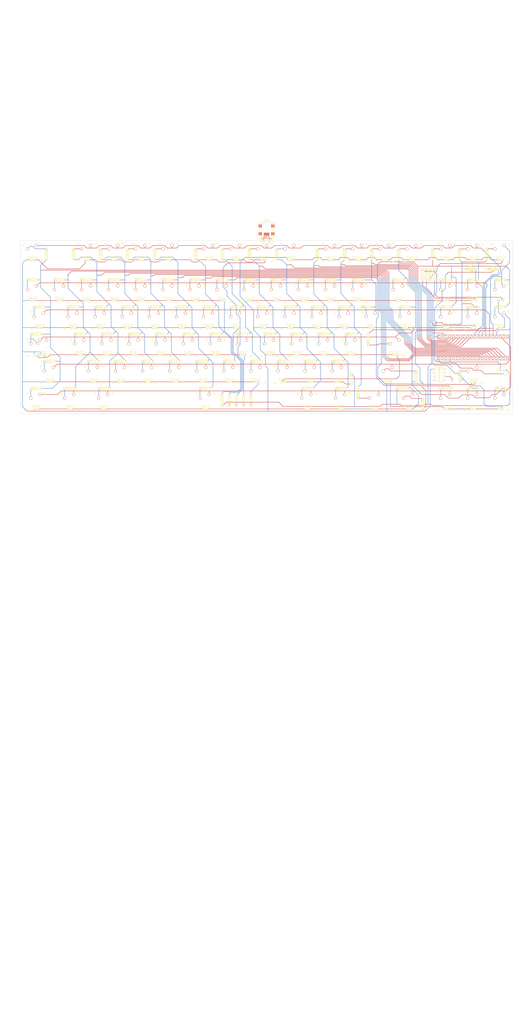
<source format=kicad_pcb>
(kicad_pcb (version 3) (host pcbnew "(2013-04-19 BZR 4011)-stable")
  (title_block (title "Toasty TKL") (rev 1))
  (layers (15 F.Cu signal) (0 B.Cu signal) (20 B.SilkS user hide) (21 F.SilkS user hide) (22 B.Mask user hide) (23 F.Mask user hide) (28 Edge.Cuts user))
  (net 0 "")
  (net 1 "/COL 0")
  (net 2 "/COL 1")
  (net 3 "/COL 10")
  (net 4 "/COL 11")
  (net 5 "/COL 12")
  (net 6 "/COL 13")
  (net 7 "/COL 14")
  (net 8 "/COL 15")
  (net 9 "/COL 2")
  (net 10 "/COL 3")
  (net 11 "/COL 4")
  (net 12 "/COL 5")
  (net 13 "/COL 6")
  (net 14 "/COL 7")
  (net 15 "/COL 8")
  (net 16 "/COL 9")
  (net 17 /GND)
  (net 18 "/LED 0")
  (net 19 "/LED 1")
  (net 20 /LEDCOL0)
  (net 21 /LEDROW0)
  (net 22 /LEDROW1)
  (net 23 /LEDROW10)
  (net 24 /LEDROW2)
  (net 25 /LEDROW3)
  (net 26 /LEDROW4)
  (net 27 /LEDROW5)
  (net 28 /LEDROW6)
  (net 29 /LEDROW7)
  (net 30 /LEDROW8)
  (net 31 /LEDROW9)
  (net 32 "/ROW 0")
  (net 33 "/ROW 1")
  (net 34 "/ROW 2")
  (net 35 "/ROW 3")
  (net 36 "/ROW 4")
  (net 37 "/ROW 5")
  (net 38 N-0000010)
  (net 39 N-00000103)
  (net 40 N-00000104)
  (net 41 N-00000108)
  (net 42 N-00000109)
  (net 43 N-0000011)
  (net 44 N-00000111)
  (net 45 N-00000112)
  (net 46 N-00000113)
  (net 47 N-00000114)
  (net 48 N-00000116)
  (net 49 N-00000118)
  (net 50 N-00000119)
  (net 51 N-0000012)
  (net 52 N-00000120)
  (net 53 N-00000121)
  (net 54 N-00000122)
  (net 55 N-00000123)
  (net 56 N-00000124)
  (net 57 N-00000126)
  (net 58 N-00000127)
  (net 59 N-00000128)
  (net 60 N-00000129)
  (net 61 N-0000013)
  (net 62 N-00000130)
  (net 63 N-00000131)
  (net 64 N-00000132)
  (net 65 N-00000133)
  (net 66 N-00000134)
  (net 67 N-00000135)
  (net 68 N-00000136)
  (net 69 N-00000138)
  (net 70 N-0000014)
  (net 71 N-00000141)
  (net 72 N-00000142)
  (net 73 N-00000144)
  (net 74 N-00000145)
  (net 75 N-00000146)
  (net 76 N-00000148)
  (net 77 N-00000149)
  (net 78 N-00000150)
  (net 79 N-00000151)
  (net 80 N-00000152)
  (net 81 N-00000154)
  (net 82 N-00000155)
  (net 83 N-00000156)
  (net 84 N-00000158)
  (net 85 N-00000159)
  (net 86 N-0000016)
  (net 87 N-00000161)
  (net 88 N-00000162)
  (net 89 N-00000163)
  (net 90 N-00000164)
  (net 91 N-00000165)
  (net 92 N-00000166)
  (net 93 N-00000167)
  (net 94 N-00000168)
  (net 95 N-00000169)
  (net 96 N-0000017)
  (net 97 N-00000170)
  (net 98 N-00000171)
  (net 99 N-00000172)
  (net 100 N-00000173)
  (net 101 N-00000174)
  (net 102 N-00000175)
  (net 103 N-00000176)
  (net 104 N-00000177)
  (net 105 N-00000178)
  (net 106 N-00000179)
  (net 107 N-00000180)
  (net 108 N-00000181)
  (net 109 N-00000182)
  (net 110 N-00000183)
  (net 111 N-00000184)
  (net 112 N-00000185)
  (net 113 N-00000186)
  (net 114 N-00000187)
  (net 115 N-00000189)
  (net 116 N-0000019)
  (net 117 N-00000190)
  (net 118 N-00000191)
  (net 119 N-00000192)
  (net 120 N-00000193)
  (net 121 N-00000194)
  (net 122 N-00000195)
  (net 123 N-00000196)
  (net 124 N-00000197)
  (net 125 N-00000198)
  (net 126 N-00000199)
  (net 127 N-000002)
  (net 128 N-0000020)
  (net 129 N-00000200)
  (net 130 N-00000201)
  (net 131 N-00000202)
  (net 132 N-00000203)
  (net 133 N-00000204)
  (net 134 N-00000205)
  (net 135 N-00000206)
  (net 136 N-00000207)
  (net 137 N-00000208)
  (net 138 N-00000209)
  (net 139 N-0000021)
  (net 140 N-00000210)
  (net 141 N-00000211)
  (net 142 N-0000022)
  (net 143 N-0000024)
  (net 144 N-0000025)
  (net 145 N-0000026)
  (net 146 N-0000027)
  (net 147 N-0000028)
  (net 148 N-0000029)
  (net 149 N-000003)
  (net 150 N-0000030)
  (net 151 N-0000032)
  (net 152 N-0000033)
  (net 153 N-0000034)
  (net 154 N-0000035)
  (net 155 N-0000036)
  (net 156 N-0000037)
  (net 157 N-0000038)
  (net 158 N-0000039)
  (net 159 N-000004)
  (net 160 N-0000040)
  (net 161 N-0000041)
  (net 162 N-0000042)
  (net 163 N-0000043)
  (net 164 N-0000044)
  (net 165 N-0000045)
  (net 166 N-0000046)
  (net 167 N-0000047)
  (net 168 N-0000048)
  (net 169 N-0000049)
  (net 170 N-000005)
  (net 171 N-0000050)
  (net 172 N-0000051)
  (net 173 N-0000052)
  (net 174 N-0000054)
  (net 175 N-0000055)
  (net 176 N-0000056)
  (net 177 N-0000057)
  (net 178 N-0000058)
  (net 179 N-0000059)
  (net 180 N-000006)
  (net 181 N-0000060)
  (net 182 N-0000061)
  (net 183 N-0000062)
  (net 184 N-0000063)
  (net 185 N-0000065)
  (net 186 N-000007)
  (net 187 N-0000071)
  (net 188 N-0000072)
  (net 189 N-0000073)
  (net 190 N-0000074)
  (net 191 N-0000075)
  (net 192 N-0000076)
  (net 193 N-0000077)
  (net 194 N-0000078)
  (net 195 N-0000079)
  (net 196 N-000008)
  (net 197 N-0000080)
  (net 198 N-0000082)
  (net 199 N-0000083)
  (net 200 N-0000084)
  (net 201 N-0000086)
  (net 202 N-0000087)
  (net 203 N-0000088)
  (net 204 N-0000089)
  (net 205 N-0000090)
  (net 206 N-0000091)
  (net 207 N-0000094)
  (net 208 N-0000095)
  (net 209 N-0000096)
  (net 210 N-0000097)
  (net 211 N-0000098)
  (module CHERRYMX_LED_275H (layer F.Cu) (at 277.04415 112.0013)
    (fp_text reference SW4:13 (at 0 3.175) (layer F.SilkS) (effects (font (size 1.27 1.524) (thickness 0.2032))))
    (fp_text value "RIGHT SHIFT" hide)
    (pad 1 thru_hole circle (at 2.54 -5.08) (size 2.286 2.286) (drill 1.4986) (layers *.Cu *.SilkS *.Mask) (net 36 "/ROW 4"))
    (pad 2 thru_hole circle (at -3.81 -2.54) (size 2.286 2.286) (drill 1.4986) (layers *.Cu *.SilkS *.Mask) (net 80 N-00000152))
    (pad HOLE np_thru_hole circle (at 0 0) (size 3.9878 3.9878) (drill 3.9878) (layers *.Cu))
    (pad HOLE np_thru_hole circle (at -5.08 0) (size 1.7018 1.7018) (drill 1.7018) (layers *.Cu))
    (pad HOLE np_thru_hole circle (at 5.08 0) (size 1.7018 1.7018) (drill 1.7018) (layers *.Cu))
    (pad 3 thru_hole rect (at 1.27 5.08) (size 1.6764 1.4986) (drill 0.8128) (layers *.Cu *.Mask F.SilkS) (net 198 N-0000082))
    (pad 4 thru_hole circle (at -1.27 5.08) (size 1.6764 1.6764) (drill 0.8128) (layers *.Cu *.Mask F.SilkS) (net 20 /LEDCOL0))
  )
  (module LED-3MM (layer F.Cu) (at 334.518 37.846)
    (fp_text reference D0 (at 1.778 -2.794) (layer F.SilkS) (effects (font (size 0.762 0.762) (thickness 0.0889))))
    (fp_text value "LED 0" (at 0 2.54) (layer F.SilkS) (effects (font (size 0.762 0.762) (thickness 0.0889))))
    (pad 1 thru_hole circle (at -1.27 0) (size 1.6764 1.6764) (drill 0.8128) (layers *.Cu *.Mask F.SilkS) (net 39 N-00000103))
    (pad 2 thru_hole circle (at 1.27 0) (size 1.6764 1.6764) (drill 0.8128) (layers *.Cu *.Mask F.SilkS) (net 17 /GND))
  )
  (module LED-3MM (layer F.Cu) (at 350.52 37.846)
    (fp_text reference D1 (at 1.778 -2.794) (layer F.SilkS) (effects (font (size 0.762 0.762) (thickness 0.0889))))
    (fp_text value "LED 1" (at 0 2.54) (layer F.SilkS) (effects (font (size 0.762 0.762) (thickness 0.0889))))
    (pad 1 thru_hole circle (at -1.27 0) (size 1.6764 1.6764) (drill 0.8128) (layers *.Cu *.Mask F.SilkS) (net 40 N-00000104))
    (pad 2 thru_hole circle (at 1.27 0) (size 1.6764 1.6764) (drill 0.8128) (layers *.Cu *.Mask F.SilkS) (net 17 /GND))
  )
  (module MQ750 (layer F.Cu) (at 321.818 111.76 90)
    (fp_text reference F1 (at 0 0.7 90) (layer F.SilkS) (effects (font (size 0.762 0.762) (thickness 0.0508))))
    (fp_text value FUSE (at 0 -0.7 90) (layer F.SilkS) (effects (font (size 0.762 0.762) (thickness 0.0762))))
    (pad 1 thru_hole circle (at -5.08 0 90) (size 1.143 1.143) (drill 0.762) (layers *.Cu *.Mask F.SilkS) (net 205 N-0000090))
    (pad 2 thru_hole circle (at 5.08 0 90) (size 1.143 1.143) (drill 0.762) (layers *.Cu *.Mask F.SilkS) (net 206 N-0000091))
  )
  (module TEENSY2PP (layer B.Cu) (at 336.5754 92.9513)
    (fp_text reference U0 (at -13.89888 -5.4991) (layer B.SilkS) (effects (font (size 0.9144 0.9144) (thickness 0.2286)) (justify mirror)))
    (fp_text value TEENSYPP2 (at -21.00072 -5.19938) (layer B.SilkS) (effects (font (size 1.524 0.9144) (thickness 0.2286)) (justify mirror)))
    (pad 52 thru_hole circle (at -24.13 7.62) (size 1.8796 1.8796) (drill 1.016) (layers *.Cu *.Mask B.SilkS) (net 206 N-0000091))
    (pad 51 thru_hole circle (at -21.59 7.62) (size 1.8796 1.8796) (drill 1.016) (layers *.Cu *.Mask B.SilkS))
    (pad 50 thru_hole circle (at -19.05 7.62) (size 1.8796 1.8796) (drill 1.016) (layers *.Cu *.Mask B.SilkS))
    (pad 49 thru_hole circle (at -16.51 7.62) (size 1.8796 1.8796) (drill 1.016) (layers *.Cu *.Mask B.SilkS) (net 204 N-0000089))
    (pad 48 thru_hole circle (at -13.97 7.62) (size 1.8796 1.8796) (drill 1.016) (layers *.Cu *.Mask B.SilkS))
    (pad 47 thru_hole circle (at -11.43 7.62) (size 1.8796 1.8796) (drill 1.016) (layers *.Cu *.Mask B.SilkS))
    (pad 46 thru_hole circle (at -8.89 7.62) (size 1.8796 1.8796) (drill 1.016) (layers *.Cu *.Mask B.SilkS))
    (pad 45 thru_hole circle (at -6.35 7.62) (size 1.8796 1.8796) (drill 1.016) (layers *.Cu *.Mask B.SilkS))
    (pad 44 thru_hole circle (at -3.81 7.62) (size 1.8796 1.8796) (drill 1.016) (layers *.Cu *.Mask B.SilkS))
    (pad 43 thru_hole circle (at -1.27 7.62) (size 1.8796 1.8796) (drill 1.016) (layers *.Cu *.Mask B.SilkS))
    (pad 42 thru_hole circle (at 1.27 7.62) (size 1.8796 1.8796) (drill 1.016) (layers *.Cu *.Mask B.SilkS))
    (pad 41 thru_hole circle (at 3.81 7.62) (size 1.8796 1.8796) (drill 1.016) (layers *.Cu *.Mask B.SilkS))
    (pad 40 thru_hole circle (at 6.35 7.62) (size 1.8796 1.8796) (drill 1.016) (layers *.Cu *.Mask B.SilkS) (net 14 "/COL 7"))
    (pad 39 thru_hole circle (at 8.89 7.62) (size 1.8796 1.8796) (drill 1.016) (layers *.Cu *.Mask B.SilkS) (net 13 "/COL 6"))
    (pad 38 thru_hole circle (at 11.43 7.62) (size 1.8796 1.8796) (drill 1.016) (layers *.Cu *.Mask B.SilkS) (net 12 "/COL 5"))
    (pad 37 thru_hole circle (at 13.97 7.62) (size 1.8796 1.8796) (drill 1.016) (layers *.Cu *.Mask B.SilkS) (net 11 "/COL 4"))
    (pad 36 thru_hole circle (at 16.51 7.62) (size 1.8796 1.8796) (drill 1.016) (layers *.Cu *.Mask B.SilkS) (net 10 "/COL 3"))
    (pad 35 thru_hole circle (at 19.05 7.62) (size 1.8796 1.8796) (drill 1.016) (layers *.Cu *.Mask B.SilkS) (net 9 "/COL 2"))
    (pad 34 thru_hole circle (at 21.59 7.62) (size 1.8796 1.8796) (drill 1.016) (layers *.Cu *.Mask B.SilkS) (net 2 "/COL 1"))
    (pad 33 thru_hole circle (at 24.13 7.62) (size 1.8796 1.8796) (drill 1.016) (layers *.Cu *.Mask B.SilkS) (net 1 "/COL 0"))
    (pad 20 thru_hole circle (at 24.13 -7.62) (size 1.8796 1.8796) (drill 1.016) (layers *.Cu *.Mask B.SilkS))
    (pad 19 thru_hole circle (at 21.59 -7.62) (size 1.8796 1.8796) (drill 1.016) (layers *.Cu *.Mask B.SilkS))
    (pad 18 thru_hole circle (at 19.05 -7.62) (size 1.8796 1.8796) (drill 1.016) (layers *.Cu *.Mask B.SilkS) (net 37 "/ROW 5"))
    (pad 17 thru_hole circle (at 16.51 -7.62) (size 1.8796 1.8796) (drill 1.016) (layers *.Cu *.Mask B.SilkS) (net 36 "/ROW 4"))
    (pad 16 thru_hole circle (at 13.97 -7.62) (size 1.8796 1.8796) (drill 1.016) (layers *.Cu *.Mask B.SilkS) (net 35 "/ROW 3"))
    (pad 15 thru_hole circle (at 11.43 -7.62) (size 1.8796 1.8796) (drill 1.016) (layers *.Cu *.Mask B.SilkS) (net 34 "/ROW 2"))
    (pad 14 thru_hole circle (at 8.89 -7.62) (size 1.8796 1.8796) (drill 1.016) (layers *.Cu *.Mask B.SilkS) (net 33 "/ROW 1"))
    (pad 13 thru_hole circle (at 6.35 -7.62) (size 1.8796 1.8796) (drill 1.016) (layers *.Cu *.Mask B.SilkS) (net 32 "/ROW 0"))
    (pad 12 thru_hole circle (at 3.81 -7.62) (size 1.8796 1.8796) (drill 1.016) (layers *.Cu *.Mask B.SilkS) (net 19 "/LED 1"))
    (pad 11 thru_hole circle (at 1.27 -7.62) (size 1.8796 1.8796) (drill 1.016) (layers *.Cu *.Mask B.SilkS) (net 18 "/LED 0"))
    (pad 10 thru_hole circle (at -1.27 -7.62) (size 1.8796 1.8796) (drill 1.016) (layers *.Cu *.Mask B.SilkS) (net 15 "/COL 8"))
    (pad 9 thru_hole circle (at -3.81 -7.62) (size 1.8796 1.8796) (drill 1.016) (layers *.Cu *.Mask B.SilkS) (net 16 "/COL 9"))
    (pad 8 thru_hole circle (at -6.35 -7.62) (size 1.8796 1.8796) (drill 1.016) (layers *.Cu *.Mask B.SilkS) (net 3 "/COL 10"))
    (pad 7 thru_hole circle (at -8.89 -7.62) (size 1.8796 1.8796) (drill 1.016) (layers *.Cu *.Mask B.SilkS) (net 4 "/COL 11"))
    (pad 6 thru_hole circle (at -11.43 -7.62) (size 1.8796 1.8796) (drill 1.016) (layers *.Cu *.Mask B.SilkS) (net 5 "/COL 12"))
    (pad 5 thru_hole circle (at -13.97 -7.62) (size 1.8796 1.8796) (drill 1.016) (layers *.Cu *.Mask B.SilkS) (net 6 "/COL 13"))
    (pad 4 thru_hole circle (at -16.51 -7.62) (size 1.8796 1.8796) (drill 1.016) (layers *.Cu *.Mask B.SilkS) (net 7 "/COL 14"))
    (pad 3 thru_hole circle (at -19.05 -7.62) (size 1.8796 1.8796) (drill 1.016) (layers *.Cu *.Mask B.SilkS) (net 8 "/COL 15"))
    (pad 2 thru_hole circle (at -21.59 -7.62) (size 1.8796 1.8796) (drill 1.016) (layers *.Cu *.Mask B.SilkS))
    (pad 1 thru_hole rect (at -24.13 -7.62) (size 1.8796 1.8796) (drill 1.016) (layers *.Cu *.Mask B.SilkS) (net 17 /GND))
  )
  (module R3 (layer F.Cu) (at 334.518 37.846)
    (fp_text reference R0 hide)
    (fp_text value "RESISTOR 0" (at 0 0.127) (layer F.SilkS) (effects (font (size 1.397 1.27) (thickness 0.2032))))
    (pad 1 thru_hole circle (at -3.81 0) (size 1.397 1.397) (drill 0.8128) (layers *.Cu *.Mask F.SilkS) (net 39 N-00000103))
    (pad 2 thru_hole circle (at 3.81 0) (size 1.397 1.397) (drill 0.8128) (layers *.Cu *.Mask F.SilkS) (net 18 "/LED 0"))
  )
  (module R3 (layer F.Cu) (at 350.52 37.846)
    (fp_text reference R1 hide)
    (fp_text value "RESISTOR 1" (at 0 0.127) (layer F.SilkS) (effects (font (size 1.397 1.27) (thickness 0.2032))))
    (pad 1 thru_hole circle (at -3.81 0) (size 1.397 1.397) (drill 0.8128) (layers *.Cu *.Mask F.SilkS) (net 40 N-00000104))
    (pad 2 thru_hole circle (at 3.81 0) (size 1.397 1.397) (drill 0.8128) (layers *.Cu *.Mask F.SilkS) (net 19 "/LED 1"))
  )
  (module R3 (layer F.Cu) (at 286.766 121.158)
    (fp_text reference R2 hide)
    (fp_text value RESISTOR (at 0 0.127) (layer F.SilkS) (effects (font (size 1.397 1.27) (thickness 0.2032))))
    (pad 1 thru_hole circle (at -3.81 0) (size 1.397 1.397) (drill 0.8128) (layers *.Cu *.Mask F.SilkS) (net 185 N-0000065))
    (pad 2 thru_hole circle (at 3.81 0) (size 1.397 1.397) (drill 0.8128) (layers *.Cu *.Mask F.SilkS) (net 27 /LEDROW5))
  )
  (module R3 (layer F.Cu) (at 180.34 130.556 90)
    (fp_text reference R3 hide)
    (fp_text value RESISTOR (at 0 0.127 90) (layer F.SilkS) (effects (font (size 1.397 1.27) (thickness 0.2032))))
    (pad 1 thru_hole circle (at -3.81 0 90) (size 1.397 1.397) (drill 0.8128) (layers *.Cu *.Mask F.SilkS) (net 185 N-0000065))
    (pad 2 thru_hole circle (at 3.81 0 90) (size 1.397 1.397) (drill 0.8128) (layers *.Cu *.Mask F.SilkS) (net 26 /LEDROW4))
  )
  (module R3 (layer F.Cu) (at 175.26 130.556 90)
    (fp_text reference R4 hide)
    (fp_text value RESISTOR (at 0 0.127 90) (layer F.SilkS) (effects (font (size 1.397 1.27) (thickness 0.2032))))
    (pad 1 thru_hole circle (at -3.81 0 90) (size 1.397 1.397) (drill 0.8128) (layers *.Cu *.Mask F.SilkS) (net 185 N-0000065))
    (pad 2 thru_hole circle (at 3.81 0 90) (size 1.397 1.397) (drill 0.8128) (layers *.Cu *.Mask F.SilkS) (net 25 /LEDROW3))
  )
  (module R3 (layer F.Cu) (at 165.1 130.556 90)
    (fp_text reference R5 hide)
    (fp_text value RESISTOR (at 0 0.127 90) (layer F.SilkS) (effects (font (size 1.397 1.27) (thickness 0.2032))))
    (pad 1 thru_hole circle (at -3.81 0 90) (size 1.397 1.397) (drill 0.8128) (layers *.Cu *.Mask F.SilkS) (net 185 N-0000065))
    (pad 2 thru_hole circle (at 3.81 0 90) (size 1.397 1.397) (drill 0.8128) (layers *.Cu *.Mask F.SilkS) (net 24 /LEDROW2))
  )
  (module R3 (layer F.Cu) (at 160.02 130.556 90)
    (fp_text reference R6 hide)
    (fp_text value RESISTOR (at 0 0.127 90) (layer F.SilkS) (effects (font (size 1.397 1.27) (thickness 0.2032))))
    (pad 1 thru_hole circle (at -3.81 0 90) (size 1.397 1.397) (drill 0.8128) (layers *.Cu *.Mask F.SilkS) (net 185 N-0000065))
    (pad 2 thru_hole circle (at 3.81 0 90) (size 1.397 1.397) (drill 0.8128) (layers *.Cu *.Mask F.SilkS) (net 22 /LEDROW1))
  )
  (module R3 (layer F.Cu) (at 170.18 130.556 90)
    (fp_text reference R7 hide)
    (fp_text value RESISTOR (at 0 0.127 90) (layer F.SilkS) (effects (font (size 1.397 1.27) (thickness 0.2032))))
    (pad 1 thru_hole circle (at -3.81 0 90) (size 1.397 1.397) (drill 0.8128) (layers *.Cu *.Mask F.SilkS) (net 185 N-0000065))
    (pad 2 thru_hole circle (at 3.81 0 90) (size 1.397 1.397) (drill 0.8128) (layers *.Cu *.Mask F.SilkS) (net 21 /LEDROW0))
  )
  (module R3 (layer F.Cu) (at 300.99 41.656 270)
    (fp_text reference R8 hide)
    (fp_text value RESISTOR (at 0 0.127 270) (layer F.SilkS) (effects (font (size 1.397 1.27) (thickness 0.2032))))
    (pad 1 thru_hole circle (at -3.81 0 270) (size 1.397 1.397) (drill 0.8128) (layers *.Cu *.Mask F.SilkS) (net 185 N-0000065))
    (pad 2 thru_hole circle (at 3.81 0 270) (size 1.397 1.397) (drill 0.8128) (layers *.Cu *.Mask F.SilkS) (net 28 /LEDROW6))
  )
  (module R3 (layer F.Cu) (at 303.784 41.656 270)
    (fp_text reference R9 hide)
    (fp_text value RESISTOR (at 0 0.127 270) (layer F.SilkS) (effects (font (size 1.397 1.27) (thickness 0.2032))))
    (pad 1 thru_hole circle (at -3.81 0 270) (size 1.397 1.397) (drill 0.8128) (layers *.Cu *.Mask F.SilkS) (net 185 N-0000065))
    (pad 2 thru_hole circle (at 3.81 0 270) (size 1.397 1.397) (drill 0.8128) (layers *.Cu *.Mask F.SilkS) (net 29 /LEDROW7))
  )
  (module R3 (layer F.Cu) (at 306.578 41.656 270)
    (fp_text reference R10 hide)
    (fp_text value RESISTOR (at 0 0.127 270) (layer F.SilkS) (effects (font (size 1.397 1.27) (thickness 0.2032))))
    (pad 1 thru_hole circle (at -3.81 0 270) (size 1.397 1.397) (drill 0.8128) (layers *.Cu *.Mask F.SilkS) (net 185 N-0000065))
    (pad 2 thru_hole circle (at 3.81 0 270) (size 1.397 1.397) (drill 0.8128) (layers *.Cu *.Mask F.SilkS) (net 30 /LEDROW8))
  )
  (module R3 (layer F.Cu) (at 250.952 115.062 270)
    (fp_text reference R11 hide)
    (fp_text value RESISTOR (at 0 0.127 270) (layer F.SilkS) (effects (font (size 1.397 1.27) (thickness 0.2032))))
    (pad 1 thru_hole circle (at -3.81 0 270) (size 1.397 1.397) (drill 0.8128) (layers *.Cu *.Mask F.SilkS) (net 185 N-0000065))
    (pad 2 thru_hole circle (at 3.81 0 270) (size 1.397 1.397) (drill 0.8128) (layers *.Cu *.Mask F.SilkS) (net 31 /LEDROW9))
  )
  (module R3 (layer F.Cu) (at 309.372 41.656 270)
    (fp_text reference R12 hide)
    (fp_text value RESISTOR (at 0 0.127 270) (layer F.SilkS) (effects (font (size 1.397 1.27) (thickness 0.2032))))
    (pad 1 thru_hole circle (at -3.81 0 270) (size 1.397 1.397) (drill 0.8128) (layers *.Cu *.Mask F.SilkS) (net 185 N-0000065))
    (pad 2 thru_hole circle (at 3.81 0 270) (size 1.397 1.397) (drill 0.8128) (layers *.Cu *.Mask F.SilkS) (net 23 /LEDROW10))
  )
  (module TO92 (layer F.Cu) (at 357.124 110.236 270)
    (fp_text reference FET1 (at -1.27 3.81 270) (layer F.SilkS) (effects (font (size 1.016 1.016) (thickness 0.2032))))
    (fp_text value ZVN4206AV (at -1.27 -5.08 270) (layer F.SilkS) (effects (font (size 1.016 1.016) (thickness 0.2032))))
    (pad 1 thru_hole rect (at 1.27 -1.27 270) (size 1.397 1.397) (drill 0.8128) (layers *.Cu *.Mask F.SilkS) (net 204 N-0000089))
    (pad 2 thru_hole circle (at -1.27 -1.27 270) (size 1.397 1.397) (drill 0.8128) (layers *.Cu *.Mask F.SilkS) (net 185 N-0000065))
    (pad 3 thru_hole circle (at -1.27 1.27 270) (size 1.397 1.397) (drill 0.8128) (layers *.Cu *.Mask F.SilkS) (net 17 /GND))
  )
  (module CHERRYMX_LED_100H (layer F.Cu) (at 27.0129 54.8513)
    (fp_text reference SW1:0 (at 0 3.175) (layer F.SilkS) (effects (font (size 1.27 1.524) (thickness 0.2032))))
    (fp_text value ` hide)
    (pad 1 thru_hole circle (at 2.54 -5.08) (size 2.286 2.286) (drill 1.4986) (layers *.Cu *.SilkS *.Mask) (net 33 "/ROW 1"))
    (pad 2 thru_hole circle (at -3.81 -2.54) (size 2.286 2.286) (drill 1.4986) (layers *.Cu *.SilkS *.Mask) (net 75 N-00000146))
    (pad HOLE np_thru_hole circle (at 0 0) (size 3.9878 3.9878) (drill 3.9878) (layers *.Cu))
    (pad HOLE np_thru_hole circle (at -5.08 0) (size 1.7018 1.7018) (drill 1.7018) (layers *.Cu))
    (pad HOLE np_thru_hole circle (at 5.08 0) (size 1.7018 1.7018) (drill 1.7018) (layers *.Cu))
    (pad 3 thru_hole rect (at 1.27 5.08) (size 1.6764 1.4986) (drill 0.8128) (layers *.Cu *.Mask F.SilkS) (net 98 N-00000171))
    (pad 4 thru_hole circle (at -1.27 5.08) (size 1.6764 1.6764) (drill 0.8128) (layers *.Cu *.Mask F.SilkS) (net 20 /LEDCOL0))
  )
  (module CHERRYMX_LED_100H (layer F.Cu) (at 355.6254 131.0513)
    (fp_text reference SW5:13 (at 0 3.175) (layer F.SilkS) (effects (font (size 1.27 1.524) (thickness 0.2032))))
    (fp_text value RIGHT hide)
    (pad 1 thru_hole circle (at 2.54 -5.08) (size 2.286 2.286) (drill 1.4986) (layers *.Cu *.SilkS *.Mask) (net 37 "/ROW 5"))
    (pad 2 thru_hole circle (at -3.81 -2.54) (size 2.286 2.286) (drill 1.4986) (layers *.Cu *.SilkS *.Mask) (net 78 N-00000150))
    (pad HOLE np_thru_hole circle (at 0 0) (size 3.9878 3.9878) (drill 3.9878) (layers *.Cu))
    (pad HOLE np_thru_hole circle (at -5.08 0) (size 1.7018 1.7018) (drill 1.7018) (layers *.Cu))
    (pad HOLE np_thru_hole circle (at 5.08 0) (size 1.7018 1.7018) (drill 1.7018) (layers *.Cu))
    (pad 3 thru_hole rect (at 1.27 5.08) (size 1.6764 1.4986) (drill 0.8128) (layers *.Cu *.Mask F.SilkS) (net 202 N-0000087))
    (pad 4 thru_hole circle (at -1.27 5.08) (size 1.6764 1.6764) (drill 0.8128) (layers *.Cu *.Mask F.SilkS) (net 203 N-0000088))
  )
  (module CHERRYMX_LED_100H (layer F.Cu) (at 336.5754 73.9013)
    (fp_text reference SW2:15 (at 0 3.175) (layer F.SilkS) (effects (font (size 1.27 1.524) (thickness 0.2032))))
    (fp_text value END hide)
    (pad 1 thru_hole circle (at 2.54 -5.08) (size 2.286 2.286) (drill 1.4986) (layers *.Cu *.SilkS *.Mask) (net 34 "/ROW 2"))
    (pad 2 thru_hole circle (at -3.81 -2.54) (size 2.286 2.286) (drill 1.4986) (layers *.Cu *.SilkS *.Mask) (net 71 N-00000141))
    (pad HOLE np_thru_hole circle (at 0 0) (size 3.9878 3.9878) (drill 3.9878) (layers *.Cu))
    (pad HOLE np_thru_hole circle (at -5.08 0) (size 1.7018 1.7018) (drill 1.7018) (layers *.Cu))
    (pad HOLE np_thru_hole circle (at 5.08 0) (size 1.7018 1.7018) (drill 1.7018) (layers *.Cu))
    (pad 3 thru_hole rect (at 1.27 5.08) (size 1.6764 1.4986) (drill 0.8128) (layers *.Cu *.Mask F.SilkS) (net 29 /LEDROW7))
    (pad 4 thru_hole circle (at -1.27 5.08) (size 1.6764 1.6764) (drill 0.8128) (layers *.Cu *.Mask F.SilkS) (net 194 N-0000078))
  )
  (module CHERRYMX_LED_100H (layer F.Cu) (at 274.6629 26.2763)
    (fp_text reference SW0:12 (at 0 3.175) (layer F.SilkS) (effects (font (size 1.27 1.524) (thickness 0.2032))))
    (fp_text value F11 hide)
    (pad 1 thru_hole circle (at 2.54 -5.08) (size 2.286 2.286) (drill 1.4986) (layers *.Cu *.SilkS *.Mask) (net 32 "/ROW 0"))
    (pad 2 thru_hole circle (at -3.81 -2.54) (size 2.286 2.286) (drill 1.4986) (layers *.Cu *.SilkS *.Mask) (net 52 N-00000120))
    (pad HOLE np_thru_hole circle (at 0 0) (size 3.9878 3.9878) (drill 3.9878) (layers *.Cu))
    (pad HOLE np_thru_hole circle (at -5.08 0) (size 1.7018 1.7018) (drill 1.7018) (layers *.Cu))
    (pad HOLE np_thru_hole circle (at 5.08 0) (size 1.7018 1.7018) (drill 1.7018) (layers *.Cu))
    (pad 3 thru_hole rect (at 1.27 5.08) (size 1.6764 1.4986) (drill 0.8128) (layers *.Cu *.Mask F.SilkS) (net 158 N-0000039))
    (pad 4 thru_hole circle (at -1.27 5.08) (size 1.6764 1.6764) (drill 0.8128) (layers *.Cu *.Mask F.SilkS) (net 156 N-0000037))
  )
  (module CHERRYMX_LED_100H (layer F.Cu) (at 265.1379 73.9013)
    (fp_text reference SW2:12 (at 0 3.175) (layer F.SilkS) (effects (font (size 1.27 1.524) (thickness 0.2032))))
    (fp_text value ] hide)
    (pad 1 thru_hole circle (at 2.54 -5.08) (size 2.286 2.286) (drill 1.4986) (layers *.Cu *.SilkS *.Mask) (net 34 "/ROW 2"))
    (pad 2 thru_hole circle (at -3.81 -2.54) (size 2.286 2.286) (drill 1.4986) (layers *.Cu *.SilkS *.Mask) (net 49 N-00000118))
    (pad HOLE np_thru_hole circle (at 0 0) (size 3.9878 3.9878) (drill 3.9878) (layers *.Cu))
    (pad HOLE np_thru_hole circle (at -5.08 0) (size 1.7018 1.7018) (drill 1.7018) (layers *.Cu))
    (pad HOLE np_thru_hole circle (at 5.08 0) (size 1.7018 1.7018) (drill 1.7018) (layers *.Cu))
    (pad 3 thru_hole rect (at 1.27 5.08) (size 1.6764 1.4986) (drill 0.8128) (layers *.Cu *.Mask F.SilkS) (net 177 N-0000057))
    (pad 4 thru_hole circle (at -1.27 5.08) (size 1.6764 1.6764) (drill 0.8128) (layers *.Cu *.Mask F.SilkS) (net 176 N-0000056))
  )
  (module CHERRYMX_LED_100H (layer F.Cu) (at 255.6129 54.8513)
    (fp_text reference SW1:12 (at 0 3.175) (layer F.SilkS) (effects (font (size 1.27 1.524) (thickness 0.2032))))
    (fp_text value = hide)
    (pad 1 thru_hole circle (at 2.54 -5.08) (size 2.286 2.286) (drill 1.4986) (layers *.Cu *.SilkS *.Mask) (net 33 "/ROW 1"))
    (pad 2 thru_hole circle (at -3.81 -2.54) (size 2.286 2.286) (drill 1.4986) (layers *.Cu *.SilkS *.Mask) (net 50 N-00000119))
    (pad HOLE np_thru_hole circle (at 0 0) (size 3.9878 3.9878) (drill 3.9878) (layers *.Cu))
    (pad HOLE np_thru_hole circle (at -5.08 0) (size 1.7018 1.7018) (drill 1.7018) (layers *.Cu))
    (pad HOLE np_thru_hole circle (at 5.08 0) (size 1.7018 1.7018) (drill 1.7018) (layers *.Cu))
    (pad 3 thru_hole rect (at 1.27 5.08) (size 1.6764 1.4986) (drill 0.8128) (layers *.Cu *.Mask F.SilkS) (net 155 N-0000036))
    (pad 4 thru_hole circle (at -1.27 5.08) (size 1.6764 1.6764) (drill 0.8128) (layers *.Cu *.Mask F.SilkS) (net 154 N-0000035))
  )
  (module CHERRYMX_LED_100H (layer F.Cu) (at 317.5254 26.2763)
    (fp_text reference SW0:14 (at 0 3.175) (layer F.SilkS) (effects (font (size 1.27 1.524) (thickness 0.2032))))
    (fp_text value PRINT hide)
    (pad 1 thru_hole circle (at 2.54 -5.08) (size 2.286 2.286) (drill 1.4986) (layers *.Cu *.SilkS *.Mask) (net 32 "/ROW 0"))
    (pad 2 thru_hole circle (at -3.81 -2.54) (size 2.286 2.286) (drill 1.4986) (layers *.Cu *.SilkS *.Mask) (net 89 N-00000163))
    (pad HOLE np_thru_hole circle (at 0 0) (size 3.9878 3.9878) (drill 3.9878) (layers *.Cu))
    (pad HOLE np_thru_hole circle (at -5.08 0) (size 1.7018 1.7018) (drill 1.7018) (layers *.Cu))
    (pad HOLE np_thru_hole circle (at 5.08 0) (size 1.7018 1.7018) (drill 1.7018) (layers *.Cu))
    (pad 3 thru_hole rect (at 1.27 5.08) (size 1.6764 1.4986) (drill 0.8128) (layers *.Cu *.Mask F.SilkS) (net 139 N-0000021))
    (pad 4 thru_hole circle (at -1.27 5.08) (size 1.6764 1.6764) (drill 0.8128) (layers *.Cu *.Mask F.SilkS) (net 157 N-0000038))
  )
  (module CHERRYMX_LED_100H (layer F.Cu) (at 336.5754 54.8513)
    (fp_text reference SW1:15 (at 0 3.175) (layer F.SilkS) (effects (font (size 1.27 1.524) (thickness 0.2032))))
    (fp_text value HOME hide)
    (pad 1 thru_hole circle (at 2.54 -5.08) (size 2.286 2.286) (drill 1.4986) (layers *.Cu *.SilkS *.Mask) (net 33 "/ROW 1"))
    (pad 2 thru_hole circle (at -3.81 -2.54) (size 2.286 2.286) (drill 1.4986) (layers *.Cu *.SilkS *.Mask) (net 77 N-00000149))
    (pad HOLE np_thru_hole circle (at 0 0) (size 3.9878 3.9878) (drill 3.9878) (layers *.Cu))
    (pad HOLE np_thru_hole circle (at -5.08 0) (size 1.7018 1.7018) (drill 1.7018) (layers *.Cu))
    (pad HOLE np_thru_hole circle (at 5.08 0) (size 1.7018 1.7018) (drill 1.7018) (layers *.Cu))
    (pad 3 thru_hole rect (at 1.27 5.08) (size 1.6764 1.4986) (drill 0.8128) (layers *.Cu *.Mask F.SilkS) (net 28 /LEDROW6))
    (pad 4 thru_hole circle (at -1.27 5.08) (size 1.6764 1.6764) (drill 0.8128) (layers *.Cu *.Mask F.SilkS) (net 128 N-0000020))
  )
  (module CHERRYMX_LED_100H (layer F.Cu) (at 250.8504 92.9513)
    (fp_text reference SW3:11 (at 0 3.175) (layer F.SilkS) (effects (font (size 1.27 1.524) (thickness 0.2032))))
    (fp_text value ' hide)
    (pad 1 thru_hole circle (at 2.54 -5.08) (size 2.286 2.286) (drill 1.4986) (layers *.Cu *.SilkS *.Mask) (net 35 "/ROW 3"))
    (pad 2 thru_hole circle (at -3.81 -2.54) (size 2.286 2.286) (drill 1.4986) (layers *.Cu *.SilkS *.Mask) (net 47 N-00000114))
    (pad HOLE np_thru_hole circle (at 0 0) (size 3.9878 3.9878) (drill 3.9878) (layers *.Cu))
    (pad HOLE np_thru_hole circle (at -5.08 0) (size 1.7018 1.7018) (drill 1.7018) (layers *.Cu))
    (pad HOLE np_thru_hole circle (at 5.08 0) (size 1.7018 1.7018) (drill 1.7018) (layers *.Cu))
    (pad 3 thru_hole rect (at 1.27 5.08) (size 1.6764 1.4986) (drill 0.8128) (layers *.Cu *.Mask F.SilkS) (net 195 N-0000079))
    (pad 4 thru_hole circle (at -1.27 5.08) (size 1.6764 1.6764) (drill 0.8128) (layers *.Cu *.Mask F.SilkS) (net 189 N-0000073))
  )
  (module CHERRYMX_LED_100H (layer F.Cu) (at 198.4629 54.8513)
    (fp_text reference SW1:9 (at 0 3.175) (layer F.SilkS) (effects (font (size 1.27 1.524) (thickness 0.2032))))
    (fp_text value 9 hide)
    (pad 1 thru_hole circle (at 2.54 -5.08) (size 2.286 2.286) (drill 1.4986) (layers *.Cu *.SilkS *.Mask) (net 33 "/ROW 1"))
    (pad 2 thru_hole circle (at -3.81 -2.54) (size 2.286 2.286) (drill 1.4986) (layers *.Cu *.SilkS *.Mask) (net 58 N-00000127))
    (pad HOLE np_thru_hole circle (at 0 0) (size 3.9878 3.9878) (drill 3.9878) (layers *.Cu))
    (pad HOLE np_thru_hole circle (at -5.08 0) (size 1.7018 1.7018) (drill 1.7018) (layers *.Cu))
    (pad HOLE np_thru_hole circle (at 5.08 0) (size 1.7018 1.7018) (drill 1.7018) (layers *.Cu))
    (pad 3 thru_hole rect (at 1.27 5.08) (size 1.6764 1.4986) (drill 0.8128) (layers *.Cu *.Mask F.SilkS) (net 148 N-0000029))
    (pad 4 thru_hole circle (at -1.27 5.08) (size 1.6764 1.6764) (drill 0.8128) (layers *.Cu *.Mask F.SilkS) (net 150 N-0000030))
  )
  (module CHERRYMX_LED_100H (layer F.Cu) (at 317.5254 73.9013)
    (fp_text reference SW2:14 (at 0 3.175) (layer F.SilkS) (effects (font (size 1.27 1.524) (thickness 0.2032))))
    (fp_text value DELETE hide)
    (pad 1 thru_hole circle (at 2.54 -5.08) (size 2.286 2.286) (drill 1.4986) (layers *.Cu *.SilkS *.Mask) (net 34 "/ROW 2"))
    (pad 2 thru_hole circle (at -3.81 -2.54) (size 2.286 2.286) (drill 1.4986) (layers *.Cu *.SilkS *.Mask) (net 87 N-00000161))
    (pad HOLE np_thru_hole circle (at 0 0) (size 3.9878 3.9878) (drill 3.9878) (layers *.Cu))
    (pad HOLE np_thru_hole circle (at -5.08 0) (size 1.7018 1.7018) (drill 1.7018) (layers *.Cu))
    (pad HOLE np_thru_hole circle (at 5.08 0) (size 1.7018 1.7018) (drill 1.7018) (layers *.Cu))
    (pad 3 thru_hole rect (at 1.27 5.08) (size 1.6764 1.4986) (drill 0.8128) (layers *.Cu *.Mask F.SilkS) (net 194 N-0000078))
    (pad 4 thru_hole circle (at -1.27 5.08) (size 1.6764 1.6764) (drill 0.8128) (layers *.Cu *.Mask F.SilkS) (net 178 N-0000058))
  )
  (module CHERRYMX_LED_100H (layer F.Cu) (at 336.5754 26.2763)
    (fp_text reference SW0:15 (at 0 3.175) (layer F.SilkS) (effects (font (size 1.27 1.524) (thickness 0.2032))))
    (fp_text value "SCROLL LOCK" hide)
    (pad 1 thru_hole circle (at 2.54 -5.08) (size 2.286 2.286) (drill 1.4986) (layers *.Cu *.SilkS *.Mask) (net 32 "/ROW 0"))
    (pad 2 thru_hole circle (at -3.81 -2.54) (size 2.286 2.286) (drill 1.4986) (layers *.Cu *.SilkS *.Mask) (net 85 N-00000159))
    (pad HOLE np_thru_hole circle (at 0 0) (size 3.9878 3.9878) (drill 3.9878) (layers *.Cu))
    (pad HOLE np_thru_hole circle (at -5.08 0) (size 1.7018 1.7018) (drill 1.7018) (layers *.Cu))
    (pad HOLE np_thru_hole circle (at 5.08 0) (size 1.7018 1.7018) (drill 1.7018) (layers *.Cu))
    (pad 3 thru_hole rect (at 1.27 5.08) (size 1.6764 1.4986) (drill 0.8128) (layers *.Cu *.Mask F.SilkS) (net 96 N-0000017))
    (pad 4 thru_hole circle (at -1.27 5.08) (size 1.6764 1.6764) (drill 0.8128) (layers *.Cu *.Mask F.SilkS) (net 139 N-0000021))
  )
  (module CHERRYMX_LED_100H (layer F.Cu) (at 293.7129 26.2763)
    (fp_text reference SW0:13 (at 0 3.175) (layer F.SilkS) (effects (font (size 1.27 1.524) (thickness 0.2032))))
    (fp_text value F12 hide)
    (pad 1 thru_hole circle (at 2.54 -5.08) (size 2.286 2.286) (drill 1.4986) (layers *.Cu *.SilkS *.Mask) (net 32 "/ROW 0"))
    (pad 2 thru_hole circle (at -3.81 -2.54) (size 2.286 2.286) (drill 1.4986) (layers *.Cu *.SilkS *.Mask) (net 65 N-00000133))
    (pad HOLE np_thru_hole circle (at 0 0) (size 3.9878 3.9878) (drill 3.9878) (layers *.Cu))
    (pad HOLE np_thru_hole circle (at -5.08 0) (size 1.7018 1.7018) (drill 1.7018) (layers *.Cu))
    (pad HOLE np_thru_hole circle (at 5.08 0) (size 1.7018 1.7018) (drill 1.7018) (layers *.Cu))
    (pad 3 thru_hole rect (at 1.27 5.08) (size 1.6764 1.4986) (drill 0.8128) (layers *.Cu *.Mask F.SilkS) (net 157 N-0000038))
    (pad 4 thru_hole circle (at -1.27 5.08) (size 1.6764 1.6764) (drill 0.8128) (layers *.Cu *.Mask F.SilkS) (net 158 N-0000039))
  )
  (module CHERRYMX_LED_100H (layer F.Cu) (at 88.9254 112.0013)
    (fp_text reference SW4:2 (at 0 3.175) (layer F.SilkS) (effects (font (size 1.27 1.524) (thickness 0.2032))))
    (fp_text value X hide)
    (pad 1 thru_hole circle (at 2.54 -5.08) (size 2.286 2.286) (drill 1.4986) (layers *.Cu *.SilkS *.Mask) (net 36 "/ROW 4"))
    (pad 2 thru_hole circle (at -3.81 -2.54) (size 2.286 2.286) (drill 1.4986) (layers *.Cu *.SilkS *.Mask) (net 165 N-0000045))
    (pad HOLE np_thru_hole circle (at 0 0) (size 3.9878 3.9878) (drill 3.9878) (layers *.Cu))
    (pad HOLE np_thru_hole circle (at -5.08 0) (size 1.7018 1.7018) (drill 1.7018) (layers *.Cu))
    (pad HOLE np_thru_hole circle (at 5.08 0) (size 1.7018 1.7018) (drill 1.7018) (layers *.Cu))
    (pad 3 thru_hole rect (at 1.27 5.08) (size 1.6764 1.4986) (drill 0.8128) (layers *.Cu *.Mask F.SilkS) (net 129 N-00000200))
    (pad 4 thru_hole circle (at -1.27 5.08) (size 1.6764 1.6764) (drill 0.8128) (layers *.Cu *.Mask F.SilkS) (net 103 N-00000176))
  )
  (module CHERRYMX_LED_100H (layer F.Cu) (at 150.8379 73.9013)
    (fp_text reference SW2:6 (at 0 3.175) (layer F.SilkS) (effects (font (size 1.27 1.524) (thickness 0.2032))))
    (fp_text value Y hide)
    (pad 1 thru_hole circle (at 2.54 -5.08) (size 2.286 2.286) (drill 1.4986) (layers *.Cu *.SilkS *.Mask) (net 34 "/ROW 2"))
    (pad 2 thru_hole circle (at -3.81 -2.54) (size 2.286 2.286) (drill 1.4986) (layers *.Cu *.SilkS *.Mask) (net 167 N-0000047))
    (pad HOLE np_thru_hole circle (at 0 0) (size 3.9878 3.9878) (drill 3.9878) (layers *.Cu))
    (pad HOLE np_thru_hole circle (at -5.08 0) (size 1.7018 1.7018) (drill 1.7018) (layers *.Cu))
    (pad HOLE np_thru_hole circle (at 5.08 0) (size 1.7018 1.7018) (drill 1.7018) (layers *.Cu))
    (pad 3 thru_hole rect (at 1.27 5.08) (size 1.6764 1.4986) (drill 0.8128) (layers *.Cu *.Mask F.SilkS) (net 131 N-00000202))
    (pad 4 thru_hole circle (at -1.27 5.08) (size 1.6764 1.6764) (drill 0.8128) (layers *.Cu *.Mask F.SilkS) (net 132 N-00000203))
  )
  (module CHERRYMX_LED_100H (layer F.Cu) (at 141.3129 54.8513)
    (fp_text reference SW1:6 (at 0 3.175) (layer F.SilkS) (effects (font (size 1.27 1.524) (thickness 0.2032))))
    (fp_text value 6 hide)
    (pad 1 thru_hole circle (at 2.54 -5.08) (size 2.286 2.286) (drill 1.4986) (layers *.Cu *.SilkS *.Mask) (net 33 "/ROW 1"))
    (pad 2 thru_hole circle (at -3.81 -2.54) (size 2.286 2.286) (drill 1.4986) (layers *.Cu *.SilkS *.Mask) (net 196 N-000008))
    (pad HOLE np_thru_hole circle (at 0 0) (size 3.9878 3.9878) (drill 3.9878) (layers *.Cu))
    (pad HOLE np_thru_hole circle (at -5.08 0) (size 1.7018 1.7018) (drill 1.7018) (layers *.Cu))
    (pad HOLE np_thru_hole circle (at 5.08 0) (size 1.7018 1.7018) (drill 1.7018) (layers *.Cu))
    (pad 3 thru_hole rect (at 1.27 5.08) (size 1.6764 1.4986) (drill 0.8128) (layers *.Cu *.Mask F.SilkS) (net 137 N-00000208))
    (pad 4 thru_hole circle (at -1.27 5.08) (size 1.6764 1.6764) (drill 0.8128) (layers *.Cu *.Mask F.SilkS) (net 136 N-00000207))
  )
  (module CHERRYMX_LED_100H (layer F.Cu) (at 122.2629 26.2763)
    (fp_text reference SW0:5 (at 0 3.175) (layer F.SilkS) (effects (font (size 1.27 1.524) (thickness 0.2032))))
    (fp_text value F4 hide)
    (pad 1 thru_hole circle (at 2.54 -5.08) (size 2.286 2.286) (drill 1.4986) (layers *.Cu *.SilkS *.Mask) (net 32 "/ROW 0"))
    (pad 2 thru_hole circle (at -3.81 -2.54) (size 2.286 2.286) (drill 1.4986) (layers *.Cu *.SilkS *.Mask) (net 51 N-0000012))
    (pad HOLE np_thru_hole circle (at 0 0) (size 3.9878 3.9878) (drill 3.9878) (layers *.Cu))
    (pad HOLE np_thru_hole circle (at -5.08 0) (size 1.7018 1.7018) (drill 1.7018) (layers *.Cu))
    (pad HOLE np_thru_hole circle (at 5.08 0) (size 1.7018 1.7018) (drill 1.7018) (layers *.Cu))
    (pad 3 thru_hole rect (at 1.27 5.08) (size 1.6764 1.4986) (drill 0.8128) (layers *.Cu *.Mask F.SilkS) (net 138 N-00000209))
    (pad 4 thru_hole circle (at -1.27 5.08) (size 1.6764 1.6764) (drill 0.8128) (layers *.Cu *.Mask F.SilkS) (net 126 N-00000199))
  )
  (module CHERRYMX_LED_100H (layer F.Cu) (at 127.0254 112.0013)
    (fp_text reference SW4:4 (at 0 3.175) (layer F.SilkS) (effects (font (size 1.27 1.524) (thickness 0.2032))))
    (fp_text value V hide)
    (pad 1 thru_hole circle (at 2.54 -5.08) (size 2.286 2.286) (drill 1.4986) (layers *.Cu *.SilkS *.Mask) (net 36 "/ROW 4"))
    (pad 2 thru_hole circle (at -3.81 -2.54) (size 2.286 2.286) (drill 1.4986) (layers *.Cu *.SilkS *.Mask) (net 172 N-0000051))
    (pad HOLE np_thru_hole circle (at 0 0) (size 3.9878 3.9878) (drill 3.9878) (layers *.Cu))
    (pad HOLE np_thru_hole circle (at -5.08 0) (size 1.7018 1.7018) (drill 1.7018) (layers *.Cu))
    (pad HOLE np_thru_hole circle (at 5.08 0) (size 1.7018 1.7018) (drill 1.7018) (layers *.Cu))
    (pad 3 thru_hole rect (at 1.27 5.08) (size 1.6764 1.4986) (drill 0.8128) (layers *.Cu *.Mask F.SilkS) (net 135 N-00000206))
    (pad 4 thru_hole circle (at -1.27 5.08) (size 1.6764 1.6764) (drill 0.8128) (layers *.Cu *.Mask F.SilkS) (net 141 N-00000211))
  )
  (module CHERRYMX_LED_100H (layer F.Cu) (at 117.5004 92.9513)
    (fp_text reference SW3:4 (at 0 3.175) (layer F.SilkS) (effects (font (size 1.27 1.524) (thickness 0.2032))))
    (fp_text value F hide)
    (pad 1 thru_hole circle (at 2.54 -5.08) (size 2.286 2.286) (drill 1.4986) (layers *.Cu *.SilkS *.Mask) (net 35 "/ROW 3"))
    (pad 2 thru_hole circle (at -3.81 -2.54) (size 2.286 2.286) (drill 1.4986) (layers *.Cu *.SilkS *.Mask) (net 171 N-0000050))
    (pad HOLE np_thru_hole circle (at 0 0) (size 3.9878 3.9878) (drill 3.9878) (layers *.Cu))
    (pad HOLE np_thru_hole circle (at -5.08 0) (size 1.7018 1.7018) (drill 1.7018) (layers *.Cu))
    (pad HOLE np_thru_hole circle (at 5.08 0) (size 1.7018 1.7018) (drill 1.7018) (layers *.Cu))
    (pad 3 thru_hole rect (at 1.27 5.08) (size 1.6764 1.4986) (drill 0.8128) (layers *.Cu *.Mask F.SilkS) (net 130 N-00000201))
    (pad 4 thru_hole circle (at -1.27 5.08) (size 1.6764 1.6764) (drill 0.8128) (layers *.Cu *.Mask F.SilkS) (net 125 N-00000198))
  )
  (module CHERRYMX_LED_100H (layer F.Cu) (at 131.7879 73.9013)
    (fp_text reference SW2:5 (at 0 3.175) (layer F.SilkS) (effects (font (size 1.27 1.524) (thickness 0.2032))))
    (fp_text value T hide)
    (pad 1 thru_hole circle (at 2.54 -5.08) (size 2.286 2.286) (drill 1.4986) (layers *.Cu *.SilkS *.Mask) (net 34 "/ROW 2"))
    (pad 2 thru_hole circle (at -3.81 -2.54) (size 2.286 2.286) (drill 1.4986) (layers *.Cu *.SilkS *.Mask) (net 169 N-0000049))
    (pad HOLE np_thru_hole circle (at 0 0) (size 3.9878 3.9878) (drill 3.9878) (layers *.Cu))
    (pad HOLE np_thru_hole circle (at -5.08 0) (size 1.7018 1.7018) (drill 1.7018) (layers *.Cu))
    (pad HOLE np_thru_hole circle (at 5.08 0) (size 1.7018 1.7018) (drill 1.7018) (layers *.Cu))
    (pad 3 thru_hole rect (at 1.27 5.08) (size 1.6764 1.4986) (drill 0.8128) (layers *.Cu *.Mask F.SilkS) (net 132 N-00000203))
    (pad 4 thru_hole circle (at -1.27 5.08) (size 1.6764 1.6764) (drill 0.8128) (layers *.Cu *.Mask F.SilkS) (net 123 N-00000196))
  )
  (module CHERRYMX_LED_100H (layer F.Cu) (at 122.2629 54.8513)
    (fp_text reference SW1:5 (at 0 3.175) (layer F.SilkS) (effects (font (size 1.27 1.524) (thickness 0.2032))))
    (fp_text value 5 hide)
    (pad 1 thru_hole circle (at 2.54 -5.08) (size 2.286 2.286) (drill 1.4986) (layers *.Cu *.SilkS *.Mask) (net 33 "/ROW 1"))
    (pad 2 thru_hole circle (at -3.81 -2.54) (size 2.286 2.286) (drill 1.4986) (layers *.Cu *.SilkS *.Mask) (net 61 N-0000013))
    (pad HOLE np_thru_hole circle (at 0 0) (size 3.9878 3.9878) (drill 3.9878) (layers *.Cu))
    (pad HOLE np_thru_hole circle (at -5.08 0) (size 1.7018 1.7018) (drill 1.7018) (layers *.Cu))
    (pad HOLE np_thru_hole circle (at 5.08 0) (size 1.7018 1.7018) (drill 1.7018) (layers *.Cu))
    (pad 3 thru_hole rect (at 1.27 5.08) (size 1.6764 1.4986) (drill 0.8128) (layers *.Cu *.Mask F.SilkS) (net 136 N-00000207))
    (pad 4 thru_hole circle (at -1.27 5.08) (size 1.6764 1.6764) (drill 0.8128) (layers *.Cu *.Mask F.SilkS) (net 124 N-00000197))
  )
  (module CHERRYMX_LED_100H (layer F.Cu) (at 103.2129 26.2763)
    (fp_text reference SW0:4 (at 0 3.175) (layer F.SilkS) (effects (font (size 1.27 1.524) (thickness 0.2032))))
    (fp_text value F3 hide)
    (pad 1 thru_hole circle (at 2.54 -5.08) (size 2.286 2.286) (drill 1.4986) (layers *.Cu *.SilkS *.Mask) (net 32 "/ROW 0"))
    (pad 2 thru_hole circle (at -3.81 -2.54) (size 2.286 2.286) (drill 1.4986) (layers *.Cu *.SilkS *.Mask) (net 149 N-000003))
    (pad HOLE np_thru_hole circle (at 0 0) (size 3.9878 3.9878) (drill 3.9878) (layers *.Cu))
    (pad HOLE np_thru_hole circle (at -5.08 0) (size 1.7018 1.7018) (drill 1.7018) (layers *.Cu))
    (pad HOLE np_thru_hole circle (at 5.08 0) (size 1.7018 1.7018) (drill 1.7018) (layers *.Cu))
    (pad 3 thru_hole rect (at 1.27 5.08) (size 1.6764 1.4986) (drill 0.8128) (layers *.Cu *.Mask F.SilkS) (net 126 N-00000199))
    (pad 4 thru_hole circle (at -1.27 5.08) (size 1.6764 1.6764) (drill 0.8128) (layers *.Cu *.Mask F.SilkS) (net 93 N-00000167))
  )
  (module CHERRYMX_LED_100H (layer F.Cu) (at 107.9754 112.0013)
    (fp_text reference SW4:3 (at 0 3.175) (layer F.SilkS) (effects (font (size 1.27 1.524) (thickness 0.2032))))
    (fp_text value C hide)
    (pad 1 thru_hole circle (at 2.54 -5.08) (size 2.286 2.286) (drill 1.4986) (layers *.Cu *.SilkS *.Mask) (net 36 "/ROW 4"))
    (pad 2 thru_hole circle (at -3.81 -2.54) (size 2.286 2.286) (drill 1.4986) (layers *.Cu *.SilkS *.Mask) (net 161 N-0000041))
    (pad HOLE np_thru_hole circle (at 0 0) (size 3.9878 3.9878) (drill 3.9878) (layers *.Cu))
    (pad HOLE np_thru_hole circle (at -5.08 0) (size 1.7018 1.7018) (drill 1.7018) (layers *.Cu))
    (pad HOLE np_thru_hole circle (at 5.08 0) (size 1.7018 1.7018) (drill 1.7018) (layers *.Cu))
    (pad 3 thru_hole rect (at 1.27 5.08) (size 1.6764 1.4986) (drill 0.8128) (layers *.Cu *.Mask F.SilkS) (net 141 N-00000211))
    (pad 4 thru_hole circle (at -1.27 5.08) (size 1.6764 1.6764) (drill 0.8128) (layers *.Cu *.Mask F.SilkS) (net 129 N-00000200))
  )
  (module CHERRYMX_LED_100H (layer F.Cu) (at 98.4504 92.9513)
    (fp_text reference SW3:3 (at 0 3.175) (layer F.SilkS) (effects (font (size 1.27 1.524) (thickness 0.2032))))
    (fp_text value D hide)
    (pad 1 thru_hole circle (at 2.54 -5.08) (size 2.286 2.286) (drill 1.4986) (layers *.Cu *.SilkS *.Mask) (net 35 "/ROW 3"))
    (pad 2 thru_hole circle (at -3.81 -2.54) (size 2.286 2.286) (drill 1.4986) (layers *.Cu *.SilkS *.Mask) (net 163 N-0000043))
    (pad HOLE np_thru_hole circle (at 0 0) (size 3.9878 3.9878) (drill 3.9878) (layers *.Cu))
    (pad HOLE np_thru_hole circle (at -5.08 0) (size 1.7018 1.7018) (drill 1.7018) (layers *.Cu))
    (pad HOLE np_thru_hole circle (at 5.08 0) (size 1.7018 1.7018) (drill 1.7018) (layers *.Cu))
    (pad 3 thru_hole rect (at 1.27 5.08) (size 1.6764 1.4986) (drill 0.8128) (layers *.Cu *.Mask F.SilkS) (net 125 N-00000198))
    (pad 4 thru_hole circle (at -1.27 5.08) (size 1.6764 1.6764) (drill 0.8128) (layers *.Cu *.Mask F.SilkS) (net 92 N-00000166))
  )
  (module CHERRYMX_LED_100H (layer F.Cu) (at 112.7379 73.9013)
    (fp_text reference SW2:4 (at 0 3.175) (layer F.SilkS) (effects (font (size 1.27 1.524) (thickness 0.2032))))
    (fp_text value R hide)
    (pad 1 thru_hole circle (at 2.54 -5.08) (size 2.286 2.286) (drill 1.4986) (layers *.Cu *.SilkS *.Mask) (net 34 "/ROW 2"))
    (pad 2 thru_hole circle (at -3.81 -2.54) (size 2.286 2.286) (drill 1.4986) (layers *.Cu *.SilkS *.Mask) (net 160 N-0000040))
    (pad HOLE np_thru_hole circle (at 0 0) (size 3.9878 3.9878) (drill 3.9878) (layers *.Cu))
    (pad HOLE np_thru_hole circle (at -5.08 0) (size 1.7018 1.7018) (drill 1.7018) (layers *.Cu))
    (pad HOLE np_thru_hole circle (at 5.08 0) (size 1.7018 1.7018) (drill 1.7018) (layers *.Cu))
    (pad 3 thru_hole rect (at 1.27 5.08) (size 1.6764 1.4986) (drill 0.8128) (layers *.Cu *.Mask F.SilkS) (net 123 N-00000196))
    (pad 4 thru_hole circle (at -1.27 5.08) (size 1.6764 1.6764) (drill 0.8128) (layers *.Cu *.Mask F.SilkS) (net 90 N-00000164))
  )
  (module CHERRYMX_LED_100H (layer F.Cu) (at 103.2129 54.8513)
    (fp_text reference SW1:4 (at 0 3.175) (layer F.SilkS) (effects (font (size 1.27 1.524) (thickness 0.2032))))
    (fp_text value 4 hide)
    (pad 1 thru_hole circle (at 2.54 -5.08) (size 2.286 2.286) (drill 1.4986) (layers *.Cu *.SilkS *.Mask) (net 33 "/ROW 1"))
    (pad 2 thru_hole circle (at -3.81 -2.54) (size 2.286 2.286) (drill 1.4986) (layers *.Cu *.SilkS *.Mask) (net 159 N-000004))
    (pad HOLE np_thru_hole circle (at 0 0) (size 3.9878 3.9878) (drill 3.9878) (layers *.Cu))
    (pad HOLE np_thru_hole circle (at -5.08 0) (size 1.7018 1.7018) (drill 1.7018) (layers *.Cu))
    (pad HOLE np_thru_hole circle (at 5.08 0) (size 1.7018 1.7018) (drill 1.7018) (layers *.Cu))
    (pad 3 thru_hole rect (at 1.27 5.08) (size 1.6764 1.4986) (drill 0.8128) (layers *.Cu *.Mask F.SilkS) (net 124 N-00000197))
    (pad 4 thru_hole circle (at -1.27 5.08) (size 1.6764 1.6764) (drill 0.8128) (layers *.Cu *.Mask F.SilkS) (net 91 N-00000165))
  )
  (module CHERRYMX_LED_100H (layer F.Cu) (at 84.1629 26.2763)
    (fp_text reference SW0:3 (at 0 3.175) (layer F.SilkS) (effects (font (size 1.27 1.524) (thickness 0.2032))))
    (fp_text value F2 hide)
    (pad 1 thru_hole circle (at 2.54 -5.08) (size 2.286 2.286) (drill 1.4986) (layers *.Cu *.SilkS *.Mask) (net 32 "/ROW 0"))
    (pad 2 thru_hole circle (at -3.81 -2.54) (size 2.286 2.286) (drill 1.4986) (layers *.Cu *.SilkS *.Mask) (net 180 N-000006))
    (pad HOLE np_thru_hole circle (at 0 0) (size 3.9878 3.9878) (drill 3.9878) (layers *.Cu))
    (pad HOLE np_thru_hole circle (at -5.08 0) (size 1.7018 1.7018) (drill 1.7018) (layers *.Cu))
    (pad HOLE np_thru_hole circle (at 5.08 0) (size 1.7018 1.7018) (drill 1.7018) (layers *.Cu))
    (pad 3 thru_hole rect (at 1.27 5.08) (size 1.6764 1.4986) (drill 0.8128) (layers *.Cu *.Mask F.SilkS) (net 93 N-00000167))
    (pad 4 thru_hole circle (at -1.27 5.08) (size 1.6764 1.6764) (drill 0.8128) (layers *.Cu *.Mask F.SilkS) (net 108 N-00000181))
  )
  (module CHERRYMX_LED_100H (layer F.Cu) (at 255.6129 26.2763)
    (fp_text reference SW0:11 (at 0 3.175) (layer F.SilkS) (effects (font (size 1.27 1.524) (thickness 0.2032))))
    (fp_text value F10 hide)
    (pad 1 thru_hole circle (at 2.54 -5.08) (size 2.286 2.286) (drill 1.4986) (layers *.Cu *.SilkS *.Mask) (net 32 "/ROW 0"))
    (pad 2 thru_hole circle (at -3.81 -2.54) (size 2.286 2.286) (drill 1.4986) (layers *.Cu *.SilkS *.Mask) (net 64 N-00000132))
    (pad HOLE np_thru_hole circle (at 0 0) (size 3.9878 3.9878) (drill 3.9878) (layers *.Cu))
    (pad HOLE np_thru_hole circle (at -5.08 0) (size 1.7018 1.7018) (drill 1.7018) (layers *.Cu))
    (pad HOLE np_thru_hole circle (at 5.08 0) (size 1.7018 1.7018) (drill 1.7018) (layers *.Cu))
    (pad 3 thru_hole rect (at 1.27 5.08) (size 1.6764 1.4986) (drill 0.8128) (layers *.Cu *.Mask F.SilkS) (net 156 N-0000037))
    (pad 4 thru_hole circle (at -1.27 5.08) (size 1.6764 1.6764) (drill 0.8128) (layers *.Cu *.Mask F.SilkS) (net 152 N-0000033))
  )
  (module CHERRYMX_LED_100H (layer F.Cu) (at 79.4004 92.9513)
    (fp_text reference SW3:2 (at 0 3.175) (layer F.SilkS) (effects (font (size 1.27 1.524) (thickness 0.2032))))
    (fp_text value S hide)
    (pad 1 thru_hole circle (at 2.54 -5.08) (size 2.286 2.286) (drill 1.4986) (layers *.Cu *.SilkS *.Mask) (net 35 "/ROW 3"))
    (pad 2 thru_hole circle (at -3.81 -2.54) (size 2.286 2.286) (drill 1.4986) (layers *.Cu *.SilkS *.Mask) (net 144 N-0000025))
    (pad HOLE np_thru_hole circle (at 0 0) (size 3.9878 3.9878) (drill 3.9878) (layers *.Cu))
    (pad HOLE np_thru_hole circle (at -5.08 0) (size 1.7018 1.7018) (drill 1.7018) (layers *.Cu))
    (pad HOLE np_thru_hole circle (at 5.08 0) (size 1.7018 1.7018) (drill 1.7018) (layers *.Cu))
    (pad 3 thru_hole rect (at 1.27 5.08) (size 1.6764 1.4986) (drill 0.8128) (layers *.Cu *.Mask F.SilkS) (net 92 N-00000166))
    (pad 4 thru_hole circle (at -1.27 5.08) (size 1.6764 1.6764) (drill 0.8128) (layers *.Cu *.Mask F.SilkS) (net 99 N-00000172))
  )
  (module CHERRYMX_LED_100H (layer F.Cu) (at 93.6879 73.9013)
    (fp_text reference SW2:3 (at 0 3.175) (layer F.SilkS) (effects (font (size 1.27 1.524) (thickness 0.2032))))
    (fp_text value E hide)
    (pad 1 thru_hole circle (at 2.54 -5.08) (size 2.286 2.286) (drill 1.4986) (layers *.Cu *.SilkS *.Mask) (net 34 "/ROW 2"))
    (pad 2 thru_hole circle (at -3.81 -2.54) (size 2.286 2.286) (drill 1.4986) (layers *.Cu *.SilkS *.Mask) (net 164 N-0000044))
    (pad HOLE np_thru_hole circle (at 0 0) (size 3.9878 3.9878) (drill 3.9878) (layers *.Cu))
    (pad HOLE np_thru_hole circle (at -5.08 0) (size 1.7018 1.7018) (drill 1.7018) (layers *.Cu))
    (pad HOLE np_thru_hole circle (at 5.08 0) (size 1.7018 1.7018) (drill 1.7018) (layers *.Cu))
    (pad 3 thru_hole rect (at 1.27 5.08) (size 1.6764 1.4986) (drill 0.8128) (layers *.Cu *.Mask F.SilkS) (net 90 N-00000164))
    (pad 4 thru_hole circle (at -1.27 5.08) (size 1.6764 1.6764) (drill 0.8128) (layers *.Cu *.Mask F.SilkS) (net 100 N-00000173))
  )
  (module CHERRYMX_LED_100H (layer F.Cu) (at 84.1629 54.8513)
    (fp_text reference SW1:3 (at 0 3.175) (layer F.SilkS) (effects (font (size 1.27 1.524) (thickness 0.2032))))
    (fp_text value 3 hide)
    (pad 1 thru_hole circle (at 2.54 -5.08) (size 2.286 2.286) (drill 1.4986) (layers *.Cu *.SilkS *.Mask) (net 33 "/ROW 1"))
    (pad 2 thru_hole circle (at -3.81 -2.54) (size 2.286 2.286) (drill 1.4986) (layers *.Cu *.SilkS *.Mask) (net 127 N-000002))
    (pad HOLE np_thru_hole circle (at 0 0) (size 3.9878 3.9878) (drill 3.9878) (layers *.Cu))
    (pad HOLE np_thru_hole circle (at -5.08 0) (size 1.7018 1.7018) (drill 1.7018) (layers *.Cu))
    (pad HOLE np_thru_hole circle (at 5.08 0) (size 1.7018 1.7018) (drill 1.7018) (layers *.Cu))
    (pad 3 thru_hole rect (at 1.27 5.08) (size 1.6764 1.4986) (drill 0.8128) (layers *.Cu *.Mask F.SilkS) (net 91 N-00000165))
    (pad 4 thru_hole circle (at -1.27 5.08) (size 1.6764 1.6764) (drill 0.8128) (layers *.Cu *.Mask F.SilkS) (net 106 N-00000179))
  )
  (module CHERRYMX_LED_100H (layer F.Cu) (at 65.1129 26.2763)
    (fp_text reference SW0:2 (at 0 3.175) (layer F.SilkS) (effects (font (size 1.27 1.524) (thickness 0.2032))))
    (fp_text value F1 hide)
    (pad 1 thru_hole circle (at 2.54 -5.08) (size 2.286 2.286) (drill 1.4986) (layers *.Cu *.SilkS *.Mask) (net 32 "/ROW 0"))
    (pad 2 thru_hole circle (at -3.81 -2.54) (size 2.286 2.286) (drill 1.4986) (layers *.Cu *.SilkS *.Mask) (net 170 N-000005))
    (pad HOLE np_thru_hole circle (at 0 0) (size 3.9878 3.9878) (drill 3.9878) (layers *.Cu))
    (pad HOLE np_thru_hole circle (at -5.08 0) (size 1.7018 1.7018) (drill 1.7018) (layers *.Cu))
    (pad HOLE np_thru_hole circle (at 5.08 0) (size 1.7018 1.7018) (drill 1.7018) (layers *.Cu))
    (pad 3 thru_hole rect (at 1.27 5.08) (size 1.6764 1.4986) (drill 0.8128) (layers *.Cu *.Mask F.SilkS) (net 108 N-00000181))
    (pad 4 thru_hole circle (at -1.27 5.08) (size 1.6764 1.6764) (drill 0.8128) (layers *.Cu *.Mask F.SilkS) (net 107 N-00000180))
  )
  (module CHERRYMX_LED_100H (layer F.Cu) (at 69.8754 112.0013)
    (fp_text reference SW4:1 (at 0 3.175) (layer F.SilkS) (effects (font (size 1.27 1.524) (thickness 0.2032))))
    (fp_text value Z hide)
    (pad 1 thru_hole circle (at 2.54 -5.08) (size 2.286 2.286) (drill 1.4986) (layers *.Cu *.SilkS *.Mask) (net 36 "/ROW 4"))
    (pad 2 thru_hole circle (at -3.81 -2.54) (size 2.286 2.286) (drill 1.4986) (layers *.Cu *.SilkS *.Mask) (net 190 N-0000074))
    (pad HOLE np_thru_hole circle (at 0 0) (size 3.9878 3.9878) (drill 3.9878) (layers *.Cu))
    (pad HOLE np_thru_hole circle (at -5.08 0) (size 1.7018 1.7018) (drill 1.7018) (layers *.Cu))
    (pad HOLE np_thru_hole circle (at 5.08 0) (size 1.7018 1.7018) (drill 1.7018) (layers *.Cu))
    (pad 3 thru_hole rect (at 1.27 5.08) (size 1.6764 1.4986) (drill 0.8128) (layers *.Cu *.Mask F.SilkS) (net 103 N-00000176))
    (pad 4 thru_hole circle (at -1.27 5.08) (size 1.6764 1.6764) (drill 0.8128) (layers *.Cu *.Mask F.SilkS) (net 104 N-00000177))
  )
  (module CHERRYMX_LED_100H (layer F.Cu) (at 60.3504 92.9513)
    (fp_text reference SW3:1 (at 0 3.175) (layer F.SilkS) (effects (font (size 1.27 1.524) (thickness 0.2032))))
    (fp_text value A hide)
    (pad 1 thru_hole circle (at 2.54 -5.08) (size 2.286 2.286) (drill 1.4986) (layers *.Cu *.SilkS *.Mask) (net 35 "/ROW 3"))
    (pad 2 thru_hole circle (at -3.81 -2.54) (size 2.286 2.286) (drill 1.4986) (layers *.Cu *.SilkS *.Mask) (net 143 N-0000024))
    (pad HOLE np_thru_hole circle (at 0 0) (size 3.9878 3.9878) (drill 3.9878) (layers *.Cu))
    (pad HOLE np_thru_hole circle (at -5.08 0) (size 1.7018 1.7018) (drill 1.7018) (layers *.Cu))
    (pad HOLE np_thru_hole circle (at 5.08 0) (size 1.7018 1.7018) (drill 1.7018) (layers *.Cu))
    (pad 3 thru_hole rect (at 1.27 5.08) (size 1.6764 1.4986) (drill 0.8128) (layers *.Cu *.Mask F.SilkS) (net 99 N-00000172))
    (pad 4 thru_hole circle (at -1.27 5.08) (size 1.6764 1.6764) (drill 0.8128) (layers *.Cu *.Mask F.SilkS) (net 102 N-00000175))
  )
  (module CHERRYMX_LED_100H (layer F.Cu) (at 74.6379 73.9013)
    (fp_text reference SW2:2 (at 0 3.175) (layer F.SilkS) (effects (font (size 1.27 1.524) (thickness 0.2032))))
    (fp_text value W hide)
    (pad 1 thru_hole circle (at 2.54 -5.08) (size 2.286 2.286) (drill 1.4986) (layers *.Cu *.SilkS *.Mask) (net 34 "/ROW 2"))
    (pad 2 thru_hole circle (at -3.81 -2.54) (size 2.286 2.286) (drill 1.4986) (layers *.Cu *.SilkS *.Mask) (net 145 N-0000026))
    (pad HOLE np_thru_hole circle (at 0 0) (size 3.9878 3.9878) (drill 3.9878) (layers *.Cu))
    (pad HOLE np_thru_hole circle (at -5.08 0) (size 1.7018 1.7018) (drill 1.7018) (layers *.Cu))
    (pad HOLE np_thru_hole circle (at 5.08 0) (size 1.7018 1.7018) (drill 1.7018) (layers *.Cu))
    (pad 3 thru_hole rect (at 1.27 5.08) (size 1.6764 1.4986) (drill 0.8128) (layers *.Cu *.Mask F.SilkS) (net 100 N-00000173))
    (pad 4 thru_hole circle (at -1.27 5.08) (size 1.6764 1.6764) (drill 0.8128) (layers *.Cu *.Mask F.SilkS) (net 101 N-00000174))
  )
  (module CHERRYMX_LED_100H (layer F.Cu) (at 65.1129 54.8513)
    (fp_text reference SW1:2 (at 0 3.175) (layer F.SilkS) (effects (font (size 1.27 1.524) (thickness 0.2032))))
    (fp_text value 2 hide)
    (pad 1 thru_hole circle (at 2.54 -5.08) (size 2.286 2.286) (drill 1.4986) (layers *.Cu *.SilkS *.Mask) (net 33 "/ROW 1"))
    (pad 2 thru_hole circle (at -3.81 -2.54) (size 2.286 2.286) (drill 1.4986) (layers *.Cu *.SilkS *.Mask) (net 186 N-000007))
    (pad HOLE np_thru_hole circle (at 0 0) (size 3.9878 3.9878) (drill 3.9878) (layers *.Cu))
    (pad HOLE np_thru_hole circle (at -5.08 0) (size 1.7018 1.7018) (drill 1.7018) (layers *.Cu))
    (pad HOLE np_thru_hole circle (at 5.08 0) (size 1.7018 1.7018) (drill 1.7018) (layers *.Cu))
    (pad 3 thru_hole rect (at 1.27 5.08) (size 1.6764 1.4986) (drill 0.8128) (layers *.Cu *.Mask F.SilkS) (net 106 N-00000179))
    (pad 4 thru_hole circle (at -1.27 5.08) (size 1.6764 1.6764) (drill 0.8128) (layers *.Cu *.Mask F.SilkS) (net 105 N-00000178))
  )
  (module CHERRYMX_LED_100H (layer F.Cu) (at 55.5879 73.9013)
    (fp_text reference SW2:1 (at 0 3.175) (layer F.SilkS) (effects (font (size 1.27 1.524) (thickness 0.2032))))
    (fp_text value Q hide)
    (pad 1 thru_hole circle (at 2.54 -5.08) (size 2.286 2.286) (drill 1.4986) (layers *.Cu *.SilkS *.Mask) (net 34 "/ROW 2"))
    (pad 2 thru_hole circle (at -3.81 -2.54) (size 2.286 2.286) (drill 1.4986) (layers *.Cu *.SilkS *.Mask) (net 146 N-0000027))
    (pad HOLE np_thru_hole circle (at 0 0) (size 3.9878 3.9878) (drill 3.9878) (layers *.Cu))
    (pad HOLE np_thru_hole circle (at -5.08 0) (size 1.7018 1.7018) (drill 1.7018) (layers *.Cu))
    (pad HOLE np_thru_hole circle (at 5.08 0) (size 1.7018 1.7018) (drill 1.7018) (layers *.Cu))
    (pad 3 thru_hole rect (at 1.27 5.08) (size 1.6764 1.4986) (drill 0.8128) (layers *.Cu *.Mask F.SilkS) (net 101 N-00000174))
    (pad 4 thru_hole circle (at -1.27 5.08) (size 1.6764 1.6764) (drill 0.8128) (layers *.Cu *.Mask F.SilkS) (net 97 N-00000170))
  )
  (module CHERRYMX_LED_100H (layer F.Cu) (at 46.0629 54.8513)
    (fp_text reference SW1:1 (at 0 3.175) (layer F.SilkS) (effects (font (size 1.27 1.524) (thickness 0.2032))))
    (fp_text value 1 hide)
    (pad 1 thru_hole circle (at 2.54 -5.08) (size 2.286 2.286) (drill 1.4986) (layers *.Cu *.SilkS *.Mask) (net 33 "/ROW 1"))
    (pad 2 thru_hole circle (at -3.81 -2.54) (size 2.286 2.286) (drill 1.4986) (layers *.Cu *.SilkS *.Mask) (net 70 N-0000014))
    (pad HOLE np_thru_hole circle (at 0 0) (size 3.9878 3.9878) (drill 3.9878) (layers *.Cu))
    (pad HOLE np_thru_hole circle (at -5.08 0) (size 1.7018 1.7018) (drill 1.7018) (layers *.Cu))
    (pad HOLE np_thru_hole circle (at 5.08 0) (size 1.7018 1.7018) (drill 1.7018) (layers *.Cu))
    (pad 3 thru_hole rect (at 1.27 5.08) (size 1.6764 1.4986) (drill 0.8128) (layers *.Cu *.Mask F.SilkS) (net 105 N-00000178))
    (pad 4 thru_hole circle (at -1.27 5.08) (size 1.6764 1.6764) (drill 0.8128) (layers *.Cu *.Mask F.SilkS) (net 98 N-00000171))
  )
  (module CHERRYMX_LED_100H (layer F.Cu) (at 27.0129 26.2763)
    (fp_text reference SW0:0 (at 0 3.175) (layer F.SilkS) (effects (font (size 1.27 1.524) (thickness 0.2032))))
    (fp_text value ESC hide)
    (pad 1 thru_hole circle (at 2.54 -5.08) (size 2.286 2.286) (drill 1.4986) (layers *.Cu *.SilkS *.Mask) (net 32 "/ROW 0"))
    (pad 2 thru_hole circle (at -3.81 -2.54) (size 2.286 2.286) (drill 1.4986) (layers *.Cu *.SilkS *.Mask) (net 86 N-0000016))
    (pad HOLE np_thru_hole circle (at 0 0) (size 3.9878 3.9878) (drill 3.9878) (layers *.Cu))
    (pad HOLE np_thru_hole circle (at -5.08 0) (size 1.7018 1.7018) (drill 1.7018) (layers *.Cu))
    (pad HOLE np_thru_hole circle (at 5.08 0) (size 1.7018 1.7018) (drill 1.7018) (layers *.Cu))
    (pad 3 thru_hole rect (at 1.27 5.08) (size 1.6764 1.4986) (drill 0.8128) (layers *.Cu *.Mask F.SilkS) (net 107 N-00000180))
    (pad 4 thru_hole circle (at -1.27 5.08) (size 1.6764 1.6764) (drill 0.8128) (layers *.Cu *.Mask F.SilkS) (net 20 /LEDCOL0))
  )
  (module CHERRYMX_LED_100H (layer F.Cu) (at 136.5504 92.9513)
    (fp_text reference SW3:5 (at 0 3.175) (layer F.SilkS) (effects (font (size 1.27 1.524) (thickness 0.2032))))
    (fp_text value G hide)
    (pad 1 thru_hole circle (at 2.54 -5.08) (size 2.286 2.286) (drill 1.4986) (layers *.Cu *.SilkS *.Mask) (net 35 "/ROW 3"))
    (pad 2 thru_hole circle (at -3.81 -2.54) (size 2.286 2.286) (drill 1.4986) (layers *.Cu *.SilkS *.Mask) (net 166 N-0000046))
    (pad HOLE np_thru_hole circle (at 0 0) (size 3.9878 3.9878) (drill 3.9878) (layers *.Cu))
    (pad HOLE np_thru_hole circle (at -5.08 0) (size 1.7018 1.7018) (drill 1.7018) (layers *.Cu))
    (pad HOLE np_thru_hole circle (at 5.08 0) (size 1.7018 1.7018) (drill 1.7018) (layers *.Cu))
    (pad 3 thru_hole rect (at 1.27 5.08) (size 1.6764 1.4986) (drill 0.8128) (layers *.Cu *.Mask F.SilkS) (net 133 N-00000204))
    (pad 4 thru_hole circle (at -1.27 5.08) (size 1.6764 1.6764) (drill 0.8128) (layers *.Cu *.Mask F.SilkS) (net 130 N-00000201))
  )
  (module CHERRYMX_LED_100H (layer F.Cu) (at 241.3254 112.0013)
    (fp_text reference SW4:10 (at 0 3.175) (layer F.SilkS) (effects (font (size 1.27 1.524) (thickness 0.2032))))
    (fp_text value / hide)
    (pad 1 thru_hole circle (at 2.54 -5.08) (size 2.286 2.286) (drill 1.4986) (layers *.Cu *.SilkS *.Mask) (net 36 "/ROW 4"))
    (pad 2 thru_hole circle (at -3.81 -2.54) (size 2.286 2.286) (drill 1.4986) (layers *.Cu *.SilkS *.Mask) (net 42 N-00000109))
    (pad HOLE np_thru_hole circle (at 0 0) (size 3.9878 3.9878) (drill 3.9878) (layers *.Cu))
    (pad HOLE np_thru_hole circle (at -5.08 0) (size 1.7018 1.7018) (drill 1.7018) (layers *.Cu))
    (pad HOLE np_thru_hole circle (at 5.08 0) (size 1.7018 1.7018) (drill 1.7018) (layers *.Cu))
    (pad 3 thru_hole rect (at 1.27 5.08) (size 1.6764 1.4986) (drill 0.8128) (layers *.Cu *.Mask F.SilkS) (net 31 /LEDROW9))
    (pad 4 thru_hole circle (at -1.27 5.08) (size 1.6764 1.6764) (drill 0.8128) (layers *.Cu *.Mask F.SilkS) (net 187 N-0000071))
  )
  (module CHERRYMX_LED_100H (layer F.Cu) (at 231.8004 92.9513)
    (fp_text reference SW3:10 (at 0 3.175) (layer F.SilkS) (effects (font (size 1.27 1.524) (thickness 0.2032))))
    (fp_text value ; hide)
    (pad 1 thru_hole circle (at 2.54 -5.08) (size 2.286 2.286) (drill 1.4986) (layers *.Cu *.SilkS *.Mask) (net 35 "/ROW 3"))
    (pad 2 thru_hole circle (at -3.81 -2.54) (size 2.286 2.286) (drill 1.4986) (layers *.Cu *.SilkS *.Mask) (net 41 N-00000108))
    (pad HOLE np_thru_hole circle (at 0 0) (size 3.9878 3.9878) (drill 3.9878) (layers *.Cu))
    (pad HOLE np_thru_hole circle (at -5.08 0) (size 1.7018 1.7018) (drill 1.7018) (layers *.Cu))
    (pad HOLE np_thru_hole circle (at 5.08 0) (size 1.7018 1.7018) (drill 1.7018) (layers *.Cu))
    (pad 3 thru_hole rect (at 1.27 5.08) (size 1.6764 1.4986) (drill 0.8128) (layers *.Cu *.Mask F.SilkS) (net 189 N-0000073))
    (pad 4 thru_hole circle (at -1.27 5.08) (size 1.6764 1.6764) (drill 0.8128) (layers *.Cu *.Mask F.SilkS) (net 184 N-0000063))
  )
  (module CHERRYMX_LED_100H (layer F.Cu) (at 246.0879 73.9013)
    (fp_text reference SW2:11 (at 0 3.175) (layer F.SilkS) (effects (font (size 1.27 1.524) (thickness 0.2032))))
    (fp_text value [ hide)
    (pad 1 thru_hole circle (at 2.54 -5.08) (size 2.286 2.286) (drill 1.4986) (layers *.Cu *.SilkS *.Mask) (net 34 "/ROW 2"))
    (pad 2 thru_hole circle (at -3.81 -2.54) (size 2.286 2.286) (drill 1.4986) (layers *.Cu *.SilkS *.Mask) (net 46 N-00000113))
    (pad HOLE np_thru_hole circle (at 0 0) (size 3.9878 3.9878) (drill 3.9878) (layers *.Cu))
    (pad HOLE np_thru_hole circle (at -5.08 0) (size 1.7018 1.7018) (drill 1.7018) (layers *.Cu))
    (pad HOLE np_thru_hole circle (at 5.08 0) (size 1.7018 1.7018) (drill 1.7018) (layers *.Cu))
    (pad 3 thru_hole rect (at 1.27 5.08) (size 1.6764 1.4986) (drill 0.8128) (layers *.Cu *.Mask F.SilkS) (net 176 N-0000056))
    (pad 4 thru_hole circle (at -1.27 5.08) (size 1.6764 1.6764) (drill 0.8128) (layers *.Cu *.Mask F.SilkS) (net 173 N-0000052))
  )
  (module CHERRYMX_LED_100H (layer F.Cu) (at 236.5629 54.8513)
    (fp_text reference SW1:11 (at 0 3.175) (layer F.SilkS) (effects (font (size 1.27 1.524) (thickness 0.2032))))
    (fp_text value - hide)
    (pad 1 thru_hole circle (at 2.54 -5.08) (size 2.286 2.286) (drill 1.4986) (layers *.Cu *.SilkS *.Mask) (net 33 "/ROW 1"))
    (pad 2 thru_hole circle (at -3.81 -2.54) (size 2.286 2.286) (drill 1.4986) (layers *.Cu *.SilkS *.Mask) (net 45 N-00000112))
    (pad HOLE np_thru_hole circle (at 0 0) (size 3.9878 3.9878) (drill 3.9878) (layers *.Cu))
    (pad HOLE np_thru_hole circle (at -5.08 0) (size 1.7018 1.7018) (drill 1.7018) (layers *.Cu))
    (pad HOLE np_thru_hole circle (at 5.08 0) (size 1.7018 1.7018) (drill 1.7018) (layers *.Cu))
    (pad 3 thru_hole rect (at 1.27 5.08) (size 1.6764 1.4986) (drill 0.8128) (layers *.Cu *.Mask F.SilkS) (net 154 N-0000035))
    (pad 4 thru_hole circle (at -1.27 5.08) (size 1.6764 1.6764) (drill 0.8128) (layers *.Cu *.Mask F.SilkS) (net 153 N-0000034))
  )
  (module CHERRYMX_LED_100H (layer F.Cu) (at 236.5629 26.2763)
    (fp_text reference SW0:10 (at 0 3.175) (layer F.SilkS) (effects (font (size 1.27 1.524) (thickness 0.2032))))
    (fp_text value F9 hide)
    (pad 1 thru_hole circle (at 2.54 -5.08) (size 2.286 2.286) (drill 1.4986) (layers *.Cu *.SilkS *.Mask) (net 32 "/ROW 0"))
    (pad 2 thru_hole circle (at -3.81 -2.54) (size 2.286 2.286) (drill 1.4986) (layers *.Cu *.SilkS *.Mask) (net 55 N-00000123))
    (pad HOLE np_thru_hole circle (at 0 0) (size 3.9878 3.9878) (drill 3.9878) (layers *.Cu))
    (pad HOLE np_thru_hole circle (at -5.08 0) (size 1.7018 1.7018) (drill 1.7018) (layers *.Cu))
    (pad HOLE np_thru_hole circle (at 5.08 0) (size 1.7018 1.7018) (drill 1.7018) (layers *.Cu))
    (pad 3 thru_hole rect (at 1.27 5.08) (size 1.6764 1.4986) (drill 0.8128) (layers *.Cu *.Mask F.SilkS) (net 152 N-0000033))
    (pad 4 thru_hole circle (at -1.27 5.08) (size 1.6764 1.6764) (drill 0.8128) (layers *.Cu *.Mask F.SilkS) (net 147 N-0000028))
  )
  (module CHERRYMX_LED_100H (layer F.Cu) (at 222.2754 112.0013)
    (fp_text reference SW4:9 (at 0 3.175) (layer F.SilkS) (effects (font (size 1.27 1.524) (thickness 0.2032))))
    (fp_text value . hide)
    (pad 1 thru_hole circle (at 2.54 -5.08) (size 2.286 2.286) (drill 1.4986) (layers *.Cu *.SilkS *.Mask) (net 36 "/ROW 4"))
    (pad 2 thru_hole circle (at -3.81 -2.54) (size 2.286 2.286) (drill 1.4986) (layers *.Cu *.SilkS *.Mask) (net 59 N-00000128))
    (pad HOLE np_thru_hole circle (at 0 0) (size 3.9878 3.9878) (drill 3.9878) (layers *.Cu))
    (pad HOLE np_thru_hole circle (at -5.08 0) (size 1.7018 1.7018) (drill 1.7018) (layers *.Cu))
    (pad HOLE np_thru_hole circle (at 5.08 0) (size 1.7018 1.7018) (drill 1.7018) (layers *.Cu))
    (pad 3 thru_hole rect (at 1.27 5.08) (size 1.6764 1.4986) (drill 0.8128) (layers *.Cu *.Mask F.SilkS) (net 187 N-0000071))
    (pad 4 thru_hole circle (at -1.27 5.08) (size 1.6764 1.6764) (drill 0.8128) (layers *.Cu *.Mask F.SilkS) (net 188 N-0000072))
  )
  (module CHERRYMX_LED_100H (layer F.Cu) (at 212.7504 92.9513)
    (fp_text reference SW3:9 (at 0 3.175) (layer F.SilkS) (effects (font (size 1.27 1.524) (thickness 0.2032))))
    (fp_text value L hide)
    (pad 1 thru_hole circle (at 2.54 -5.08) (size 2.286 2.286) (drill 1.4986) (layers *.Cu *.SilkS *.Mask) (net 35 "/ROW 3"))
    (pad 2 thru_hole circle (at -3.81 -2.54) (size 2.286 2.286) (drill 1.4986) (layers *.Cu *.SilkS *.Mask) (net 60 N-00000129))
    (pad HOLE np_thru_hole circle (at 0 0) (size 3.9878 3.9878) (drill 3.9878) (layers *.Cu))
    (pad HOLE np_thru_hole circle (at -5.08 0) (size 1.7018 1.7018) (drill 1.7018) (layers *.Cu))
    (pad HOLE np_thru_hole circle (at 5.08 0) (size 1.7018 1.7018) (drill 1.7018) (layers *.Cu))
    (pad 3 thru_hole rect (at 1.27 5.08) (size 1.6764 1.4986) (drill 0.8128) (layers *.Cu *.Mask F.SilkS) (net 184 N-0000063))
    (pad 4 thru_hole circle (at -1.27 5.08) (size 1.6764 1.6764) (drill 0.8128) (layers *.Cu *.Mask F.SilkS) (net 179 N-0000059))
  )
  (module CHERRYMX_LED_100H (layer F.Cu) (at 227.0379 73.9013)
    (fp_text reference SW2:10 (at 0 3.175) (layer F.SilkS) (effects (font (size 1.27 1.524) (thickness 0.2032))))
    (fp_text value P hide)
    (pad 1 thru_hole circle (at 2.54 -5.08) (size 2.286 2.286) (drill 1.4986) (layers *.Cu *.SilkS *.Mask) (net 34 "/ROW 2"))
    (pad 2 thru_hole circle (at -3.81 -2.54) (size 2.286 2.286) (drill 1.4986) (layers *.Cu *.SilkS *.Mask) (net 66 N-00000134))
    (pad HOLE np_thru_hole circle (at 0 0) (size 3.9878 3.9878) (drill 3.9878) (layers *.Cu))
    (pad HOLE np_thru_hole circle (at -5.08 0) (size 1.7018 1.7018) (drill 1.7018) (layers *.Cu))
    (pad HOLE np_thru_hole circle (at 5.08 0) (size 1.7018 1.7018) (drill 1.7018) (layers *.Cu))
    (pad 3 thru_hole rect (at 1.27 5.08) (size 1.6764 1.4986) (drill 0.8128) (layers *.Cu *.Mask F.SilkS) (net 173 N-0000052))
    (pad 4 thru_hole circle (at -1.27 5.08) (size 1.6764 1.6764) (drill 0.8128) (layers *.Cu *.Mask F.SilkS) (net 175 N-0000055))
  )
  (module CHERRYMX_LED_100H (layer F.Cu) (at 217.5129 54.8513)
    (fp_text reference SW1:10 (at 0 3.175) (layer F.SilkS) (effects (font (size 1.27 1.524) (thickness 0.2032))))
    (fp_text value 0 hide)
    (pad 1 thru_hole circle (at 2.54 -5.08) (size 2.286 2.286) (drill 1.4986) (layers *.Cu *.SilkS *.Mask) (net 33 "/ROW 1"))
    (pad 2 thru_hole circle (at -3.81 -2.54) (size 2.286 2.286) (drill 1.4986) (layers *.Cu *.SilkS *.Mask) (net 67 N-00000135))
    (pad HOLE np_thru_hole circle (at 0 0) (size 3.9878 3.9878) (drill 3.9878) (layers *.Cu))
    (pad HOLE np_thru_hole circle (at -5.08 0) (size 1.7018 1.7018) (drill 1.7018) (layers *.Cu))
    (pad HOLE np_thru_hole circle (at 5.08 0) (size 1.7018 1.7018) (drill 1.7018) (layers *.Cu))
    (pad 3 thru_hole rect (at 1.27 5.08) (size 1.6764 1.4986) (drill 0.8128) (layers *.Cu *.Mask F.SilkS) (net 153 N-0000034))
    (pad 4 thru_hole circle (at -1.27 5.08) (size 1.6764 1.6764) (drill 0.8128) (layers *.Cu *.Mask F.SilkS) (net 148 N-0000029))
  )
  (module CHERRYMX_LED_100H (layer F.Cu) (at 207.9879 26.2763)
    (fp_text reference SW0:9 (at 0 3.175) (layer F.SilkS) (effects (font (size 1.27 1.524) (thickness 0.2032))))
    (fp_text value F8 hide)
    (pad 1 thru_hole circle (at 2.54 -5.08) (size 2.286 2.286) (drill 1.4986) (layers *.Cu *.SilkS *.Mask) (net 32 "/ROW 0"))
    (pad 2 thru_hole circle (at -3.81 -2.54) (size 2.286 2.286) (drill 1.4986) (layers *.Cu *.SilkS *.Mask) (net 120 N-00000193))
    (pad HOLE np_thru_hole circle (at 0 0) (size 3.9878 3.9878) (drill 3.9878) (layers *.Cu))
    (pad HOLE np_thru_hole circle (at -5.08 0) (size 1.7018 1.7018) (drill 1.7018) (layers *.Cu))
    (pad HOLE np_thru_hole circle (at 5.08 0) (size 1.7018 1.7018) (drill 1.7018) (layers *.Cu))
    (pad 3 thru_hole rect (at 1.27 5.08) (size 1.6764 1.4986) (drill 0.8128) (layers *.Cu *.Mask F.SilkS) (net 147 N-0000028))
    (pad 4 thru_hole circle (at -1.27 5.08) (size 1.6764 1.6764) (drill 0.8128) (layers *.Cu *.Mask F.SilkS) (net 20 /LEDCOL0))
  )
  (module CHERRYMX_LED_100H (layer F.Cu) (at 203.2254 112.0013)
    (fp_text reference SW4:8 (at 0 3.175) (layer F.SilkS) (effects (font (size 1.27 1.524) (thickness 0.2032))))
    (fp_text value , hide)
    (pad 1 thru_hole circle (at 2.54 -5.08) (size 2.286 2.286) (drill 1.4986) (layers *.Cu *.SilkS *.Mask) (net 36 "/ROW 4"))
    (pad 2 thru_hole circle (at -3.81 -2.54) (size 2.286 2.286) (drill 1.4986) (layers *.Cu *.SilkS *.Mask) (net 53 N-00000121))
    (pad HOLE np_thru_hole circle (at 0 0) (size 3.9878 3.9878) (drill 3.9878) (layers *.Cu))
    (pad HOLE np_thru_hole circle (at -5.08 0) (size 1.7018 1.7018) (drill 1.7018) (layers *.Cu))
    (pad HOLE np_thru_hole circle (at 5.08 0) (size 1.7018 1.7018) (drill 1.7018) (layers *.Cu))
    (pad 3 thru_hole rect (at 1.27 5.08) (size 1.6764 1.4986) (drill 0.8128) (layers *.Cu *.Mask F.SilkS) (net 188 N-0000072))
    (pad 4 thru_hole circle (at -1.27 5.08) (size 1.6764 1.6764) (drill 0.8128) (layers *.Cu *.Mask F.SilkS) (net 197 N-0000080))
  )
  (module CHERRYMX_LED_100H (layer F.Cu) (at 193.7004 92.9513)
    (fp_text reference SW3:8 (at 0 3.175) (layer F.SilkS) (effects (font (size 1.27 1.524) (thickness 0.2032))))
    (fp_text value K hide)
    (pad 1 thru_hole circle (at 2.54 -5.08) (size 2.286 2.286) (drill 1.4986) (layers *.Cu *.SilkS *.Mask) (net 35 "/ROW 3"))
    (pad 2 thru_hole circle (at -3.81 -2.54) (size 2.286 2.286) (drill 1.4986) (layers *.Cu *.SilkS *.Mask) (net 56 N-00000124))
    (pad HOLE np_thru_hole circle (at 0 0) (size 3.9878 3.9878) (drill 3.9878) (layers *.Cu))
    (pad HOLE np_thru_hole circle (at -5.08 0) (size 1.7018 1.7018) (drill 1.7018) (layers *.Cu))
    (pad HOLE np_thru_hole circle (at 5.08 0) (size 1.7018 1.7018) (drill 1.7018) (layers *.Cu))
    (pad 3 thru_hole rect (at 1.27 5.08) (size 1.6764 1.4986) (drill 0.8128) (layers *.Cu *.Mask F.SilkS) (net 179 N-0000059))
    (pad 4 thru_hole circle (at -1.27 5.08) (size 1.6764 1.6764) (drill 0.8128) (layers *.Cu *.Mask F.SilkS) (net 20 /LEDCOL0))
  )
  (module CHERRYMX_LED_100H (layer F.Cu) (at 207.9879 73.9013)
    (fp_text reference SW2:9 (at 0 3.175) (layer F.SilkS) (effects (font (size 1.27 1.524) (thickness 0.2032))))
    (fp_text value O hide)
    (pad 1 thru_hole circle (at 2.54 -5.08) (size 2.286 2.286) (drill 1.4986) (layers *.Cu *.SilkS *.Mask) (net 34 "/ROW 2"))
    (pad 2 thru_hole circle (at -3.81 -2.54) (size 2.286 2.286) (drill 1.4986) (layers *.Cu *.SilkS *.Mask) (net 57 N-00000126))
    (pad HOLE np_thru_hole circle (at 0 0) (size 3.9878 3.9878) (drill 3.9878) (layers *.Cu))
    (pad HOLE np_thru_hole circle (at -5.08 0) (size 1.7018 1.7018) (drill 1.7018) (layers *.Cu))
    (pad HOLE np_thru_hole circle (at 5.08 0) (size 1.7018 1.7018) (drill 1.7018) (layers *.Cu))
    (pad 3 thru_hole rect (at 1.27 5.08) (size 1.6764 1.4986) (drill 0.8128) (layers *.Cu *.Mask F.SilkS) (net 175 N-0000055))
    (pad 4 thru_hole circle (at -1.27 5.08) (size 1.6764 1.6764) (drill 0.8128) (layers *.Cu *.Mask F.SilkS) (net 174 N-0000054))
  )
  (module CHERRYMX_LED_100H (layer F.Cu) (at 188.9379 26.2763)
    (fp_text reference SW0:8 (at 0 3.175) (layer F.SilkS) (effects (font (size 1.27 1.524) (thickness 0.2032))))
    (fp_text value F7 hide)
    (pad 1 thru_hole circle (at 2.54 -5.08) (size 2.286 2.286) (drill 1.4986) (layers *.Cu *.SilkS *.Mask) (net 32 "/ROW 0"))
    (pad 2 thru_hole circle (at -3.81 -2.54) (size 2.286 2.286) (drill 1.4986) (layers *.Cu *.SilkS *.Mask) (net 112 N-00000185))
    (pad HOLE np_thru_hole circle (at 0 0) (size 3.9878 3.9878) (drill 3.9878) (layers *.Cu))
    (pad HOLE np_thru_hole circle (at -5.08 0) (size 1.7018 1.7018) (drill 1.7018) (layers *.Cu))
    (pad HOLE np_thru_hole circle (at 5.08 0) (size 1.7018 1.7018) (drill 1.7018) (layers *.Cu))
    (pad 3 thru_hole rect (at 1.27 5.08) (size 1.6764 1.4986) (drill 0.8128) (layers *.Cu *.Mask F.SilkS) (net 21 /LEDROW0))
    (pad 4 thru_hole circle (at -1.27 5.08) (size 1.6764 1.6764) (drill 0.8128) (layers *.Cu *.Mask F.SilkS) (net 151 N-0000032))
  )
  (module CHERRYMX_LED_100H (layer F.Cu) (at 184.1754 112.0013)
    (fp_text reference SW4:7 (at 0 3.175) (layer F.SilkS) (effects (font (size 1.27 1.524) (thickness 0.2032))))
    (fp_text value M hide)
    (pad 1 thru_hole circle (at 2.54 -5.08) (size 2.286 2.286) (drill 1.4986) (layers *.Cu *.SilkS *.Mask) (net 36 "/ROW 4"))
    (pad 2 thru_hole circle (at -3.81 -2.54) (size 2.286 2.286) (drill 1.4986) (layers *.Cu *.SilkS *.Mask) (net 117 N-00000190))
    (pad HOLE np_thru_hole circle (at 0 0) (size 3.9878 3.9878) (drill 3.9878) (layers *.Cu))
    (pad HOLE np_thru_hole circle (at -5.08 0) (size 1.7018 1.7018) (drill 1.7018) (layers *.Cu))
    (pad HOLE np_thru_hole circle (at 5.08 0) (size 1.7018 1.7018) (drill 1.7018) (layers *.Cu))
    (pad 3 thru_hole rect (at 1.27 5.08) (size 1.6764 1.4986) (drill 0.8128) (layers *.Cu *.Mask F.SilkS) (net 26 /LEDROW4))
    (pad 4 thru_hole circle (at -1.27 5.08) (size 1.6764 1.6764) (drill 0.8128) (layers *.Cu *.Mask F.SilkS) (net 118 N-00000191))
  )
  (module CHERRYMX_LED_100H (layer F.Cu) (at 174.6504 92.9513)
    (fp_text reference SW3:7 (at 0 3.175) (layer F.SilkS) (effects (font (size 1.27 1.524) (thickness 0.2032))))
    (fp_text value J hide)
    (pad 1 thru_hole circle (at 2.54 -5.08) (size 2.286 2.286) (drill 1.4986) (layers *.Cu *.SilkS *.Mask) (net 35 "/ROW 3"))
    (pad 2 thru_hole circle (at -3.81 -2.54) (size 2.286 2.286) (drill 1.4986) (layers *.Cu *.SilkS *.Mask) (net 119 N-00000192))
    (pad HOLE np_thru_hole circle (at 0 0) (size 3.9878 3.9878) (drill 3.9878) (layers *.Cu))
    (pad HOLE np_thru_hole circle (at -5.08 0) (size 1.7018 1.7018) (drill 1.7018) (layers *.Cu))
    (pad HOLE np_thru_hole circle (at 5.08 0) (size 1.7018 1.7018) (drill 1.7018) (layers *.Cu))
    (pad 3 thru_hole rect (at 1.27 5.08) (size 1.6764 1.4986) (drill 0.8128) (layers *.Cu *.Mask F.SilkS) (net 25 /LEDROW3))
    (pad 4 thru_hole circle (at -1.27 5.08) (size 1.6764 1.6764) (drill 0.8128) (layers *.Cu *.Mask F.SilkS) (net 115 N-00000189))
  )
  (module CHERRYMX_LED_100H (layer F.Cu) (at 188.9379 73.9013)
    (fp_text reference SW2:8 (at 0 3.175) (layer F.SilkS) (effects (font (size 1.27 1.524) (thickness 0.2032))))
    (fp_text value I hide)
    (pad 1 thru_hole circle (at 2.54 -5.08) (size 2.286 2.286) (drill 1.4986) (layers *.Cu *.SilkS *.Mask) (net 34 "/ROW 2"))
    (pad 2 thru_hole circle (at -3.81 -2.54) (size 2.286 2.286) (drill 1.4986) (layers *.Cu *.SilkS *.Mask) (net 121 N-00000194))
    (pad HOLE np_thru_hole circle (at 0 0) (size 3.9878 3.9878) (drill 3.9878) (layers *.Cu))
    (pad HOLE np_thru_hole circle (at -5.08 0) (size 1.7018 1.7018) (drill 1.7018) (layers *.Cu))
    (pad HOLE np_thru_hole circle (at 5.08 0) (size 1.7018 1.7018) (drill 1.7018) (layers *.Cu))
    (pad 3 thru_hole rect (at 1.27 5.08) (size 1.6764 1.4986) (drill 0.8128) (layers *.Cu *.Mask F.SilkS) (net 174 N-0000054))
    (pad 4 thru_hole circle (at -1.27 5.08) (size 1.6764 1.6764) (drill 0.8128) (layers *.Cu *.Mask F.SilkS) (net 20 /LEDCOL0))
  )
  (module CHERRYMX_LED_100H (layer F.Cu) (at 179.4129 54.8513)
    (fp_text reference SW1:8 (at 0 3.175) (layer F.SilkS) (effects (font (size 1.27 1.524) (thickness 0.2032))))
    (fp_text value 8 hide)
    (pad 1 thru_hole circle (at 2.54 -5.08) (size 2.286 2.286) (drill 1.4986) (layers *.Cu *.SilkS *.Mask) (net 33 "/ROW 1"))
    (pad 2 thru_hole circle (at -3.81 -2.54) (size 2.286 2.286) (drill 1.4986) (layers *.Cu *.SilkS *.Mask) (net 122 N-00000195))
    (pad HOLE np_thru_hole circle (at 0 0) (size 3.9878 3.9878) (drill 3.9878) (layers *.Cu))
    (pad HOLE np_thru_hole circle (at -5.08 0) (size 1.7018 1.7018) (drill 1.7018) (layers *.Cu))
    (pad HOLE np_thru_hole circle (at 5.08 0) (size 1.7018 1.7018) (drill 1.7018) (layers *.Cu))
    (pad 3 thru_hole rect (at 1.27 5.08) (size 1.6764 1.4986) (drill 0.8128) (layers *.Cu *.Mask F.SilkS) (net 150 N-0000030))
    (pad 4 thru_hole circle (at -1.27 5.08) (size 1.6764 1.6764) (drill 0.8128) (layers *.Cu *.Mask F.SilkS) (net 20 /LEDCOL0))
  )
  (module CHERRYMX_LED_100H (layer F.Cu) (at 169.8879 26.2763)
    (fp_text reference SW0:7 (at 0 3.175) (layer F.SilkS) (effects (font (size 1.27 1.524) (thickness 0.2032))))
    (fp_text value F6 hide)
    (pad 1 thru_hole circle (at 2.54 -5.08) (size 2.286 2.286) (drill 1.4986) (layers *.Cu *.SilkS *.Mask) (net 32 "/ROW 0"))
    (pad 2 thru_hole circle (at -3.81 -2.54) (size 2.286 2.286) (drill 1.4986) (layers *.Cu *.SilkS *.Mask) (net 38 N-0000010))
    (pad HOLE np_thru_hole circle (at 0 0) (size 3.9878 3.9878) (drill 3.9878) (layers *.Cu))
    (pad HOLE np_thru_hole circle (at -5.08 0) (size 1.7018 1.7018) (drill 1.7018) (layers *.Cu))
    (pad HOLE np_thru_hole circle (at 5.08 0) (size 1.7018 1.7018) (drill 1.7018) (layers *.Cu))
    (pad 3 thru_hole rect (at 1.27 5.08) (size 1.6764 1.4986) (drill 0.8128) (layers *.Cu *.Mask F.SilkS) (net 151 N-0000032))
    (pad 4 thru_hole circle (at -1.27 5.08) (size 1.6764 1.6764) (drill 0.8128) (layers *.Cu *.Mask F.SilkS) (net 140 N-00000210))
  )
  (module CHERRYMX_LED_100H (layer F.Cu) (at 165.1254 112.0013)
    (fp_text reference SW4:6 (at 0 3.175) (layer F.SilkS) (effects (font (size 1.27 1.524) (thickness 0.2032))))
    (fp_text value N hide)
    (pad 1 thru_hole circle (at 2.54 -5.08) (size 2.286 2.286) (drill 1.4986) (layers *.Cu *.SilkS *.Mask) (net 36 "/ROW 4"))
    (pad 2 thru_hole circle (at -3.81 -2.54) (size 2.286 2.286) (drill 1.4986) (layers *.Cu *.SilkS *.Mask) (net 111 N-00000184))
    (pad HOLE np_thru_hole circle (at 0 0) (size 3.9878 3.9878) (drill 3.9878) (layers *.Cu))
    (pad HOLE np_thru_hole circle (at -5.08 0) (size 1.7018 1.7018) (drill 1.7018) (layers *.Cu))
    (pad HOLE np_thru_hole circle (at 5.08 0) (size 1.7018 1.7018) (drill 1.7018) (layers *.Cu))
    (pad 3 thru_hole rect (at 1.27 5.08) (size 1.6764 1.4986) (drill 0.8128) (layers *.Cu *.Mask F.SilkS) (net 118 N-00000191))
    (pad 4 thru_hole circle (at -1.27 5.08) (size 1.6764 1.6764) (drill 0.8128) (layers *.Cu *.Mask F.SilkS) (net 134 N-00000205))
  )
  (module CHERRYMX_LED_100H (layer F.Cu) (at 155.6004 92.9513)
    (fp_text reference SW3:6 (at 0 3.175) (layer F.SilkS) (effects (font (size 1.27 1.524) (thickness 0.2032))))
    (fp_text value H hide)
    (pad 1 thru_hole circle (at 2.54 -5.08) (size 2.286 2.286) (drill 1.4986) (layers *.Cu *.SilkS *.Mask) (net 35 "/ROW 3"))
    (pad 2 thru_hole circle (at -3.81 -2.54) (size 2.286 2.286) (drill 1.4986) (layers *.Cu *.SilkS *.Mask) (net 110 N-00000183))
    (pad HOLE np_thru_hole circle (at 0 0) (size 3.9878 3.9878) (drill 3.9878) (layers *.Cu))
    (pad HOLE np_thru_hole circle (at -5.08 0) (size 1.7018 1.7018) (drill 1.7018) (layers *.Cu))
    (pad HOLE np_thru_hole circle (at 5.08 0) (size 1.7018 1.7018) (drill 1.7018) (layers *.Cu))
    (pad 3 thru_hole rect (at 1.27 5.08) (size 1.6764 1.4986) (drill 0.8128) (layers *.Cu *.Mask F.SilkS) (net 115 N-00000189))
    (pad 4 thru_hole circle (at -1.27 5.08) (size 1.6764 1.6764) (drill 0.8128) (layers *.Cu *.Mask F.SilkS) (net 133 N-00000204))
  )
  (module CHERRYMX_LED_100H (layer F.Cu) (at 169.8879 73.9013)
    (fp_text reference SW2:7 (at 0 3.175) (layer F.SilkS) (effects (font (size 1.27 1.524) (thickness 0.2032))))
    (fp_text value U hide)
    (pad 1 thru_hole circle (at 2.54 -5.08) (size 2.286 2.286) (drill 1.4986) (layers *.Cu *.SilkS *.Mask) (net 34 "/ROW 2"))
    (pad 2 thru_hole circle (at -3.81 -2.54) (size 2.286 2.286) (drill 1.4986) (layers *.Cu *.SilkS *.Mask) (net 114 N-00000187))
    (pad HOLE np_thru_hole circle (at 0 0) (size 3.9878 3.9878) (drill 3.9878) (layers *.Cu))
    (pad HOLE np_thru_hole circle (at -5.08 0) (size 1.7018 1.7018) (drill 1.7018) (layers *.Cu))
    (pad HOLE np_thru_hole circle (at 5.08 0) (size 1.7018 1.7018) (drill 1.7018) (layers *.Cu))
    (pad 3 thru_hole rect (at 1.27 5.08) (size 1.6764 1.4986) (drill 0.8128) (layers *.Cu *.Mask F.SilkS) (net 24 /LEDROW2))
    (pad 4 thru_hole circle (at -1.27 5.08) (size 1.6764 1.6764) (drill 0.8128) (layers *.Cu *.Mask F.SilkS) (net 131 N-00000202))
  )
  (module CHERRYMX_LED_100H (layer F.Cu) (at 160.3629 54.8513)
    (fp_text reference SW1:7 (at 0 3.175) (layer F.SilkS) (effects (font (size 1.27 1.524) (thickness 0.2032))))
    (fp_text value 7 hide)
    (pad 1 thru_hole circle (at 2.54 -5.08) (size 2.286 2.286) (drill 1.4986) (layers *.Cu *.SilkS *.Mask) (net 33 "/ROW 1"))
    (pad 2 thru_hole circle (at -3.81 -2.54) (size 2.286 2.286) (drill 1.4986) (layers *.Cu *.SilkS *.Mask) (net 113 N-00000186))
    (pad HOLE np_thru_hole circle (at 0 0) (size 3.9878 3.9878) (drill 3.9878) (layers *.Cu))
    (pad HOLE np_thru_hole circle (at -5.08 0) (size 1.7018 1.7018) (drill 1.7018) (layers *.Cu))
    (pad HOLE np_thru_hole circle (at 5.08 0) (size 1.7018 1.7018) (drill 1.7018) (layers *.Cu))
    (pad 3 thru_hole rect (at 1.27 5.08) (size 1.6764 1.4986) (drill 0.8128) (layers *.Cu *.Mask F.SilkS) (net 22 /LEDROW1))
    (pad 4 thru_hole circle (at -1.27 5.08) (size 1.6764 1.6764) (drill 0.8128) (layers *.Cu *.Mask F.SilkS) (net 137 N-00000208))
  )
  (module CHERRYMX_LED_100H (layer F.Cu) (at 150.8379 26.2763)
    (fp_text reference SW0:6 (at 0 3.175) (layer F.SilkS) (effects (font (size 1.27 1.524) (thickness 0.2032))))
    (fp_text value F5 hide)
    (pad 1 thru_hole circle (at 2.54 -5.08) (size 2.286 2.286) (drill 1.4986) (layers *.Cu *.SilkS *.Mask) (net 32 "/ROW 0"))
    (pad 2 thru_hole circle (at -3.81 -2.54) (size 2.286 2.286) (drill 1.4986) (layers *.Cu *.SilkS *.Mask) (net 43 N-0000011))
    (pad HOLE np_thru_hole circle (at 0 0) (size 3.9878 3.9878) (drill 3.9878) (layers *.Cu))
    (pad HOLE np_thru_hole circle (at -5.08 0) (size 1.7018 1.7018) (drill 1.7018) (layers *.Cu))
    (pad HOLE np_thru_hole circle (at 5.08 0) (size 1.7018 1.7018) (drill 1.7018) (layers *.Cu))
    (pad 3 thru_hole rect (at 1.27 5.08) (size 1.6764 1.4986) (drill 0.8128) (layers *.Cu *.Mask F.SilkS) (net 140 N-00000210))
    (pad 4 thru_hole circle (at -1.27 5.08) (size 1.6764 1.6764) (drill 0.8128) (layers *.Cu *.Mask F.SilkS) (net 138 N-00000209))
  )
  (module CHERRYMX_LED_100H (layer F.Cu) (at 146.0754 112.0013)
    (fp_text reference SW4:5 (at 0 3.175) (layer F.SilkS) (effects (font (size 1.27 1.524) (thickness 0.2032))))
    (fp_text value B hide)
    (pad 1 thru_hole circle (at 2.54 -5.08) (size 2.286 2.286) (drill 1.4986) (layers *.Cu *.SilkS *.Mask) (net 36 "/ROW 4"))
    (pad 2 thru_hole circle (at -3.81 -2.54) (size 2.286 2.286) (drill 1.4986) (layers *.Cu *.SilkS *.Mask) (net 168 N-0000048))
    (pad HOLE np_thru_hole circle (at 0 0) (size 3.9878 3.9878) (drill 3.9878) (layers *.Cu))
    (pad HOLE np_thru_hole circle (at -5.08 0) (size 1.7018 1.7018) (drill 1.7018) (layers *.Cu))
    (pad HOLE np_thru_hole circle (at 5.08 0) (size 1.7018 1.7018) (drill 1.7018) (layers *.Cu))
    (pad 3 thru_hole rect (at 1.27 5.08) (size 1.6764 1.4986) (drill 0.8128) (layers *.Cu *.Mask F.SilkS) (net 134 N-00000205))
    (pad 4 thru_hole circle (at -1.27 5.08) (size 1.6764 1.6764) (drill 0.8128) (layers *.Cu *.Mask F.SilkS) (net 135 N-00000206))
  )
  (module CHERRYMX_LED_100H (layer F.Cu) (at 336.5754 131.0513)
    (fp_text reference SW5:15 (at 0 3.175) (layer F.SilkS) (effects (font (size 1.27 1.524) (thickness 0.2032))))
    (fp_text value DOWN hide)
    (pad 1 thru_hole circle (at 2.54 -5.08) (size 2.286 2.286) (drill 1.4986) (layers *.Cu *.SilkS *.Mask) (net 37 "/ROW 5"))
    (pad 2 thru_hole circle (at -3.81 -2.54) (size 2.286 2.286) (drill 1.4986) (layers *.Cu *.SilkS *.Mask) (net 74 N-00000145))
    (pad HOLE np_thru_hole circle (at 0 0) (size 3.9878 3.9878) (drill 3.9878) (layers *.Cu))
    (pad HOLE np_thru_hole circle (at -5.08 0) (size 1.7018 1.7018) (drill 1.7018) (layers *.Cu))
    (pad HOLE np_thru_hole circle (at 5.08 0) (size 1.7018 1.7018) (drill 1.7018) (layers *.Cu))
    (pad 3 thru_hole rect (at 1.27 5.08) (size 1.6764 1.4986) (drill 0.8128) (layers *.Cu *.Mask F.SilkS) (net 203 N-0000088))
    (pad 4 thru_hole circle (at -1.27 5.08) (size 1.6764 1.6764) (drill 0.8128) (layers *.Cu *.Mask F.SilkS) (net 199 N-0000083))
  )
  (module CHERRYMX_LED_100H (layer F.Cu) (at 336.5754 112.0013)
    (fp_text reference SW4:15 (at 0 3.175) (layer F.SilkS) (effects (font (size 1.27 1.524) (thickness 0.2032))))
    (fp_text value UP hide)
    (pad 1 thru_hole circle (at 2.54 -5.08) (size 2.286 2.286) (drill 1.4986) (layers *.Cu *.SilkS *.Mask) (net 36 "/ROW 4"))
    (pad 2 thru_hole circle (at -3.81 -2.54) (size 2.286 2.286) (drill 1.4986) (layers *.Cu *.SilkS *.Mask) (net 73 N-00000144))
    (pad HOLE np_thru_hole circle (at 0 0) (size 3.9878 3.9878) (drill 3.9878) (layers *.Cu))
    (pad HOLE np_thru_hole circle (at -5.08 0) (size 1.7018 1.7018) (drill 1.7018) (layers *.Cu))
    (pad HOLE np_thru_hole circle (at 5.08 0) (size 1.7018 1.7018) (drill 1.7018) (layers *.Cu))
    (pad 3 thru_hole rect (at 1.27 5.08) (size 1.6764 1.4986) (drill 0.8128) (layers *.Cu *.Mask F.SilkS) (net 201 N-0000086))
    (pad 4 thru_hole circle (at -1.27 5.08) (size 1.6764 1.6764) (drill 0.8128) (layers *.Cu *.Mask F.SilkS) (net 202 N-0000087))
  )
  (module CHERRYMX_LED_100H (layer F.Cu) (at 317.5254 131.0513)
    (fp_text reference SW5:14 (at 0 3.175) (layer F.SilkS) (effects (font (size 1.27 1.524) (thickness 0.2032))))
    (fp_text value LEFT hide)
    (pad 1 thru_hole circle (at 2.54 -5.08) (size 2.286 2.286) (drill 1.4986) (layers *.Cu *.SilkS *.Mask) (net 37 "/ROW 5"))
    (pad 2 thru_hole circle (at -3.81 -2.54) (size 2.286 2.286) (drill 1.4986) (layers *.Cu *.SilkS *.Mask) (net 84 N-00000158))
    (pad HOLE np_thru_hole circle (at 0 0) (size 3.9878 3.9878) (drill 3.9878) (layers *.Cu))
    (pad HOLE np_thru_hole circle (at -5.08 0) (size 1.7018 1.7018) (drill 1.7018) (layers *.Cu))
    (pad HOLE np_thru_hole circle (at 5.08 0) (size 1.7018 1.7018) (drill 1.7018) (layers *.Cu))
    (pad 3 thru_hole rect (at 1.27 5.08) (size 1.6764 1.4986) (drill 0.8128) (layers *.Cu *.Mask F.SilkS) (net 199 N-0000083))
    (pad 4 thru_hole circle (at -1.27 5.08) (size 1.6764 1.6764) (drill 0.8128) (layers *.Cu *.Mask F.SilkS) (net 198 N-0000082))
  )
  (module CHERRYMX_LED_100H (layer F.Cu) (at 317.5254 54.8513)
    (fp_text reference SW1:14 (at 0 3.175) (layer F.SilkS) (effects (font (size 1.27 1.524) (thickness 0.2032))))
    (fp_text value INSERT hide)
    (pad 1 thru_hole circle (at 2.54 -5.08) (size 2.286 2.286) (drill 1.4986) (layers *.Cu *.SilkS *.Mask) (net 33 "/ROW 1"))
    (pad 2 thru_hole circle (at -3.81 -2.54) (size 2.286 2.286) (drill 1.4986) (layers *.Cu *.SilkS *.Mask) (net 88 N-00000162))
    (pad HOLE np_thru_hole circle (at 0 0) (size 3.9878 3.9878) (drill 3.9878) (layers *.Cu))
    (pad HOLE np_thru_hole circle (at -5.08 0) (size 1.7018 1.7018) (drill 1.7018) (layers *.Cu))
    (pad HOLE np_thru_hole circle (at 5.08 0) (size 1.7018 1.7018) (drill 1.7018) (layers *.Cu))
    (pad 3 thru_hole rect (at 1.27 5.08) (size 1.6764 1.4986) (drill 0.8128) (layers *.Cu *.Mask F.SilkS) (net 128 N-0000020))
    (pad 4 thru_hole circle (at -1.27 5.08) (size 1.6764 1.6764) (drill 0.8128) (layers *.Cu *.Mask F.SilkS) (net 116 N-0000019))
  )
  (module CHERRYMX_LED_100H (layer F.Cu) (at 355.6254 26.2763)
    (fp_text reference SW3:15 (at 0 3.175) (layer F.SilkS) (effects (font (size 1.27 1.524) (thickness 0.2032))))
    (fp_text value PAUSE hide)
    (pad 1 thru_hole circle (at 2.54 -5.08) (size 2.286 2.286) (drill 1.4986) (layers *.Cu *.SilkS *.Mask) (net 35 "/ROW 3"))
    (pad 2 thru_hole circle (at -3.81 -2.54) (size 2.286 2.286) (drill 1.4986) (layers *.Cu *.SilkS *.Mask) (net 68 N-00000136))
    (pad HOLE np_thru_hole circle (at 0 0) (size 3.9878 3.9878) (drill 3.9878) (layers *.Cu))
    (pad HOLE np_thru_hole circle (at -5.08 0) (size 1.7018 1.7018) (drill 1.7018) (layers *.Cu))
    (pad HOLE np_thru_hole circle (at 5.08 0) (size 1.7018 1.7018) (drill 1.7018) (layers *.Cu))
    (pad 3 thru_hole rect (at 1.27 5.08) (size 1.6764 1.4986) (drill 0.8128) (layers *.Cu *.Mask F.SilkS) (net 30 /LEDROW8))
    (pad 4 thru_hole circle (at -1.27 5.08) (size 1.6764 1.6764) (drill 0.8128) (layers *.Cu *.Mask F.SilkS) (net 96 N-0000017))
  )
  (module CHERRYMX_LED_100H (layer F.Cu) (at 355.6254 54.8513)
    (fp_text reference SW3:14 (at 0 3.175) (layer F.SilkS) (effects (font (size 1.27 1.524) (thickness 0.2032))))
    (fp_text value "PAGE UP" hide)
    (pad 1 thru_hole circle (at 2.54 -5.08) (size 2.286 2.286) (drill 1.4986) (layers *.Cu *.SilkS *.Mask) (net 35 "/ROW 3"))
    (pad 2 thru_hole circle (at -3.81 -2.54) (size 2.286 2.286) (drill 1.4986) (layers *.Cu *.SilkS *.Mask) (net 69 N-00000138))
    (pad HOLE np_thru_hole circle (at 0 0) (size 3.9878 3.9878) (drill 3.9878) (layers *.Cu))
    (pad HOLE np_thru_hole circle (at -5.08 0) (size 1.7018 1.7018) (drill 1.7018) (layers *.Cu))
    (pad HOLE np_thru_hole circle (at 5.08 0) (size 1.7018 1.7018) (drill 1.7018) (layers *.Cu))
    (pad 3 thru_hole rect (at 1.27 5.08) (size 1.6764 1.4986) (drill 0.8128) (layers *.Cu *.Mask F.SilkS) (net 23 /LEDROW10))
    (pad 4 thru_hole circle (at -1.27 5.08) (size 1.6764 1.6764) (drill 0.8128) (layers *.Cu *.Mask F.SilkS) (net 200 N-0000084))
  )
  (module CHERRYMX_LED_100H (layer F.Cu) (at 355.6254 73.9013)
    (fp_text reference SW4:14 (at 0 3.175) (layer F.SilkS) (effects (font (size 1.27 1.524) (thickness 0.2032))))
    (fp_text value "PAGE DOWN" hide)
    (pad 1 thru_hole circle (at 2.54 -5.08) (size 2.286 2.286) (drill 1.4986) (layers *.Cu *.SilkS *.Mask) (net 36 "/ROW 4"))
    (pad 2 thru_hole circle (at -3.81 -2.54) (size 2.286 2.286) (drill 1.4986) (layers *.Cu *.SilkS *.Mask) (net 72 N-00000142))
    (pad HOLE np_thru_hole circle (at 0 0) (size 3.9878 3.9878) (drill 3.9878) (layers *.Cu))
    (pad HOLE np_thru_hole circle (at -5.08 0) (size 1.7018 1.7018) (drill 1.7018) (layers *.Cu))
    (pad HOLE np_thru_hole circle (at 5.08 0) (size 1.7018 1.7018) (drill 1.7018) (layers *.Cu))
    (pad 3 thru_hole rect (at 1.27 5.08) (size 1.6764 1.4986) (drill 0.8128) (layers *.Cu *.Mask F.SilkS) (net 200 N-0000084))
    (pad 4 thru_hole circle (at -1.27 5.08) (size 1.6764 1.6764) (drill 0.8128) (layers *.Cu *.Mask F.SilkS) (net 201 N-0000086))
  )
  (module CHERRYMX_LED_150H (layer F.Cu) (at 288.9504 73.9013)
    (fp_text reference SW2:13 (at 0 3.175) (layer F.SilkS) (effects (font (size 1.27 1.524) (thickness 0.2032))))
    (fp_text value \ hide)
    (pad 1 thru_hole circle (at 2.54 -5.08) (size 2.286 2.286) (drill 1.4986) (layers *.Cu *.SilkS *.Mask) (net 34 "/ROW 2"))
    (pad 2 thru_hole circle (at -3.81 -2.54) (size 2.286 2.286) (drill 1.4986) (layers *.Cu *.SilkS *.Mask) (net 82 N-00000155))
    (pad HOLE np_thru_hole circle (at 0 0) (size 3.9878 3.9878) (drill 3.9878) (layers *.Cu))
    (pad HOLE np_thru_hole circle (at -5.08 0) (size 1.7018 1.7018) (drill 1.7018) (layers *.Cu))
    (pad HOLE np_thru_hole circle (at 5.08 0) (size 1.7018 1.7018) (drill 1.7018) (layers *.Cu))
    (pad 3 thru_hole rect (at 1.27 5.08) (size 1.6764 1.4986) (drill 0.8128) (layers *.Cu *.Mask F.SilkS) (net 178 N-0000058))
    (pad 4 thru_hole circle (at -1.27 5.08) (size 1.6764 1.6764) (drill 0.8128) (layers *.Cu *.Mask F.SilkS) (net 177 N-0000057))
  )
  (module CHERRYMX_LED_150H (layer F.Cu) (at 31.7754 73.9013)
    (fp_text reference SW2:0 (at 0 3.175) (layer F.SilkS) (effects (font (size 1.27 1.524) (thickness 0.2032))))
    (fp_text value TAB hide)
    (pad 1 thru_hole circle (at 2.54 -5.08) (size 2.286 2.286) (drill 1.4986) (layers *.Cu *.SilkS *.Mask) (net 34 "/ROW 2"))
    (pad 2 thru_hole circle (at -3.81 -2.54) (size 2.286 2.286) (drill 1.4986) (layers *.Cu *.SilkS *.Mask) (net 76 N-00000148))
    (pad HOLE np_thru_hole circle (at 0 0) (size 3.9878 3.9878) (drill 3.9878) (layers *.Cu))
    (pad HOLE np_thru_hole circle (at -5.08 0) (size 1.7018 1.7018) (drill 1.7018) (layers *.Cu))
    (pad HOLE np_thru_hole circle (at 5.08 0) (size 1.7018 1.7018) (drill 1.7018) (layers *.Cu))
    (pad 3 thru_hole rect (at 1.27 5.08) (size 1.6764 1.4986) (drill 0.8128) (layers *.Cu *.Mask F.SilkS) (net 97 N-00000170))
    (pad 4 thru_hole circle (at -1.27 5.08) (size 1.6764 1.6764) (drill 0.8128) (layers *.Cu *.Mask F.SilkS) (net 20 /LEDCOL0))
  )
  (module CHERRYMX_LED_125H (layer F.Cu) (at 77.01915 131.0513)
    (fp_text reference SW5:2 (at 0 3.175) (layer F.SilkS) (effects (font (size 1.27 1.524) (thickness 0.2032))))
    (fp_text value "LEFT ALT" hide)
    (pad 1 thru_hole circle (at 2.54 -5.08) (size 2.286 2.286) (drill 1.4986) (layers *.Cu *.SilkS *.Mask) (net 37 "/ROW 5"))
    (pad 2 thru_hole circle (at -3.81 -2.54) (size 2.286 2.286) (drill 1.4986) (layers *.Cu *.SilkS *.Mask) (net 162 N-0000042))
    (pad HOLE np_thru_hole circle (at 0 0) (size 3.9878 3.9878) (drill 3.9878) (layers *.Cu))
    (pad HOLE np_thru_hole circle (at -5.08 0) (size 1.7018 1.7018) (drill 1.7018) (layers *.Cu))
    (pad HOLE np_thru_hole circle (at 5.08 0) (size 1.7018 1.7018) (drill 1.7018) (layers *.Cu))
    (pad 3 thru_hole rect (at 1.27 5.08) (size 1.6764 1.4986) (drill 0.8128) (layers *.Cu *.Mask F.SilkS) (net 95 N-00000169))
    (pad 4 thru_hole circle (at -1.27 5.08) (size 1.6764 1.6764) (drill 0.8128) (layers *.Cu *.Mask F.SilkS) (net 94 N-00000168))
  )
  (module CHERRYMX_LED_125H (layer F.Cu) (at 53.20665 131.0513)
    (fp_text reference SW5:1 (at 0 3.175) (layer F.SilkS) (effects (font (size 1.27 1.524) (thickness 0.2032))))
    (fp_text value "LEFT WINDOWS" hide)
    (pad 1 thru_hole circle (at 2.54 -5.08) (size 2.286 2.286) (drill 1.4986) (layers *.Cu *.SilkS *.Mask) (net 37 "/ROW 5"))
    (pad 2 thru_hole circle (at -3.81 -2.54) (size 2.286 2.286) (drill 1.4986) (layers *.Cu *.SilkS *.Mask) (net 191 N-0000075))
    (pad HOLE np_thru_hole circle (at 0 0) (size 3.9878 3.9878) (drill 3.9878) (layers *.Cu))
    (pad HOLE np_thru_hole circle (at -5.08 0) (size 1.7018 1.7018) (drill 1.7018) (layers *.Cu))
    (pad HOLE np_thru_hole circle (at 5.08 0) (size 1.7018 1.7018) (drill 1.7018) (layers *.Cu))
    (pad 3 thru_hole rect (at 1.27 5.08) (size 1.6764 1.4986) (drill 0.8128) (layers *.Cu *.Mask F.SilkS) (net 94 N-00000168))
    (pad 4 thru_hole circle (at -1.27 5.08) (size 1.6764 1.6764) (drill 0.8128) (layers *.Cu *.Mask F.SilkS) (net 109 N-00000182))
  )
  (module CHERRYMX_LED_125H (layer F.Cu) (at 29.39415 131.0513)
    (fp_text reference SW5:0 (at 0 3.175) (layer F.SilkS) (effects (font (size 1.27 1.524) (thickness 0.2032))))
    (fp_text value "LEFT CTRL" hide)
    (pad 1 thru_hole circle (at 2.54 -5.08) (size 2.286 2.286) (drill 1.4986) (layers *.Cu *.SilkS *.Mask) (net 37 "/ROW 5"))
    (pad 2 thru_hole circle (at -3.81 -2.54) (size 2.286 2.286) (drill 1.4986) (layers *.Cu *.SilkS *.Mask) (net 193 N-0000077))
    (pad HOLE np_thru_hole circle (at 0 0) (size 3.9878 3.9878) (drill 3.9878) (layers *.Cu))
    (pad HOLE np_thru_hole circle (at -5.08 0) (size 1.7018 1.7018) (drill 1.7018) (layers *.Cu))
    (pad HOLE np_thru_hole circle (at 5.08 0) (size 1.7018 1.7018) (drill 1.7018) (layers *.Cu))
    (pad 3 thru_hole rect (at 1.27 5.08) (size 1.6764 1.4986) (drill 0.8128) (layers *.Cu *.Mask F.SilkS) (net 109 N-00000182))
    (pad 4 thru_hole circle (at -1.27 5.08) (size 1.6764 1.6764) (drill 0.8128) (layers *.Cu *.Mask F.SilkS) (net 20 /LEDCOL0))
  )
  (module CHERRYMX_LED_125H (layer F.Cu) (at 267.51915 131.0513)
    (fp_text reference SW5:11 (at 0 3.175) (layer F.SilkS) (effects (font (size 1.27 1.524) (thickness 0.2032))))
    (fp_text value MENU hide)
    (pad 1 thru_hole circle (at 2.54 -5.08) (size 2.286 2.286) (drill 1.4986) (layers *.Cu *.SilkS *.Mask) (net 37 "/ROW 5"))
    (pad 2 thru_hole circle (at -3.81 -2.54) (size 2.286 2.286) (drill 1.4986) (layers *.Cu *.SilkS *.Mask) (net 48 N-00000116))
    (pad HOLE np_thru_hole circle (at 0 0) (size 3.9878 3.9878) (drill 3.9878) (layers *.Cu))
    (pad HOLE np_thru_hole circle (at -5.08 0) (size 1.7018 1.7018) (drill 1.7018) (layers *.Cu))
    (pad HOLE np_thru_hole circle (at 5.08 0) (size 1.7018 1.7018) (drill 1.7018) (layers *.Cu))
    (pad 3 thru_hole rect (at 1.27 5.08) (size 1.6764 1.4986) (drill 0.8128) (layers *.Cu *.Mask F.SilkS) (net 183 N-0000062))
    (pad 4 thru_hole circle (at -1.27 5.08) (size 1.6764 1.6764) (drill 0.8128) (layers *.Cu *.Mask F.SilkS) (net 182 N-0000061))
  )
  (module CHERRYMX_LED_125H (layer F.Cu) (at 291.33165 131.0513)
    (fp_text reference SW5:12 (at 0 3.175) (layer F.SilkS) (effects (font (size 1.27 1.524) (thickness 0.2032))))
    (fp_text value "RIGHT CTRL" hide)
    (pad 1 thru_hole circle (at 2.54 -5.08) (size 2.286 2.286) (drill 1.4986) (layers *.Cu *.SilkS *.Mask) (net 37 "/ROW 5"))
    (pad 2 thru_hole circle (at -3.81 -2.54) (size 2.286 2.286) (drill 1.4986) (layers *.Cu *.SilkS *.Mask) (net 81 N-00000154))
    (pad HOLE np_thru_hole circle (at 0 0) (size 3.9878 3.9878) (drill 3.9878) (layers *.Cu))
    (pad HOLE np_thru_hole circle (at -5.08 0) (size 1.7018 1.7018) (drill 1.7018) (layers *.Cu))
    (pad HOLE np_thru_hole circle (at 5.08 0) (size 1.7018 1.7018) (drill 1.7018) (layers *.Cu))
    (pad 3 thru_hole rect (at 1.27 5.08) (size 1.6764 1.4986) (drill 0.8128) (layers *.Cu *.Mask F.SilkS) (net 27 /LEDROW5))
    (pad 4 thru_hole circle (at -1.27 5.08) (size 1.6764 1.6764) (drill 0.8128) (layers *.Cu *.Mask F.SilkS) (net 183 N-0000062))
  )
  (module CHERRYMX_LED_125H (layer F.Cu) (at 243.70665 131.0513)
    (fp_text reference SW5:10 (at 0 3.175) (layer F.SilkS) (effects (font (size 1.27 1.524) (thickness 0.2032))))
    (fp_text value "RIGHT WINDOWS" hide)
    (pad 1 thru_hole circle (at 2.54 -5.08) (size 2.286 2.286) (drill 1.4986) (layers *.Cu *.SilkS *.Mask) (net 37 "/ROW 5"))
    (pad 2 thru_hole circle (at -3.81 -2.54) (size 2.286 2.286) (drill 1.4986) (layers *.Cu *.SilkS *.Mask) (net 44 N-00000111))
    (pad HOLE np_thru_hole circle (at 0 0) (size 3.9878 3.9878) (drill 3.9878) (layers *.Cu))
    (pad HOLE np_thru_hole circle (at -5.08 0) (size 1.7018 1.7018) (drill 1.7018) (layers *.Cu))
    (pad HOLE np_thru_hole circle (at 5.08 0) (size 1.7018 1.7018) (drill 1.7018) (layers *.Cu))
    (pad 3 thru_hole rect (at 1.27 5.08) (size 1.6764 1.4986) (drill 0.8128) (layers *.Cu *.Mask F.SilkS) (net 182 N-0000061))
    (pad 4 thru_hole circle (at -1.27 5.08) (size 1.6764 1.6764) (drill 0.8128) (layers *.Cu *.Mask F.SilkS) (net 181 N-0000060))
  )
  (module CHERRYMX_LED_125H (layer F.Cu) (at 219.89415 131.0513)
    (fp_text reference SW5:9 (at 0 3.175) (layer F.SilkS) (effects (font (size 1.27 1.524) (thickness 0.2032))))
    (fp_text value "RIGHT ALT" hide)
    (pad 1 thru_hole circle (at 2.54 -5.08) (size 2.286 2.286) (drill 1.4986) (layers *.Cu *.SilkS *.Mask) (net 37 "/ROW 5"))
    (pad 2 thru_hole circle (at -3.81 -2.54) (size 2.286 2.286) (drill 1.4986) (layers *.Cu *.SilkS *.Mask) (net 62 N-00000130))
    (pad HOLE np_thru_hole circle (at 0 0) (size 3.9878 3.9878) (drill 3.9878) (layers *.Cu))
    (pad HOLE np_thru_hole circle (at -5.08 0) (size 1.7018 1.7018) (drill 1.7018) (layers *.Cu))
    (pad HOLE np_thru_hole circle (at 5.08 0) (size 1.7018 1.7018) (drill 1.7018) (layers *.Cu))
    (pad 3 thru_hole rect (at 1.27 5.08) (size 1.6764 1.4986) (drill 0.8128) (layers *.Cu *.Mask F.SilkS) (net 181 N-0000060))
    (pad 4 thru_hole circle (at -1.27 5.08) (size 1.6764 1.6764) (drill 0.8128) (layers *.Cu *.Mask F.SilkS) (net 63 N-00000131))
  )
  (module CHERRYMX_LED_625H_40mm_50mm (layer F.Cu) (at 148.45665 131.0513)
    (fp_text reference SW5:5 (at 0 3.175) (layer F.SilkS) (effects (font (size 1.27 1.524) (thickness 0.2032))))
    (fp_text value SPACE hide)
    (pad 1 thru_hole circle (at 2.54 -5.08) (size 2.286 2.286) (drill 1.4986) (layers *.Cu *.SilkS *.Mask) (net 37 "/ROW 5"))
    (pad 2 thru_hole circle (at -3.81 -2.54) (size 2.286 2.286) (drill 1.4986) (layers *.Cu *.SilkS *.Mask) (net 54 N-00000122))
    (pad HOLE np_thru_hole circle (at 0 0) (size 3.9878 3.9878) (drill 3.9878) (layers *.Cu))
    (pad HOLE np_thru_hole circle (at -5.08 0) (size 1.7018 1.7018) (drill 1.7018) (layers *.Cu))
    (pad HOLE np_thru_hole circle (at 5.08 0) (size 1.7018 1.7018) (drill 1.7018) (layers *.Cu))
    (pad 3 thru_hole rect (at 1.27 5.08) (size 1.6764 1.4986) (drill 0.8128) (layers *.Cu *.Mask F.SilkS) (net 63 N-00000131))
    (pad 4 thru_hole circle (at -1.27 5.08) (size 1.6764 1.6764) (drill 0.8128) (layers *.Cu *.Mask F.SilkS) (net 95 N-00000169))
  )
  (module CHERRYMX_LED_225H (layer F.Cu) (at 281.80665 92.9513)
    (fp_text reference SW3:13 (at 0 3.175) (layer F.SilkS) (effects (font (size 1.27 1.524) (thickness 0.2032))))
    (fp_text value ENTER hide)
    (pad 1 thru_hole circle (at 2.54 -5.08) (size 2.286 2.286) (drill 1.4986) (layers *.Cu *.SilkS *.Mask) (net 35 "/ROW 3"))
    (pad 2 thru_hole circle (at -3.81 -2.54) (size 2.286 2.286) (drill 1.4986) (layers *.Cu *.SilkS *.Mask) (net 79 N-00000151))
    (pad HOLE np_thru_hole circle (at 0 0) (size 3.9878 3.9878) (drill 3.9878) (layers *.Cu))
    (pad HOLE np_thru_hole circle (at -5.08 0) (size 1.7018 1.7018) (drill 1.7018) (layers *.Cu))
    (pad HOLE np_thru_hole circle (at 5.08 0) (size 1.7018 1.7018) (drill 1.7018) (layers *.Cu))
    (pad 3 thru_hole rect (at 1.27 5.08) (size 1.6764 1.4986) (drill 0.8128) (layers *.Cu *.Mask F.SilkS) (net 197 N-0000080))
    (pad 4 thru_hole circle (at -1.27 5.08) (size 1.6764 1.6764) (drill 0.8128) (layers *.Cu *.Mask F.SilkS) (net 195 N-0000079))
  )
  (module CHERRYMX_LED_225H (layer F.Cu) (at 38.91915 112.0013)
    (fp_text reference SW4:0 (at 0 3.175) (layer F.SilkS) (effects (font (size 1.27 1.524) (thickness 0.2032))))
    (fp_text value "LEFT SHIFT" hide)
    (pad 1 thru_hole circle (at 2.54 -5.08) (size 2.286 2.286) (drill 1.4986) (layers *.Cu *.SilkS *.Mask) (net 36 "/ROW 4"))
    (pad 2 thru_hole circle (at -3.81 -2.54) (size 2.286 2.286) (drill 1.4986) (layers *.Cu *.SilkS *.Mask) (net 192 N-0000076))
    (pad HOLE np_thru_hole circle (at 0 0) (size 3.9878 3.9878) (drill 3.9878) (layers *.Cu))
    (pad HOLE np_thru_hole circle (at -5.08 0) (size 1.7018 1.7018) (drill 1.7018) (layers *.Cu))
    (pad HOLE np_thru_hole circle (at 5.08 0) (size 1.7018 1.7018) (drill 1.7018) (layers *.Cu))
    (pad 3 thru_hole rect (at 1.27 5.08) (size 1.6764 1.4986) (drill 0.8128) (layers *.Cu *.Mask F.SilkS) (net 104 N-00000177))
    (pad 4 thru_hole circle (at -1.27 5.08) (size 1.6764 1.6764) (drill 0.8128) (layers *.Cu *.Mask F.SilkS) (net 20 /LEDCOL0))
  )
  (module CHERRYMX_LED_175H_STEPPED (layer F.Cu) (at 34.15665 92.9513)
    (fp_text reference SW3:0 (at 0 3.175) (layer F.SilkS) (effects (font (size 1.27 1.524) (thickness 0.2032))))
    (fp_text value "CAPS LOCK" hide)
    (pad 4 thru_hole circle (at -1.27 5.08) (size 1.6764 1.6764) (drill 0.8128) (layers *.Cu *.Mask F.SilkS) (net 20 /LEDCOL0))
    (pad 3 thru_hole rect (at 1.27 5.08) (size 1.6764 1.4986) (drill 0.8128) (layers *.Cu *.Mask F.SilkS) (net 102 N-00000175))
    (pad HOLE np_thru_hole circle (at 0 0) (size 3.9878 3.9878) (drill 3.9878) (layers *.Cu))
    (pad 2 thru_hole circle (at -3.81 -2.54) (size 2.286 2.286) (drill 1.4986) (layers *.Cu *.SilkS *.Mask) (net 142 N-0000022))
    (pad 1 thru_hole circle (at 2.54 -5.08) (size 2.286 2.286) (drill 1.4986) (layers *.Cu *.SilkS *.Mask) (net 35 "/ROW 3"))
    (pad 1 thru_hole circle (at -2.2225 -5.08) (size 2.286 2.286) (drill 1.4986) (layers *.Cu *.SilkS *.Mask) (net 35 "/ROW 3"))
    (pad 2 thru_hole circle (at -8.5725 -2.54) (size 2.286 2.286) (drill 1.4986) (layers *.Cu *.SilkS *.Mask) (net 142 N-0000022))
    (pad HOLE np_thru_hole circle (at -4.7625 0) (size 3.9878 3.9878) (drill 3.9878) (layers *.Cu))
    (pad 3 thru_hole rect (at -3.4925 5.08) (size 1.6764 1.4986) (drill 0.8128) (layers *.Cu *.Mask F.SilkS) (net 102 N-00000175))
    (pad 4 thru_hole circle (at -6.0325 5.08) (size 1.6764 1.6764) (drill 0.8128) (layers *.Cu *.Mask F.SilkS) (net 20 /LEDCOL0))
  )
  (module CHERRYMX_LED_200H (layer F.Cu) (at 284.1879 54.8513)
    (fp_text reference SW1:13 (at 0 3.175) (layer F.SilkS) (effects (font (size 1.27 1.524) (thickness 0.2032))))
    (fp_text value "BACK SPACE" hide)
    (pad 1 thru_hole circle (at 2.54 -5.08) (size 2.286 2.286) (drill 1.4986) (layers *.Cu *.SilkS *.Mask) (net 33 "/ROW 1"))
    (pad 2 thru_hole circle (at -3.81 -2.54) (size 2.286 2.286) (drill 1.4986) (layers *.Cu *.SilkS *.Mask) (net 83 N-00000156))
    (pad HOLE np_thru_hole circle (at 0 0) (size 3.9878 3.9878) (drill 3.9878) (layers *.Cu))
    (pad HOLE np_thru_hole circle (at -5.08 0) (size 1.7018 1.7018) (drill 1.7018) (layers *.Cu))
    (pad HOLE np_thru_hole circle (at 5.08 0) (size 1.7018 1.7018) (drill 1.7018) (layers *.Cu))
    (pad 3 thru_hole rect (at 1.27 5.08) (size 1.6764 1.4986) (drill 0.8128) (layers *.Cu *.Mask F.SilkS) (net 116 N-0000019))
    (pad 4 thru_hole circle (at -1.27 5.08) (size 1.6764 1.6764) (drill 0.8128) (layers *.Cu *.Mask F.SilkS) (net 155 N-0000036))
  )
  (module DIP-8__300 (layer F.Cu) (at 312.674 112.014 270)
    (fp_text reference VREG1 (at -6.35 0 360) (layer F.SilkS) (effects (font (size 1.27 1.143) (thickness 0.2032))))
    (fp_text value MC34063ABN (at 0 0 270) (layer F.SilkS) (effects (font (size 1.27 1.016) (thickness 0.2032))))
    (pad 1 thru_hole rect (at -3.81 3.81 270) (size 1.397 1.397) (drill 0.8128) (layers *.Cu *.Mask F.SilkS) (net 20 /LEDCOL0))
    (pad 2 thru_hole circle (at -1.27 3.81 270) (size 1.397 1.397) (drill 0.8128) (layers *.Cu *.Mask F.SilkS))
    (pad 3 thru_hole circle (at 1.27 3.81 270) (size 1.397 1.397) (drill 0.8128) (layers *.Cu *.Mask F.SilkS))
    (pad 4 thru_hole circle (at 3.81 3.81 270) (size 1.397 1.397) (drill 0.8128) (layers *.Cu *.Mask F.SilkS))
    (pad 5 thru_hole circle (at 3.81 -3.81 270) (size 1.397 1.397) (drill 0.8128) (layers *.Cu *.Mask F.SilkS))
    (pad 6 thru_hole circle (at 1.27 -3.81 270) (size 1.397 1.397) (drill 0.8128) (layers *.Cu *.Mask F.SilkS) (net 205 N-0000090))
    (pad 7 thru_hole circle (at -1.27 -3.81 270) (size 1.397 1.397) (drill 0.8128) (layers *.Cu *.Mask F.SilkS))
    (pad 8 thru_hole circle (at -3.81 -3.81 270) (size 1.397 1.397) (drill 0.8128) (layers *.Cu *.Mask F.SilkS))
  )
  (module D3 (layer F.Cu) (at 169.926 64.516 180)
    (fp_text reference D2:7 (at 0 0 180) (layer F.SilkS) (effects (font (size 1.016 1.016) (thickness 0.2032))))
    (fp_text value D hide)
    (pad 2 thru_hole rect (at 3.81 0 180) (size 1.397 1.397) (drill 0.8128) (layers *.Cu *.Mask F.SilkS) (net 114 N-00000187))
    (pad 1 thru_hole circle (at -3.81 0 180) (size 1.397 1.397) (drill 0.8128) (layers *.Cu *.Mask F.SilkS) (net 14 "/COL 7"))
  )
  (module D3 (layer F.Cu) (at 198.374 45.466 180)
    (fp_text reference D1:9 (at 0 0 180) (layer F.SilkS) (effects (font (size 1.016 1.016) (thickness 0.2032))))
    (fp_text value D hide)
    (pad 2 thru_hole rect (at 3.81 0 180) (size 1.397 1.397) (drill 0.8128) (layers *.Cu *.Mask F.SilkS) (net 58 N-00000127))
    (pad 1 thru_hole circle (at -3.81 0 180) (size 1.397 1.397) (drill 0.8128) (layers *.Cu *.Mask F.SilkS) (net 16 "/COL 9"))
  )
  (module D3 (layer F.Cu) (at 179.324 27.432 90)
    (fp_text reference D0:8 (at 0 0 90) (layer F.SilkS) (effects (font (size 1.016 1.016) (thickness 0.2032))))
    (fp_text value D hide)
    (pad 2 thru_hole rect (at 3.81 0 90) (size 1.397 1.397) (drill 0.8128) (layers *.Cu *.Mask F.SilkS) (net 112 N-00000185))
    (pad 1 thru_hole circle (at -3.81 0 90) (size 1.397 1.397) (drill 0.8128) (layers *.Cu *.Mask F.SilkS) (net 15 "/COL 8"))
  )
  (module D3 (layer F.Cu) (at 184.15 102.616 180)
    (fp_text reference D4:7 (at 0 0 180) (layer F.SilkS) (effects (font (size 1.016 1.016) (thickness 0.2032))))
    (fp_text value D hide)
    (pad 2 thru_hole rect (at 3.81 0 180) (size 1.397 1.397) (drill 0.8128) (layers *.Cu *.Mask F.SilkS) (net 117 N-00000190))
    (pad 1 thru_hole circle (at -3.81 0 180) (size 1.397 1.397) (drill 0.8128) (layers *.Cu *.Mask F.SilkS) (net 14 "/COL 7"))
  )
  (module D3 (layer F.Cu) (at 174.752 83.566 180)
    (fp_text reference D3:7 (at 0 0 180) (layer F.SilkS) (effects (font (size 1.016 1.016) (thickness 0.2032))))
    (fp_text value D hide)
    (pad 2 thru_hole rect (at 3.81 0 180) (size 1.397 1.397) (drill 0.8128) (layers *.Cu *.Mask F.SilkS) (net 119 N-00000192))
    (pad 1 thru_hole circle (at -3.81 0 180) (size 1.397 1.397) (drill 0.8128) (layers *.Cu *.Mask F.SilkS) (net 14 "/COL 7"))
  )
  (module D3 (layer F.Cu) (at 188.976 64.516 180)
    (fp_text reference D2:8 (at 0 0 180) (layer F.SilkS) (effects (font (size 1.016 1.016) (thickness 0.2032))))
    (fp_text value D hide)
    (pad 2 thru_hole rect (at 3.81 0 180) (size 1.397 1.397) (drill 0.8128) (layers *.Cu *.Mask F.SilkS) (net 121 N-00000194))
    (pad 1 thru_hole circle (at -3.81 0 180) (size 1.397 1.397) (drill 0.8128) (layers *.Cu *.Mask F.SilkS) (net 15 "/COL 8"))
  )
  (module D3 (layer F.Cu) (at 179.324 45.466 180)
    (fp_text reference D1:8 (at 0 0 180) (layer F.SilkS) (effects (font (size 1.016 1.016) (thickness 0.2032))))
    (fp_text value D hide)
    (pad 2 thru_hole rect (at 3.81 0 180) (size 1.397 1.397) (drill 0.8128) (layers *.Cu *.Mask F.SilkS) (net 122 N-00000195))
    (pad 1 thru_hole circle (at -3.81 0 180) (size 1.397 1.397) (drill 0.8128) (layers *.Cu *.Mask F.SilkS) (net 15 "/COL 8"))
  )
  (module D3 (layer F.Cu) (at 160.274 27.432 90)
    (fp_text reference D0:7 (at 0 0 90) (layer F.SilkS) (effects (font (size 1.016 1.016) (thickness 0.2032))))
    (fp_text value D hide)
    (pad 2 thru_hole rect (at 3.81 0 90) (size 1.397 1.397) (drill 0.8128) (layers *.Cu *.Mask F.SilkS) (net 38 N-0000010))
    (pad 1 thru_hole circle (at -3.81 0 90) (size 1.397 1.397) (drill 0.8128) (layers *.Cu *.Mask F.SilkS) (net 14 "/COL 7"))
  )
  (module D3 (layer F.Cu) (at 284.226 27.432 90)
    (fp_text reference D0:13 (at 0 0 90) (layer F.SilkS) (effects (font (size 1.016 1.016) (thickness 0.2032))))
    (fp_text value D hide)
    (pad 2 thru_hole rect (at 3.81 0 90) (size 1.397 1.397) (drill 0.8128) (layers *.Cu *.Mask F.SilkS) (net 65 N-00000133))
    (pad 1 thru_hole circle (at -3.81 0 90) (size 1.397 1.397) (drill 0.8128) (layers *.Cu *.Mask F.SilkS) (net 6 "/COL 13"))
  )
  (module D3 (layer F.Cu) (at 165.1 102.616 180)
    (fp_text reference D4:6 (at 0 0 180) (layer F.SilkS) (effects (font (size 1.016 1.016) (thickness 0.2032))))
    (fp_text value D hide)
    (pad 2 thru_hole rect (at 3.81 0 180) (size 1.397 1.397) (drill 0.8128) (layers *.Cu *.Mask F.SilkS) (net 111 N-00000184))
    (pad 1 thru_hole circle (at -3.81 0 180) (size 1.397 1.397) (drill 0.8128) (layers *.Cu *.Mask F.SilkS) (net 13 "/COL 6"))
  )
  (module D3 (layer F.Cu) (at 155.702 83.566 180)
    (fp_text reference D3:6 (at 0 0 180) (layer F.SilkS) (effects (font (size 1.016 1.016) (thickness 0.2032))))
    (fp_text value D hide)
    (pad 2 thru_hole rect (at 3.81 0 180) (size 1.397 1.397) (drill 0.8128) (layers *.Cu *.Mask F.SilkS) (net 110 N-00000183))
    (pad 1 thru_hole circle (at -3.81 0 180) (size 1.397 1.397) (drill 0.8128) (layers *.Cu *.Mask F.SilkS) (net 13 "/COL 6"))
  )
  (module D3 (layer F.Cu) (at 317.5 45.466 180)
    (fp_text reference D1:14 (at 0 0 180) (layer F.SilkS) (effects (font (size 1.016 1.016) (thickness 0.2032))))
    (fp_text value D hide)
    (pad 2 thru_hole rect (at 3.81 0 180) (size 1.397 1.397) (drill 0.8128) (layers *.Cu *.Mask F.SilkS) (net 88 N-00000162))
    (pad 1 thru_hole circle (at -3.81 0 180) (size 1.397 1.397) (drill 0.8128) (layers *.Cu *.Mask F.SilkS) (net 7 "/COL 14"))
  )
  (module D3 (layer F.Cu) (at 208.026 64.516 180)
    (fp_text reference D2:9 (at 0 0 180) (layer F.SilkS) (effects (font (size 1.016 1.016) (thickness 0.2032))))
    (fp_text value D hide)
    (pad 2 thru_hole rect (at 3.81 0 180) (size 1.397 1.397) (drill 0.8128) (layers *.Cu *.Mask F.SilkS) (net 57 N-00000126))
    (pad 1 thru_hole circle (at -3.81 0 180) (size 1.397 1.397) (drill 0.8128) (layers *.Cu *.Mask F.SilkS) (net 16 "/COL 9"))
  )
  (module D3 (layer F.Cu) (at 160.274 45.466 180)
    (fp_text reference D1:7 (at 0 0 180) (layer F.SilkS) (effects (font (size 1.016 1.016) (thickness 0.2032))))
    (fp_text value D hide)
    (pad 2 thru_hole rect (at 3.81 0 180) (size 1.397 1.397) (drill 0.8128) (layers *.Cu *.Mask F.SilkS) (net 113 N-00000186))
    (pad 1 thru_hole circle (at -3.81 0 180) (size 1.397 1.397) (drill 0.8128) (layers *.Cu *.Mask F.SilkS) (net 14 "/COL 7"))
  )
  (module D3 (layer F.Cu) (at 317.5 64.516 180)
    (fp_text reference D2:14 (at 0 0 180) (layer F.SilkS) (effects (font (size 1.016 1.016) (thickness 0.2032))))
    (fp_text value D hide)
    (pad 2 thru_hole rect (at 3.81 0 180) (size 1.397 1.397) (drill 0.8128) (layers *.Cu *.Mask F.SilkS) (net 87 N-00000161))
    (pad 1 thru_hole circle (at -3.81 0 180) (size 1.397 1.397) (drill 0.8128) (layers *.Cu *.Mask F.SilkS) (net 7 "/COL 14"))
  )
  (module D3 (layer F.Cu) (at 141.478 27.432 90)
    (fp_text reference D0:6 (at 0 0 90) (layer F.SilkS) (effects (font (size 1.016 1.016) (thickness 0.2032))))
    (fp_text value D hide)
    (pad 2 thru_hole rect (at 3.81 0 90) (size 1.397 1.397) (drill 0.8128) (layers *.Cu *.Mask F.SilkS) (net 43 N-0000011))
    (pad 1 thru_hole circle (at -3.81 0 90) (size 1.397 1.397) (drill 0.8128) (layers *.Cu *.Mask F.SilkS) (net 13 "/COL 6"))
  )
  (module D3 (layer F.Cu) (at 146.05 102.616 180)
    (fp_text reference D4:5 (at 0 0 180) (layer F.SilkS) (effects (font (size 1.016 1.016) (thickness 0.2032))))
    (fp_text value D hide)
    (pad 2 thru_hole rect (at 3.81 0 180) (size 1.397 1.397) (drill 0.8128) (layers *.Cu *.Mask F.SilkS) (net 168 N-0000048))
    (pad 1 thru_hole circle (at -3.81 0 180) (size 1.397 1.397) (drill 0.8128) (layers *.Cu *.Mask F.SilkS) (net 12 "/COL 5"))
  )
  (module D3 (layer F.Cu) (at 150.876 64.516 180)
    (fp_text reference D2:6 (at 0 0 180) (layer F.SilkS) (effects (font (size 1.016 1.016) (thickness 0.2032))))
    (fp_text value D hide)
    (pad 2 thru_hole rect (at 3.81 0 180) (size 1.397 1.397) (drill 0.8128) (layers *.Cu *.Mask F.SilkS) (net 167 N-0000047))
    (pad 1 thru_hole circle (at -3.81 0 180) (size 1.397 1.397) (drill 0.8128) (layers *.Cu *.Mask F.SilkS) (net 13 "/COL 6"))
  )
  (module D3 (layer F.Cu) (at 308.102 27.432 90)
    (fp_text reference D0:14 (at 0 0 90) (layer F.SilkS) (effects (font (size 1.016 1.016) (thickness 0.2032))))
    (fp_text value D hide)
    (pad 2 thru_hole rect (at 3.81 0 90) (size 1.397 1.397) (drill 0.8128) (layers *.Cu *.Mask F.SilkS) (net 89 N-00000163))
    (pad 1 thru_hole circle (at -3.81 0 90) (size 1.397 1.397) (drill 0.8128) (layers *.Cu *.Mask F.SilkS) (net 7 "/COL 14"))
  )
  (module D3 (layer F.Cu) (at 141.224 45.466 180)
    (fp_text reference D1:6 (at 0 0 180) (layer F.SilkS) (effects (font (size 1.016 1.016) (thickness 0.2032))))
    (fp_text value D hide)
    (pad 2 thru_hole rect (at 3.81 0 180) (size 1.397 1.397) (drill 0.8128) (layers *.Cu *.Mask F.SilkS) (net 196 N-000008))
    (pad 1 thru_hole circle (at -3.81 0 180) (size 1.397 1.397) (drill 0.8128) (layers *.Cu *.Mask F.SilkS) (net 13 "/COL 6"))
  )
  (module D3 (layer F.Cu) (at 112.776 27.432 90)
    (fp_text reference D0:5 (at 0 0 90) (layer F.SilkS) (effects (font (size 1.016 1.016) (thickness 0.2032))))
    (fp_text value D hide)
    (pad 2 thru_hole rect (at 3.81 0 90) (size 1.397 1.397) (drill 0.8128) (layers *.Cu *.Mask F.SilkS) (net 51 N-0000012))
    (pad 1 thru_hole circle (at -3.81 0 90) (size 1.397 1.397) (drill 0.8128) (layers *.Cu *.Mask F.SilkS) (net 12 "/COL 5"))
  )
  (module D3 (layer F.Cu) (at 336.55 45.466 180)
    (fp_text reference D1:15 (at 0 0 180) (layer F.SilkS) (effects (font (size 1.016 1.016) (thickness 0.2032))))
    (fp_text value D hide)
    (pad 2 thru_hole rect (at 3.81 0 180) (size 1.397 1.397) (drill 0.8128) (layers *.Cu *.Mask F.SilkS) (net 77 N-00000149))
    (pad 1 thru_hole circle (at -3.81 0 180) (size 1.397 1.397) (drill 0.8128) (layers *.Cu *.Mask F.SilkS) (net 8 "/COL 15"))
  )
  (module D3 (layer F.Cu) (at 222.25 102.616 180)
    (fp_text reference D4:9 (at 0 0 180) (layer F.SilkS) (effects (font (size 1.016 1.016) (thickness 0.2032))))
    (fp_text value D hide)
    (pad 2 thru_hole rect (at 3.81 0 180) (size 1.397 1.397) (drill 0.8128) (layers *.Cu *.Mask F.SilkS) (net 59 N-00000128))
    (pad 1 thru_hole circle (at -3.81 0 180) (size 1.397 1.397) (drill 0.8128) (layers *.Cu *.Mask F.SilkS) (net 16 "/COL 9"))
  )
  (module D3 (layer F.Cu) (at 255.778 45.466 180)
    (fp_text reference D1:12 (at 0 0 180) (layer F.SilkS) (effects (font (size 1.016 1.016) (thickness 0.2032))))
    (fp_text value D hide)
    (pad 2 thru_hole rect (at 3.81 0 180) (size 1.397 1.397) (drill 0.8128) (layers *.Cu *.Mask F.SilkS) (net 50 N-00000119))
    (pad 1 thru_hole circle (at -3.81 0 180) (size 1.397 1.397) (drill 0.8128) (layers *.Cu *.Mask F.SilkS) (net 5 "/COL 12"))
  )
  (module D3 (layer F.Cu) (at 246.126 27.432 90)
    (fp_text reference D0:11 (at 0 0 90) (layer F.SilkS) (effects (font (size 1.016 1.016) (thickness 0.2032))))
    (fp_text value D hide)
    (pad 2 thru_hole rect (at 3.81 0 90) (size 1.397 1.397) (drill 0.8128) (layers *.Cu *.Mask F.SilkS) (net 64 N-00000132))
    (pad 1 thru_hole circle (at -3.81 0 90) (size 1.397 1.397) (drill 0.8128) (layers *.Cu *.Mask F.SilkS) (net 4 "/COL 11"))
  )
  (module D3 (layer F.Cu) (at 148.2979 121.5263 180)
    (fp_text reference D5:5 (at 0 0 180) (layer F.SilkS) (effects (font (size 1.016 1.016) (thickness 0.2032))))
    (fp_text value D hide)
    (pad 2 thru_hole rect (at 3.81 0 180) (size 1.397 1.397) (drill 0.8128) (layers *.Cu *.Mask F.SilkS) (net 54 N-00000122))
    (pad 1 thru_hole circle (at -3.81 0 180) (size 1.397 1.397) (drill 0.8128) (layers *.Cu *.Mask F.SilkS) (net 12 "/COL 5"))
  )
  (module D3 (layer F.Cu) (at 241.3 102.616 180)
    (fp_text reference D4:10 (at 0 0 180) (layer F.SilkS) (effects (font (size 1.016 1.016) (thickness 0.2032))))
    (fp_text value D hide)
    (pad 2 thru_hole rect (at 3.81 0 180) (size 1.397 1.397) (drill 0.8128) (layers *.Cu *.Mask F.SilkS) (net 42 N-00000109))
    (pad 1 thru_hole circle (at -3.81 0 180) (size 1.397 1.397) (drill 0.8128) (layers *.Cu *.Mask F.SilkS) (net 3 "/COL 10"))
  )
  (module D3 (layer F.Cu) (at 261.366 64.516 180)
    (fp_text reference D2:12 (at 0 0 180) (layer F.SilkS) (effects (font (size 1.016 1.016) (thickness 0.2032))))
    (fp_text value D hide)
    (pad 2 thru_hole rect (at 3.81 0 180) (size 1.397 1.397) (drill 0.8128) (layers *.Cu *.Mask F.SilkS) (net 49 N-00000118))
    (pad 1 thru_hole circle (at -3.81 0 180) (size 1.397 1.397) (drill 0.8128) (layers *.Cu *.Mask F.SilkS) (net 5 "/COL 12"))
  )
  (module D3 (layer F.Cu) (at 231.902 83.566 180)
    (fp_text reference D3:10 (at 0 0 180) (layer F.SilkS) (effects (font (size 1.016 1.016) (thickness 0.2032))))
    (fp_text value D hide)
    (pad 2 thru_hole rect (at 3.81 0 180) (size 1.397 1.397) (drill 0.8128) (layers *.Cu *.Mask F.SilkS) (net 41 N-00000108))
    (pad 1 thru_hole circle (at -3.81 0 180) (size 1.397 1.397) (drill 0.8128) (layers *.Cu *.Mask F.SilkS) (net 3 "/COL 10"))
  )
  (module D3 (layer F.Cu) (at 246.126 64.516 180)
    (fp_text reference D2:11 (at 0 0 180) (layer F.SilkS) (effects (font (size 1.016 1.016) (thickness 0.2032))))
    (fp_text value D hide)
    (pad 2 thru_hole rect (at 3.81 0 180) (size 1.397 1.397) (drill 0.8128) (layers *.Cu *.Mask F.SilkS) (net 46 N-00000113))
    (pad 1 thru_hole circle (at -3.81 0 180) (size 1.397 1.397) (drill 0.8128) (layers *.Cu *.Mask F.SilkS) (net 4 "/COL 11"))
  )
  (module D3 (layer F.Cu) (at 250.952 83.566 180)
    (fp_text reference D3:11 (at 0 0 180) (layer F.SilkS) (effects (font (size 1.016 1.016) (thickness 0.2032))))
    (fp_text value D hide)
    (pad 2 thru_hole rect (at 3.81 0 180) (size 1.397 1.397) (drill 0.8128) (layers *.Cu *.Mask F.SilkS) (net 47 N-00000114))
    (pad 1 thru_hole circle (at -3.81 0 180) (size 1.397 1.397) (drill 0.8128) (layers *.Cu *.Mask F.SilkS) (net 4 "/COL 11"))
  )
  (module D3 (layer F.Cu) (at 236.474 45.466 180)
    (fp_text reference D1:11 (at 0 0 180) (layer F.SilkS) (effects (font (size 1.016 1.016) (thickness 0.2032))))
    (fp_text value D hide)
    (pad 2 thru_hole rect (at 3.81 0 180) (size 1.397 1.397) (drill 0.8128) (layers *.Cu *.Mask F.SilkS) (net 45 N-00000112))
    (pad 1 thru_hole circle (at -3.81 0 180) (size 1.397 1.397) (drill 0.8128) (layers *.Cu *.Mask F.SilkS) (net 4 "/COL 11"))
  )
  (module D3 (layer F.Cu) (at 227.076 27.432 90)
    (fp_text reference D0:10 (at 0 0 90) (layer F.SilkS) (effects (font (size 1.016 1.016) (thickness 0.2032))))
    (fp_text value D hide)
    (pad 2 thru_hole rect (at 3.81 0 90) (size 1.397 1.397) (drill 0.8128) (layers *.Cu *.Mask F.SilkS) (net 55 N-00000123))
    (pad 1 thru_hole circle (at -3.81 0 90) (size 1.397 1.397) (drill 0.8128) (layers *.Cu *.Mask F.SilkS) (net 3 "/COL 10"))
  )
  (module D3 (layer F.Cu) (at 36.576 27.432 90)
    (fp_text reference D0:0 (at 0 0 90) (layer F.SilkS) (effects (font (size 1.016 1.016) (thickness 0.2032))))
    (fp_text value D hide)
    (pad 2 thru_hole rect (at 3.81 0 90) (size 1.397 1.397) (drill 0.8128) (layers *.Cu *.Mask F.SilkS) (net 86 N-0000016))
    (pad 1 thru_hole circle (at -3.81 0 90) (size 1.397 1.397) (drill 0.8128) (layers *.Cu *.Mask F.SilkS) (net 1 "/COL 0"))
  )
  (module D3 (layer F.Cu) (at 212.852 83.566 180)
    (fp_text reference D3:9 (at 0 0 180) (layer F.SilkS) (effects (font (size 1.016 1.016) (thickness 0.2032))))
    (fp_text value D hide)
    (pad 2 thru_hole rect (at 3.81 0 180) (size 1.397 1.397) (drill 0.8128) (layers *.Cu *.Mask F.SilkS) (net 60 N-00000129))
    (pad 1 thru_hole circle (at -3.81 0 180) (size 1.397 1.397) (drill 0.8128) (layers *.Cu *.Mask F.SilkS) (net 16 "/COL 9"))
  )
  (module D3 (layer F.Cu) (at 265.176 27.432 90)
    (fp_text reference D0:12 (at 0 0 90) (layer F.SilkS) (effects (font (size 1.016 1.016) (thickness 0.2032))))
    (fp_text value D hide)
    (pad 2 thru_hole rect (at 3.81 0 90) (size 1.397 1.397) (drill 0.8128) (layers *.Cu *.Mask F.SilkS) (net 52 N-00000120))
    (pad 1 thru_hole circle (at -3.81 0 90) (size 1.397 1.397) (drill 0.8128) (layers *.Cu *.Mask F.SilkS) (net 5 "/COL 12"))
  )
  (module D3 (layer F.Cu) (at 227.076 64.516 180)
    (fp_text reference D2:10 (at 0 0 180) (layer F.SilkS) (effects (font (size 1.016 1.016) (thickness 0.2032))))
    (fp_text value D hide)
    (pad 2 thru_hole rect (at 3.81 0 180) (size 1.397 1.397) (drill 0.8128) (layers *.Cu *.Mask F.SilkS) (net 66 N-00000134))
    (pad 1 thru_hole circle (at -3.81 0 180) (size 1.397 1.397) (drill 0.8128) (layers *.Cu *.Mask F.SilkS) (net 3 "/COL 10"))
  )
  (module D3 (layer F.Cu) (at 217.424 45.466 180)
    (fp_text reference D1:10 (at 0 0 180) (layer F.SilkS) (effects (font (size 1.016 1.016) (thickness 0.2032))))
    (fp_text value D hide)
    (pad 2 thru_hole rect (at 3.81 0 180) (size 1.397 1.397) (drill 0.8128) (layers *.Cu *.Mask F.SilkS) (net 67 N-00000135))
    (pad 1 thru_hole circle (at -3.81 0 180) (size 1.397 1.397) (drill 0.8128) (layers *.Cu *.Mask F.SilkS) (net 3 "/COL 10"))
  )
  (module D3 (layer F.Cu) (at 283.972 45.466 180)
    (fp_text reference D1:13 (at 0 0 180) (layer F.SilkS) (effects (font (size 1.016 1.016) (thickness 0.2032))))
    (fp_text value D hide)
    (pad 2 thru_hole rect (at 3.81 0 180) (size 1.397 1.397) (drill 0.8128) (layers *.Cu *.Mask F.SilkS) (net 83 N-00000156))
    (pad 1 thru_hole circle (at -3.81 0 180) (size 1.397 1.397) (drill 0.8128) (layers *.Cu *.Mask F.SilkS) (net 6 "/COL 13"))
  )
  (module D3 (layer F.Cu) (at 198.374 27.432 90)
    (fp_text reference D0:9 (at 0 0 90) (layer F.SilkS) (effects (font (size 1.016 1.016) (thickness 0.2032))))
    (fp_text value D hide)
    (pad 2 thru_hole rect (at 3.81 0 90) (size 1.397 1.397) (drill 0.8128) (layers *.Cu *.Mask F.SilkS) (net 120 N-00000193))
    (pad 1 thru_hole circle (at -3.81 0 90) (size 1.397 1.397) (drill 0.8128) (layers *.Cu *.Mask F.SilkS) (net 16 "/COL 9"))
  )
  (module D3 (layer F.Cu) (at 203.2 102.616 180)
    (fp_text reference D4:8 (at 0 0 180) (layer F.SilkS) (effects (font (size 1.016 1.016) (thickness 0.2032))))
    (fp_text value D hide)
    (pad 2 thru_hole rect (at 3.81 0 180) (size 1.397 1.397) (drill 0.8128) (layers *.Cu *.Mask F.SilkS) (net 53 N-00000121))
    (pad 1 thru_hole circle (at -3.81 0 180) (size 1.397 1.397) (drill 0.8128) (layers *.Cu *.Mask F.SilkS) (net 15 "/COL 8"))
  )
  (module D3 (layer F.Cu) (at 288.798 64.516 180)
    (fp_text reference D2:13 (at 0 0 180) (layer F.SilkS) (effects (font (size 1.016 1.016) (thickness 0.2032))))
    (fp_text value D hide)
    (pad 2 thru_hole rect (at 3.81 0 180) (size 1.397 1.397) (drill 0.8128) (layers *.Cu *.Mask F.SilkS) (net 82 N-00000155))
    (pad 1 thru_hole circle (at -3.81 0 180) (size 1.397 1.397) (drill 0.8128) (layers *.Cu *.Mask F.SilkS) (net 6 "/COL 13"))
  )
  (module D3 (layer F.Cu) (at 193.802 83.566 180)
    (fp_text reference D3:8 (at 0 0 180) (layer F.SilkS) (effects (font (size 1.016 1.016) (thickness 0.2032))))
    (fp_text value D hide)
    (pad 2 thru_hole rect (at 3.81 0 180) (size 1.397 1.397) (drill 0.8128) (layers *.Cu *.Mask F.SilkS) (net 56 N-00000124))
    (pad 1 thru_hole circle (at -3.81 0 180) (size 1.397 1.397) (drill 0.8128) (layers *.Cu *.Mask F.SilkS) (net 15 "/COL 8"))
  )
  (module D3 (layer F.Cu) (at 136.652 83.566 180)
    (fp_text reference D3:5 (at 0 0 180) (layer F.SilkS) (effects (font (size 1.016 1.016) (thickness 0.2032))))
    (fp_text value D hide)
    (pad 2 thru_hole rect (at 3.81 0 180) (size 1.397 1.397) (drill 0.8128) (layers *.Cu *.Mask F.SilkS) (net 166 N-0000046))
    (pad 1 thru_hole circle (at -3.81 0 180) (size 1.397 1.397) (drill 0.8128) (layers *.Cu *.Mask F.SilkS) (net 12 "/COL 5"))
  )
  (module D3 (layer F.Cu) (at 69.85 102.616 180)
    (fp_text reference D4:1 (at 0 0 180) (layer F.SilkS) (effects (font (size 1.016 1.016) (thickness 0.2032))))
    (fp_text value D hide)
    (pad 2 thru_hole rect (at 3.81 0 180) (size 1.397 1.397) (drill 0.8128) (layers *.Cu *.Mask F.SilkS) (net 190 N-0000074))
    (pad 1 thru_hole circle (at -3.81 0 180) (size 1.397 1.397) (drill 0.8128) (layers *.Cu *.Mask F.SilkS) (net 2 "/COL 1"))
  )
  (module D3 (layer F.Cu) (at 74.676 27.432 90)
    (fp_text reference D0:3 (at 0 0 90) (layer F.SilkS) (effects (font (size 1.016 1.016) (thickness 0.2032))))
    (fp_text value D hide)
    (pad 2 thru_hole rect (at 3.81 0 90) (size 1.397 1.397) (drill 0.8128) (layers *.Cu *.Mask F.SilkS) (net 180 N-000006))
    (pad 1 thru_hole circle (at -3.81 0 90) (size 1.397 1.397) (drill 0.8128) (layers *.Cu *.Mask F.SilkS) (net 10 "/COL 3"))
  )
  (module D3 (layer F.Cu) (at 77.216 121.666 180)
    (fp_text reference D5:2 (at 0 0 180) (layer F.SilkS) (effects (font (size 1.016 1.016) (thickness 0.2032))))
    (fp_text value D hide)
    (pad 2 thru_hole rect (at 3.81 0 180) (size 1.397 1.397) (drill 0.8128) (layers *.Cu *.Mask F.SilkS) (net 162 N-0000042))
    (pad 1 thru_hole circle (at -3.81 0 180) (size 1.397 1.397) (drill 0.8128) (layers *.Cu *.Mask F.SilkS) (net 9 "/COL 2"))
  )
  (module D3 (layer F.Cu) (at 88.9 102.616 180)
    (fp_text reference D4:2 (at 0 0 180) (layer F.SilkS) (effects (font (size 1.016 1.016) (thickness 0.2032))))
    (fp_text value D hide)
    (pad 2 thru_hole rect (at 3.81 0 180) (size 1.397 1.397) (drill 0.8128) (layers *.Cu *.Mask F.SilkS) (net 165 N-0000045))
    (pad 1 thru_hole circle (at -3.81 0 180) (size 1.397 1.397) (drill 0.8128) (layers *.Cu *.Mask F.SilkS) (net 9 "/COL 2"))
  )
  (module D3 (layer F.Cu) (at 79.502 83.566 180)
    (fp_text reference D3:2 (at 0 0 180) (layer F.SilkS) (effects (font (size 1.016 1.016) (thickness 0.2032))))
    (fp_text value D hide)
    (pad 2 thru_hole rect (at 3.81 0 180) (size 1.397 1.397) (drill 0.8128) (layers *.Cu *.Mask F.SilkS) (net 144 N-0000025))
    (pad 1 thru_hole circle (at -3.81 0 180) (size 1.397 1.397) (drill 0.8128) (layers *.Cu *.Mask F.SilkS) (net 9 "/COL 2"))
  )
  (module D3 (layer F.Cu) (at 127 102.616 180)
    (fp_text reference D4:4 (at 0 0 180) (layer F.SilkS) (effects (font (size 1.016 1.016) (thickness 0.2032))))
    (fp_text value D hide)
    (pad 2 thru_hole rect (at 3.81 0 180) (size 1.397 1.397) (drill 0.8128) (layers *.Cu *.Mask F.SilkS) (net 172 N-0000051))
    (pad 1 thru_hole circle (at -3.81 0 180) (size 1.397 1.397) (drill 0.8128) (layers *.Cu *.Mask F.SilkS) (net 11 "/COL 4"))
  )
  (module D3 (layer F.Cu) (at 84.074 45.466 180)
    (fp_text reference D1:3 (at 0 0 180) (layer F.SilkS) (effects (font (size 1.016 1.016) (thickness 0.2032))))
    (fp_text value D hide)
    (pad 2 thru_hole rect (at 3.81 0 180) (size 1.397 1.397) (drill 0.8128) (layers *.Cu *.Mask F.SilkS) (net 127 N-000002))
    (pad 1 thru_hole circle (at -3.81 0 180) (size 1.397 1.397) (drill 0.8128) (layers *.Cu *.Mask F.SilkS) (net 10 "/COL 3"))
  )
  (module D3 (layer F.Cu) (at 243.586 121.666 180)
    (fp_text reference D5:10 (at 0 0 180) (layer F.SilkS) (effects (font (size 1.016 1.016) (thickness 0.2032))))
    (fp_text value D hide)
    (pad 2 thru_hole rect (at 3.81 0 180) (size 1.397 1.397) (drill 0.8128) (layers *.Cu *.Mask F.SilkS) (net 44 N-00000111))
    (pad 1 thru_hole circle (at -3.81 0 180) (size 1.397 1.397) (drill 0.8128) (layers *.Cu *.Mask F.SilkS) (net 3 "/COL 10"))
  )
  (module D3 (layer F.Cu) (at 55.626 27.432 90)
    (fp_text reference D0:2 (at 0 0 90) (layer F.SilkS) (effects (font (size 1.016 1.016) (thickness 0.2032))))
    (fp_text value D hide)
    (pad 2 thru_hole rect (at 3.81 0 90) (size 1.397 1.397) (drill 0.8128) (layers *.Cu *.Mask F.SilkS) (net 170 N-000005))
    (pad 1 thru_hole circle (at -3.81 0 90) (size 1.397 1.397) (drill 0.8128) (layers *.Cu *.Mask F.SilkS) (net 9 "/COL 2"))
  )
  (module D3 (layer F.Cu) (at 53.34 121.666 180)
    (fp_text reference D5:1 (at 0 0 180) (layer F.SilkS) (effects (font (size 1.016 1.016) (thickness 0.2032))))
    (fp_text value D hide)
    (pad 2 thru_hole rect (at 3.81 0 180) (size 1.397 1.397) (drill 0.8128) (layers *.Cu *.Mask F.SilkS) (net 191 N-0000075))
    (pad 1 thru_hole circle (at -3.81 0 180) (size 1.397 1.397) (drill 0.8128) (layers *.Cu *.Mask F.SilkS) (net 2 "/COL 1"))
  )
  (module D3 (layer F.Cu) (at 93.726 64.516 180)
    (fp_text reference D2:3 (at 0 0 180) (layer F.SilkS) (effects (font (size 1.016 1.016) (thickness 0.2032))))
    (fp_text value D hide)
    (pad 2 thru_hole rect (at 3.81 0 180) (size 1.397 1.397) (drill 0.8128) (layers *.Cu *.Mask F.SilkS) (net 164 N-0000044))
    (pad 1 thru_hole circle (at -3.81 0 180) (size 1.397 1.397) (drill 0.8128) (layers *.Cu *.Mask F.SilkS) (net 10 "/COL 3"))
  )
  (module D3 (layer F.Cu) (at 60.452 83.566 180)
    (fp_text reference D3:1 (at 0 0 180) (layer F.SilkS) (effects (font (size 1.016 1.016) (thickness 0.2032))))
    (fp_text value D hide)
    (pad 2 thru_hole rect (at 3.81 0 180) (size 1.397 1.397) (drill 0.8128) (layers *.Cu *.Mask F.SilkS) (net 143 N-0000024))
    (pad 1 thru_hole circle (at -3.81 0 180) (size 1.397 1.397) (drill 0.8128) (layers *.Cu *.Mask F.SilkS) (net 2 "/COL 1"))
  )
  (module D3 (layer F.Cu) (at 31.75 64.516 180)
    (fp_text reference D2:0 (at 0 0 180) (layer F.SilkS) (effects (font (size 1.016 1.016) (thickness 0.2032))))
    (fp_text value D hide)
    (pad 2 thru_hole rect (at 3.81 0 180) (size 1.397 1.397) (drill 0.8128) (layers *.Cu *.Mask F.SilkS) (net 76 N-00000148))
    (pad 1 thru_hole circle (at -3.81 0 180) (size 1.397 1.397) (drill 0.8128) (layers *.Cu *.Mask F.SilkS) (net 1 "/COL 0"))
  )
  (module D3 (layer F.Cu) (at 74.676 64.516 180)
    (fp_text reference D2:2 (at 0 0 180) (layer F.SilkS) (effects (font (size 1.016 1.016) (thickness 0.2032))))
    (fp_text value D hide)
    (pad 2 thru_hole rect (at 3.81 0 180) (size 1.397 1.397) (drill 0.8128) (layers *.Cu *.Mask F.SilkS) (net 145 N-0000026))
    (pad 1 thru_hole circle (at -3.81 0 180) (size 1.397 1.397) (drill 0.8128) (layers *.Cu *.Mask F.SilkS) (net 9 "/COL 2"))
  )
  (module D3 (layer F.Cu) (at 65.024 45.466 180)
    (fp_text reference D1:2 (at 0 0 180) (layer F.SilkS) (effects (font (size 1.016 1.016) (thickness 0.2032))))
    (fp_text value D hide)
    (pad 2 thru_hole rect (at 3.81 0 180) (size 1.397 1.397) (drill 0.8128) (layers *.Cu *.Mask F.SilkS) (net 186 N-000007))
    (pad 1 thru_hole circle (at -3.81 0 180) (size 1.397 1.397) (drill 0.8128) (layers *.Cu *.Mask F.SilkS) (net 9 "/COL 2"))
  )
  (module D3 (layer F.Cu) (at 26.924 45.466 180)
    (fp_text reference D1:0 (at 0 0 180) (layer F.SilkS) (effects (font (size 1.016 1.016) (thickness 0.2032))))
    (fp_text value D hide)
    (pad 2 thru_hole rect (at 3.81 0 180) (size 1.397 1.397) (drill 0.8128) (layers *.Cu *.Mask F.SilkS) (net 75 N-00000146))
    (pad 1 thru_hole circle (at -3.81 0 180) (size 1.397 1.397) (drill 0.8128) (layers *.Cu *.Mask F.SilkS) (net 1 "/COL 0"))
  )
  (module D3 (layer F.Cu) (at 29.464 121.666 180)
    (fp_text reference D5:0 (at 0 0 180) (layer F.SilkS) (effects (font (size 1.016 1.016) (thickness 0.2032))))
    (fp_text value D hide)
    (pad 2 thru_hole rect (at 3.81 0 180) (size 1.397 1.397) (drill 0.8128) (layers *.Cu *.Mask F.SilkS) (net 193 N-0000077))
    (pad 1 thru_hole circle (at -3.81 0 180) (size 1.397 1.397) (drill 0.8128) (layers *.Cu *.Mask F.SilkS) (net 1 "/COL 0"))
  )
  (module D3 (layer F.Cu) (at 38.862 102.616 180)
    (fp_text reference D4:0 (at 0 0 180) (layer F.SilkS) (effects (font (size 1.016 1.016) (thickness 0.2032))))
    (fp_text value D hide)
    (pad 2 thru_hole rect (at 3.81 0 180) (size 1.397 1.397) (drill 0.8128) (layers *.Cu *.Mask F.SilkS) (net 192 N-0000076))
    (pad 1 thru_hole circle (at -3.81 0 180) (size 1.397 1.397) (drill 0.8128) (layers *.Cu *.Mask F.SilkS) (net 1 "/COL 0"))
  )
  (module D3 (layer F.Cu) (at 29.464 83.566 180)
    (fp_text reference D3:0 (at 0 0 180) (layer F.SilkS) (effects (font (size 1.016 1.016) (thickness 0.2032))))
    (fp_text value D hide)
    (pad 2 thru_hole rect (at 3.81 0 180) (size 1.397 1.397) (drill 0.8128) (layers *.Cu *.Mask F.SilkS) (net 142 N-0000022))
    (pad 1 thru_hole circle (at -3.81 0 180) (size 1.397 1.397) (drill 0.8128) (layers *.Cu *.Mask F.SilkS) (net 1 "/COL 0"))
  )
  (module D3 (layer F.Cu) (at 55.626 64.516 180)
    (fp_text reference D2:1 (at 0 0 180) (layer F.SilkS) (effects (font (size 1.016 1.016) (thickness 0.2032))))
    (fp_text value D hide)
    (pad 2 thru_hole rect (at 3.81 0 180) (size 1.397 1.397) (drill 0.8128) (layers *.Cu *.Mask F.SilkS) (net 146 N-0000027))
    (pad 1 thru_hole circle (at -3.81 0 180) (size 1.397 1.397) (drill 0.8128) (layers *.Cu *.Mask F.SilkS) (net 2 "/COL 1"))
  )
  (module D3 (layer F.Cu) (at 45.974 45.466 180)
    (fp_text reference D1:1 (at 0 0 180) (layer F.SilkS) (effects (font (size 1.016 1.016) (thickness 0.2032))))
    (fp_text value D hide)
    (pad 2 thru_hole rect (at 3.81 0 180) (size 1.397 1.397) (drill 0.8128) (layers *.Cu *.Mask F.SilkS) (net 70 N-0000014))
    (pad 1 thru_hole circle (at -3.81 0 180) (size 1.397 1.397) (drill 0.8128) (layers *.Cu *.Mask F.SilkS) (net 2 "/COL 1"))
  )
  (module D3 (layer F.Cu) (at 219.964 121.666 180)
    (fp_text reference D5:9 (at 0 0 180) (layer F.SilkS) (effects (font (size 1.016 1.016) (thickness 0.2032))))
    (fp_text value D hide)
    (pad 2 thru_hole rect (at 3.81 0 180) (size 1.397 1.397) (drill 0.8128) (layers *.Cu *.Mask F.SilkS) (net 62 N-00000130))
    (pad 1 thru_hole circle (at -3.81 0 180) (size 1.397 1.397) (drill 0.8128) (layers *.Cu *.Mask F.SilkS) (net 16 "/COL 9"))
  )
  (module D3 (layer F.Cu) (at 122.174 45.466 180)
    (fp_text reference D1:5 (at 0 0 180) (layer F.SilkS) (effects (font (size 1.016 1.016) (thickness 0.2032))))
    (fp_text value D hide)
    (pad 2 thru_hole rect (at 3.81 0 180) (size 1.397 1.397) (drill 0.8128) (layers *.Cu *.Mask F.SilkS) (net 61 N-0000013))
    (pad 1 thru_hole circle (at -3.81 0 180) (size 1.397 1.397) (drill 0.8128) (layers *.Cu *.Mask F.SilkS) (net 12 "/COL 5"))
  )
  (module D3 (layer F.Cu) (at 131.826 64.516 180)
    (fp_text reference D2:5 (at 0 0 180) (layer F.SilkS) (effects (font (size 1.016 1.016) (thickness 0.2032))))
    (fp_text value D hide)
    (pad 2 thru_hole rect (at 3.81 0 180) (size 1.397 1.397) (drill 0.8128) (layers *.Cu *.Mask F.SilkS) (net 169 N-0000049))
    (pad 1 thru_hole circle (at -3.81 0 180) (size 1.397 1.397) (drill 0.8128) (layers *.Cu *.Mask F.SilkS) (net 12 "/COL 5"))
  )
  (module D3 (layer F.Cu) (at 93.726 27.432 90)
    (fp_text reference D0:4 (at 0 0 90) (layer F.SilkS) (effects (font (size 1.016 1.016) (thickness 0.2032))))
    (fp_text value D hide)
    (pad 2 thru_hole rect (at 3.81 0 90) (size 1.397 1.397) (drill 0.8128) (layers *.Cu *.Mask F.SilkS) (net 149 N-000003))
    (pad 1 thru_hole circle (at -3.81 0 90) (size 1.397 1.397) (drill 0.8128) (layers *.Cu *.Mask F.SilkS) (net 11 "/COL 4"))
  )
  (module D3 (layer F.Cu) (at 336.55 64.516 180)
    (fp_text reference D2:15 (at 0 0 180) (layer F.SilkS) (effects (font (size 1.016 1.016) (thickness 0.2032))))
    (fp_text value D hide)
    (pad 2 thru_hole rect (at 3.81 0 180) (size 1.397 1.397) (drill 0.8128) (layers *.Cu *.Mask F.SilkS) (net 71 N-00000141))
    (pad 1 thru_hole circle (at -3.81 0 180) (size 1.397 1.397) (drill 0.8128) (layers *.Cu *.Mask F.SilkS) (net 8 "/COL 15"))
  )
  (module D3 (layer F.Cu) (at 107.95 102.616 180)
    (fp_text reference D4:3 (at 0 0 180) (layer F.SilkS) (effects (font (size 1.016 1.016) (thickness 0.2032))))
    (fp_text value D hide)
    (pad 2 thru_hole rect (at 3.81 0 180) (size 1.397 1.397) (drill 0.8128) (layers *.Cu *.Mask F.SilkS) (net 161 N-0000041))
    (pad 1 thru_hole circle (at -3.81 0 180) (size 1.397 1.397) (drill 0.8128) (layers *.Cu *.Mask F.SilkS) (net 10 "/COL 3"))
  )
  (module D3 (layer F.Cu) (at 98.552 83.566 180)
    (fp_text reference D3:3 (at 0 0 180) (layer F.SilkS) (effects (font (size 1.016 1.016) (thickness 0.2032))))
    (fp_text value D hide)
    (pad 2 thru_hole rect (at 3.81 0 180) (size 1.397 1.397) (drill 0.8128) (layers *.Cu *.Mask F.SilkS) (net 163 N-0000043))
    (pad 1 thru_hole circle (at -3.81 0 180) (size 1.397 1.397) (drill 0.8128) (layers *.Cu *.Mask F.SilkS) (net 10 "/COL 3"))
  )
  (module D3 (layer F.Cu) (at 117.602 83.566 180)
    (fp_text reference D3:4 (at 0 0 180) (layer F.SilkS) (effects (font (size 1.016 1.016) (thickness 0.2032))))
    (fp_text value D hide)
    (pad 2 thru_hole rect (at 3.81 0 180) (size 1.397 1.397) (drill 0.8128) (layers *.Cu *.Mask F.SilkS) (net 171 N-0000050))
    (pad 1 thru_hole circle (at -3.81 0 180) (size 1.397 1.397) (drill 0.8128) (layers *.Cu *.Mask F.SilkS) (net 11 "/COL 4"))
  )
  (module D3 (layer F.Cu) (at 112.776 64.516 180)
    (fp_text reference D2:4 (at 0 0 180) (layer F.SilkS) (effects (font (size 1.016 1.016) (thickness 0.2032))))
    (fp_text value D hide)
    (pad 2 thru_hole rect (at 3.81 0 180) (size 1.397 1.397) (drill 0.8128) (layers *.Cu *.Mask F.SilkS) (net 160 N-0000040))
    (pad 1 thru_hole circle (at -3.81 0 180) (size 1.397 1.397) (drill 0.8128) (layers *.Cu *.Mask F.SilkS) (net 11 "/COL 4"))
  )
  (module D3 (layer F.Cu) (at 326.898 27.432 90)
    (fp_text reference D0:15 (at 0 0 90) (layer F.SilkS) (effects (font (size 1.016 1.016) (thickness 0.2032))))
    (fp_text value D hide)
    (pad 2 thru_hole rect (at 3.81 0 90) (size 1.397 1.397) (drill 0.8128) (layers *.Cu *.Mask F.SilkS) (net 85 N-00000159))
    (pad 1 thru_hole circle (at -3.81 0 90) (size 1.397 1.397) (drill 0.8128) (layers *.Cu *.Mask F.SilkS) (net 8 "/COL 15"))
  )
  (module D3 (layer F.Cu) (at 103.124 45.466 180)
    (fp_text reference D1:4 (at 0 0 180) (layer F.SilkS) (effects (font (size 1.016 1.016) (thickness 0.2032))))
    (fp_text value D hide)
    (pad 2 thru_hole rect (at 3.81 0 180) (size 1.397 1.397) (drill 0.8128) (layers *.Cu *.Mask F.SilkS) (net 159 N-000004))
    (pad 1 thru_hole circle (at -3.81 0 180) (size 1.397 1.397) (drill 0.8128) (layers *.Cu *.Mask F.SilkS) (net 11 "/COL 4"))
  )
  (module D3 (layer F.Cu) (at 262.89 87.376 270)
    (fp_text reference D3:13 (at 0 0 270) (layer F.SilkS) (effects (font (size 1.016 1.016) (thickness 0.2032))))
    (fp_text value D hide)
    (pad 2 thru_hole rect (at 3.81 0 270) (size 1.397 1.397) (drill 0.8128) (layers *.Cu *.Mask F.SilkS) (net 79 N-00000151))
    (pad 1 thru_hole circle (at -3.81 0 270) (size 1.397 1.397) (drill 0.8128) (layers *.Cu *.Mask F.SilkS) (net 6 "/COL 13"))
  )
  (module D3 (layer F.Cu) (at 296.418 113.284 90)
    (fp_text reference D4:13 (at 0 0 90) (layer F.SilkS) (effects (font (size 1.016 1.016) (thickness 0.2032))))
    (fp_text value D hide)
    (pad 2 thru_hole rect (at 3.81 0 90) (size 1.397 1.397) (drill 0.8128) (layers *.Cu *.Mask F.SilkS) (net 80 N-00000152))
    (pad 1 thru_hole circle (at -3.81 0 90) (size 1.397 1.397) (drill 0.8128) (layers *.Cu *.Mask F.SilkS) (net 6 "/COL 13"))
  )
  (module D3 (layer F.Cu) (at 301.244 132.588 90)
    (fp_text reference D5:12 (at 0 0 90) (layer F.SilkS) (effects (font (size 1.016 1.016) (thickness 0.2032))))
    (fp_text value D hide)
    (pad 2 thru_hole rect (at 3.81 0 90) (size 1.397 1.397) (drill 0.8128) (layers *.Cu *.Mask F.SilkS) (net 81 N-00000154))
    (pad 1 thru_hole circle (at -3.81 0 90) (size 1.397 1.397) (drill 0.8128) (layers *.Cu *.Mask F.SilkS) (net 5 "/COL 12"))
  )
  (module D3 (layer F.Cu) (at 317.5 121.666 180)
    (fp_text reference D5:14 (at 0 0 180) (layer F.SilkS) (effects (font (size 1.016 1.016) (thickness 0.2032))))
    (fp_text value D hide)
    (pad 2 thru_hole rect (at 3.81 0 180) (size 1.397 1.397) (drill 0.8128) (layers *.Cu *.Mask F.SilkS) (net 84 N-00000158))
    (pad 1 thru_hole circle (at -3.81 0 180) (size 1.397 1.397) (drill 0.8128) (layers *.Cu *.Mask F.SilkS) (net 7 "/COL 14"))
  )
  (module D3 (layer F.Cu) (at 255.6129 124.7013 270)
    (fp_text reference D5:11 (at 0 0 270) (layer F.SilkS) (effects (font (size 1.016 1.016) (thickness 0.2032))))
    (fp_text value D hide)
    (pad 2 thru_hole rect (at 3.81 0 270) (size 1.397 1.397) (drill 0.8128) (layers *.Cu *.Mask F.SilkS) (net 48 N-00000116))
    (pad 1 thru_hole circle (at -3.81 0 270) (size 1.397 1.397) (drill 0.8128) (layers *.Cu *.Mask F.SilkS) (net 4 "/COL 11"))
  )
  (module D3 (layer F.Cu) (at 327.3679 113.2713 90)
    (fp_text reference D4:15 (at 0 0 90) (layer F.SilkS) (effects (font (size 1.016 1.016) (thickness 0.2032))))
    (fp_text value D hide)
    (pad 2 thru_hole rect (at 3.81 0 90) (size 1.397 1.397) (drill 0.8128) (layers *.Cu *.Mask F.SilkS) (net 73 N-00000144))
    (pad 1 thru_hole circle (at -3.81 0 90) (size 1.397 1.397) (drill 0.8128) (layers *.Cu *.Mask F.SilkS) (net 8 "/COL 15"))
  )
  (module D3 (layer F.Cu) (at 336.55 121.666 180)
    (fp_text reference D5:15 (at 0 0 180) (layer F.SilkS) (effects (font (size 1.016 1.016) (thickness 0.2032))))
    (fp_text value D hide)
    (pad 2 thru_hole rect (at 3.81 0 180) (size 1.397 1.397) (drill 0.8128) (layers *.Cu *.Mask F.SilkS) (net 74 N-00000145))
    (pad 1 thru_hole circle (at -3.81 0 180) (size 1.397 1.397) (drill 0.8128) (layers *.Cu *.Mask F.SilkS) (net 8 "/COL 15"))
  )
  (module D3 (layer F.Cu) (at 346.202 27.432 90)
    (fp_text reference D3:15 (at 0 0 90) (layer F.SilkS) (effects (font (size 1.016 1.016) (thickness 0.2032))))
    (fp_text value D hide)
    (pad 2 thru_hole rect (at 3.81 0 90) (size 1.397 1.397) (drill 0.8128) (layers *.Cu *.Mask F.SilkS) (net 68 N-00000136))
    (pad 1 thru_hole circle (at -3.81 0 90) (size 1.397 1.397) (drill 0.8128) (layers *.Cu *.Mask F.SilkS) (net 8 "/COL 15"))
  )
  (module D3 (layer F.Cu) (at 355.6 45.466 180)
    (fp_text reference D3:14 (at 0 0 180) (layer F.SilkS) (effects (font (size 1.016 1.016) (thickness 0.2032))))
    (fp_text value D hide)
    (pad 2 thru_hole rect (at 3.81 0 180) (size 1.397 1.397) (drill 0.8128) (layers *.Cu *.Mask F.SilkS) (net 69 N-00000138))
    (pad 1 thru_hole circle (at -3.81 0 180) (size 1.397 1.397) (drill 0.8128) (layers *.Cu *.Mask F.SilkS) (net 7 "/COL 14"))
  )
  (module D3 (layer F.Cu) (at 355.6 64.516 180)
    (fp_text reference D4:14 (at 0 0 180) (layer F.SilkS) (effects (font (size 1.016 1.016) (thickness 0.2032))))
    (fp_text value D hide)
    (pad 2 thru_hole rect (at 3.81 0 180) (size 1.397 1.397) (drill 0.8128) (layers *.Cu *.Mask F.SilkS) (net 72 N-00000142))
    (pad 1 thru_hole circle (at -3.81 0 180) (size 1.397 1.397) (drill 0.8128) (layers *.Cu *.Mask F.SilkS) (net 7 "/COL 14"))
  )
  (module D3 (layer F.Cu) (at 355.6 121.666 180)
    (fp_text reference D5:13 (at 0 0 180) (layer F.SilkS) (effects (font (size 1.016 1.016) (thickness 0.2032))))
    (fp_text value D hide)
    (pad 2 thru_hole rect (at 3.81 0 180) (size 1.397 1.397) (drill 0.8128) (layers *.Cu *.Mask F.SilkS) (net 78 N-00000150))
    (pad 1 thru_hole circle (at -3.81 0 180) (size 1.397 1.397) (drill 0.8128) (layers *.Cu *.Mask F.SilkS) (net 6 "/COL 13"))
  )
  (module conn_usb_B_mini_smd (layer F.Cu) (at 191.3128 9.4996 180)
    (fp_text reference CON1 (at 0 6.10108 180) (layer F.SilkS) (effects (font (size 0.99822 0.99822) (thickness 0.19558))))
    (fp_text value USB-MINI-B (at 0 -5.90042 180) (layer F.SilkS) (effects (font (size 0.99822 0.99822) (thickness 0.19812))))
    (pad "" smd rect (at 4.42976 -3.6195 180) (size 2.1971 2.1971) (layers F.Cu F.Mask))
    (pad 1 smd rect (at -1.59766 -3.8989 180) (size 0.49784 2.1971) (layers F.Cu F.Mask) (net 209 N-0000096))
    (pad 2 smd rect (at -0.79756 -3.8989 180) (size 0.49784 2.1971) (layers F.Cu F.Mask) (net 210 N-0000097))
    (pad 3 smd rect (at 0 -3.8989 180) (size 0.49784 2.1971) (layers F.Cu F.Mask) (net 207 N-0000094))
    (pad 4 smd rect (at 0.79756 -3.8989 180) (size 0.49784 2.1971) (layers F.Cu F.Mask) (net 211 N-0000098))
    (pad 5 smd rect (at 1.59766 -3.8989 180) (size 0.49784 2.1971) (layers F.Cu F.Mask) (net 208 N-0000095))
    (pad "" np_thru_hole circle (at -2.1971 -1.3716 180) (size 0.89916 0.89916) (drill 0.89916) (layers *.Cu *.Mask F.SilkS))
    (pad "" np_thru_hole circle (at 2.19964 -1.3716 180) (size 0.89916 0.89916) (drill 0.89916) (layers *.Cu *.Mask F.SilkS))
    (pad "" smd rect (at -4.42976 -3.6195 180) (size 2.1971 2.1971) (layers F.Cu F.Mask))
    (pad "" smd rect (at -4.42976 1.8796 180) (size 2.1971 2.1971) (layers F.Cu F.Mask))
    (pad "" smd rect (at 4.42976 1.8796 180) (size 2.1971 2.1971) (layers F.Cu F.Mask))
  )
  (module USB_MINI_B_EXT (layer F.Cu) (at 191.3128 18.3388)
    (fp_text reference U1 (at 0 2.286) (layer F.SilkS) (effects (font (size 1.016 1.016) (thickness 0.2032))))
    (fp_text value USB-MINI-B_EXT hide)
    (pad 5 thru_hole circle (at -4.064 -1.016 270) (size 1.6764 1.6764) (drill 0.8128) (layers *.Cu *.Mask F.SilkS) (net 208 N-0000095))
    (pad 4 thru_hole circle (at -2.032 0.254 270) (size 1.6764 1.6764) (drill 0.8128) (layers *.Cu *.Mask F.SilkS) (net 211 N-0000098))
    (pad 3 thru_hole circle (at 0 -1.016 270) (size 1.6764 1.6764) (drill 0.8128) (layers *.Cu *.Mask F.SilkS) (net 207 N-0000094))
    (pad 2 thru_hole circle (at 2.032 0.254 270) (size 1.6764 1.6764) (drill 0.8128) (layers *.Cu *.Mask F.SilkS) (net 210 N-0000097))
    (pad 1 thru_hole circle (at 4.064 -1.016 270) (size 1.6764 1.6764) (drill 0.8128) (layers *.Cu *.Mask F.SilkS) (net 209 N-0000096))
  )
  (gr_line (start 184.7596 5.5118) (end 197.866 5.5118) (angle 90) (layer Edge.Cuts) (width 0.15))
  (gr_line (start 197.866 5.5118) (end 197.866 5.5372) (angle 90) (layer Edge.Cuts) (width 0.15))
  (gr_line (start 184.7596 17.7546) (end 184.7596 5.5118) (angle 90) (layer Edge.Cuts) (width 0.15))
  (gr_line (start 197.866 17.7546) (end 197.866 5.5118) (angle 90) (layer Edge.Cuts) (width 0.15))
  (gr_line (start 364.1598 17.7546) (end 197.866 17.7546) (angle 90) (layer Edge.Cuts) (width 0.15))
  (gr_line (start 18.4912 17.7546) (end 184.7596 17.7546) (angle 90) (layer Edge.Cuts) (width 0.15))
  (gr_line (start 364.1598 17.7546) (end 364.1598 139.573) (angle 90) (layer Edge.Cuts) (width 0.15))
  (gr_line (start 18.4912 139.573) (end 364.1598 139.573) (angle 90) (layer Edge.Cuts) (width 0.15))
  (gr_line (start 18.4912 139.5476) (end 18.4912 139.573) (angle 90) (layer Edge.Cuts) (width 0.15))
  (gr_line (start 18.4912 17.7546) (end 18.4912 139.5476) (angle 90) (layer Edge.Cuts) (width 0.15))
  (segment (start 314.9854 85.3313) (end 314.9473 85.3313) (width 0.254) (layer B.Cu) (net 0))
  (segment (start 35.56 64.516) (end 39.37 64.516) (width 0.254) (layer B.Cu) (net 1))
  (segment (start 33.274 83.566) (end 39.37 83.566) (width 0.254) (layer B.Cu) (net 1))
  (segment (start 39.37 57.658) (end 39.37 64.516) (width 0.254) (layer B.Cu) (net 1))
  (segment (start 39.37 64.516) (end 39.37 83.566) (width 0.254) (layer B.Cu) (net 1))
  (segment (start 39.37 83.566) (end 39.37 92.964) (width 0.254) (layer B.Cu) (net 1))
  (segment (start 46.228 102.616) (end 46.228 99.822) (width 0.254) (layer B.Cu) (net 1))
  (segment (start 39.37 57.658) (end 37.592 55.88) (width 0.254) (layer B.Cu) (net 1))
  (segment (start 46.228 99.822) (end 39.37 92.964) (width 0.254) (layer B.Cu) (net 1))
  (segment (start 30.734 45.466) (end 32.512 45.466) (width 0.254) (layer B.Cu) (net 1))
  (segment (start 32.512 38.608) (end 32.512 45.466) (width 0.254) (layer B.Cu) (net 1))
  (segment (start 32.512 45.466) (end 32.512 50.8) (width 0.254) (layer B.Cu) (net 1))
  (segment (start 32.512 50.8) (end 37.592 55.88) (width 0.254) (layer B.Cu) (net 1))
  (segment (start 40.894 121.666) (end 46.228 116.332) (width 0.254) (layer B.Cu) (net 1))
  (segment (start 42.672 102.616) (end 46.228 102.616) (width 0.254) (layer B.Cu) (net 1))
  (segment (start 33.274 121.666) (end 40.894 121.666) (width 0.254) (layer B.Cu) (net 1))
  (segment (start 46.228 116.332) (end 46.228 102.616) (width 0.254) (layer B.Cu) (net 1))
  (segment (start 295.656 93.472) (end 353.6061 93.472) (width 0.254) (layer F.Cu) (net 1))
  (segment (start 292.608 86.106) (end 280.162 73.66) (width 0.254) (layer B.Cu) (net 1))
  (segment (start 280.162 73.66) (end 280.162 66.802) (width 0.254) (layer B.Cu) (net 1))
  (segment (start 292.608 90.424) (end 295.656 93.472) (width 0.254) (layer F.Cu) (net 1))
  (segment (start 292.608 88.646) (end 292.608 90.424) (width 0.254) (layer F.Cu) (net 1))
  (via (at 292.608 88.646) (size 0.889) (layers F.Cu B.Cu) (net 1))
  (segment (start 277.368 44.45) (end 277.368 64.008) (width 0.254) (layer B.Cu) (net 1))
  (segment (start 277.368 40.386) (end 275.59 38.608) (width 0.254) (layer F.Cu) (net 1))
  (segment (start 32.512 38.608) (end 275.59 38.608) (width 0.254) (layer F.Cu) (net 1))
  (via (at 32.512 38.608) (size 0.889) (layers F.Cu B.Cu) (net 1))
  (via (at 277.368 44.45) (size 0.889) (layers F.Cu B.Cu) (net 1))
  (segment (start 277.368 40.386) (end 277.368 44.45) (width 0.254) (layer F.Cu) (net 1))
  (segment (start 277.368 64.008) (end 280.162 66.802) (width 0.254) (layer B.Cu) (net 1))
  (segment (start 292.608 88.646) (end 292.608 86.106) (width 0.254) (layer B.Cu) (net 1))
  (segment (start 353.6061 93.472) (end 360.7054 100.5713) (width 0.254) (layer F.Cu) (net 1))
  (segment (start 32.512 38.608) (end 32.512 35.306) (width 0.254) (layer B.Cu) (net 1))
  (segment (start 32.512 35.306) (end 36.576 31.242) (width 0.254) (layer B.Cu) (net 1))
  (segment (start 65.786 82.042) (end 64.262 83.566) (width 0.254) (layer B.Cu) (net 2))
  (segment (start 67.31 96.266) (end 57.15 106.426) (width 0.254) (layer B.Cu) (net 2))
  (segment (start 57.15 106.426) (end 57.15 121.666) (width 0.254) (layer B.Cu) (net 2))
  (segment (start 62.484 64.516) (end 62.484 78.74) (width 0.254) (layer B.Cu) (net 2))
  (segment (start 67.31 96.266) (end 73.66 102.616) (width 0.254) (layer B.Cu) (net 2))
  (segment (start 67.31 83.566) (end 67.31 96.266) (width 0.254) (layer B.Cu) (net 2))
  (segment (start 62.484 78.74) (end 65.786 82.042) (width 0.254) (layer B.Cu) (net 2))
  (segment (start 65.786 82.042) (end 67.31 83.566) (width 0.254) (layer B.Cu) (net 2))
  (segment (start 59.436 64.516) (end 62.484 64.516) (width 0.254) (layer B.Cu) (net 2))
  (segment (start 62.484 64.516) (end 62.484 61.976) (width 0.254) (layer B.Cu) (net 2))
  (segment (start 62.484 61.976) (end 51.816 51.308) (width 0.254) (layer B.Cu) (net 2))
  (segment (start 51.816 45.466) (end 51.816 51.308) (width 0.254) (layer B.Cu) (net 2))
  (segment (start 51.816 45.466) (end 51.816 41.91) (width 0.254) (layer B.Cu) (net 2))
  (segment (start 291.592 86.36) (end 279.146 73.914) (width 0.254) (layer B.Cu) (net 2))
  (segment (start 279.146 73.914) (end 279.146 67.056) (width 0.254) (layer B.Cu) (net 2))
  (segment (start 291.592 90.424) (end 295.402 94.234) (width 0.254) (layer F.Cu) (net 2))
  (segment (start 295.402 94.234) (end 351.8281 94.234) (width 0.254) (layer F.Cu) (net 2))
  (segment (start 291.592 90.17) (end 291.592 90.424) (width 0.254) (layer F.Cu) (net 2))
  (via (at 291.592 90.17) (size 0.889) (layers F.Cu B.Cu) (net 2))
  (segment (start 276.352 64.262) (end 279.146 67.056) (width 0.254) (layer B.Cu) (net 2))
  (segment (start 276.352 45.72) (end 276.352 40.894) (width 0.254) (layer F.Cu) (net 2))
  (segment (start 276.352 40.894) (end 274.828 39.37) (width 0.254) (layer F.Cu) (net 2))
  (via (at 276.352 45.72) (size 0.889) (layers F.Cu B.Cu) (net 2))
  (segment (start 276.352 45.72) (end 276.352 64.262) (width 0.254) (layer B.Cu) (net 2))
  (segment (start 291.592 90.17) (end 291.592 86.36) (width 0.254) (layer B.Cu) (net 2))
  (segment (start 358.1654 100.5713) (end 351.8281 94.234) (width 0.254) (layer F.Cu) (net 2))
  (segment (start 54.356 39.37) (end 274.828 39.37) (width 0.254) (layer F.Cu) (net 2))
  (segment (start 51.816 41.91) (end 54.356 39.37) (width 0.254) (layer F.Cu) (net 2))
  (via (at 51.816 41.91) (size 0.889) (layers F.Cu B.Cu) (net 2))
  (segment (start 49.784 45.466) (end 51.816 45.466) (width 0.254) (layer B.Cu) (net 2))
  (segment (start 299.212 53.594) (end 299.212 84.328) (width 0.254) (layer B.Cu) (net 3))
  (segment (start 299.212 86.868) (end 303.53 91.186) (width 0.254) (layer F.Cu) (net 3))
  (segment (start 299.212 84.328) (end 299.212 86.868) (width 0.254) (layer F.Cu) (net 3))
  (via (at 299.212 84.328) (size 0.889) (layers F.Cu B.Cu) (net 3))
  (segment (start 246.507 101.219) (end 245.11 102.616) (width 0.254) (layer B.Cu) (net 3))
  (segment (start 237.109 82.169) (end 235.712 83.566) (width 0.254) (layer B.Cu) (net 3))
  (segment (start 232.283 63.119) (end 230.886 64.516) (width 0.254) (layer B.Cu) (net 3))
  (segment (start 221.234 45.466) (end 224.536 45.466) (width 0.254) (layer B.Cu) (net 3))
  (via (at 224.536 35.306) (size 0.889) (layers F.Cu B.Cu) (net 3))
  (segment (start 224.536 35.306) (end 227.838 35.306) (width 0.254) (layer F.Cu) (net 3))
  (segment (start 227.076 31.242) (end 224.536 33.782) (width 0.254) (layer B.Cu) (net 3))
  (segment (start 248.666 120.396) (end 247.396 121.666) (width 0.254) (layer B.Cu) (net 3))
  (segment (start 248.666 103.378) (end 248.666 120.396) (width 0.254) (layer B.Cu) (net 3))
  (segment (start 238.76 93.472) (end 246.507 101.219) (width 0.254) (layer B.Cu) (net 3))
  (segment (start 246.507 101.219) (end 248.666 103.378) (width 0.254) (layer B.Cu) (net 3))
  (segment (start 238.76 83.82) (end 238.76 93.472) (width 0.254) (layer B.Cu) (net 3))
  (segment (start 233.934 78.994) (end 237.109 82.169) (width 0.254) (layer B.Cu) (net 3))
  (segment (start 237.109 82.169) (end 238.76 83.82) (width 0.254) (layer B.Cu) (net 3))
  (segment (start 233.934 64.77) (end 233.934 78.994) (width 0.254) (layer B.Cu) (net 3))
  (segment (start 224.536 55.372) (end 232.283 63.119) (width 0.254) (layer B.Cu) (net 3))
  (segment (start 232.283 63.119) (end 233.934 64.77) (width 0.254) (layer B.Cu) (net 3))
  (segment (start 224.536 33.782) (end 224.536 35.306) (width 0.254) (layer B.Cu) (net 3))
  (segment (start 224.536 35.306) (end 224.536 45.466) (width 0.254) (layer B.Cu) (net 3))
  (segment (start 224.536 45.466) (end 224.536 55.372) (width 0.254) (layer B.Cu) (net 3))
  (segment (start 303.53 91.186) (end 324.3707 91.186) (width 0.254) (layer F.Cu) (net 3))
  (segment (start 324.3707 91.186) (end 330.2254 85.3313) (width 0.254) (layer F.Cu) (net 3))
  (segment (start 293.624 48.006) (end 299.212 53.594) (width 0.254) (layer B.Cu) (net 3))
  (segment (start 227.838 35.306) (end 228.854 36.322) (width 0.254) (layer F.Cu) (net 3))
  (segment (start 293.624 44.45) (end 293.624 37.846) (width 0.254) (layer F.Cu) (net 3))
  (segment (start 292.1 36.322) (end 228.854 36.322) (width 0.254) (layer F.Cu) (net 3))
  (via (at 293.624 44.45) (size 0.889) (layers F.Cu B.Cu) (net 3))
  (segment (start 293.624 37.846) (end 292.1 36.322) (width 0.254) (layer F.Cu) (net 3))
  (segment (start 293.624 44.45) (end 293.624 48.006) (width 0.254) (layer B.Cu) (net 3))
  (segment (start 300.228 53.34) (end 300.228 85.852) (width 0.254) (layer B.Cu) (net 4))
  (segment (start 300.228 86.868) (end 303.784 90.424) (width 0.254) (layer F.Cu) (net 4))
  (segment (start 300.228 85.852) (end 300.228 86.868) (width 0.254) (layer F.Cu) (net 4))
  (via (at 300.228 85.852) (size 0.889) (layers F.Cu B.Cu) (net 4))
  (segment (start 256.159 82.169) (end 254.762 83.566) (width 0.254) (layer B.Cu) (net 4))
  (segment (start 251.46 62.992) (end 249.936 64.516) (width 0.254) (layer B.Cu) (net 4))
  (segment (start 240.284 45.466) (end 243.586 45.466) (width 0.254) (layer B.Cu) (net 4))
  (via (at 243.586 34.798) (size 0.889) (layers F.Cu B.Cu) (net 4))
  (segment (start 303.784 90.424) (end 322.5927 90.424) (width 0.254) (layer F.Cu) (net 4))
  (segment (start 294.64 47.752) (end 300.228 53.34) (width 0.254) (layer B.Cu) (net 4))
  (via (at 294.64 45.72) (size 0.889) (layers F.Cu B.Cu) (net 4))
  (segment (start 294.64 37.338) (end 294.64 45.72) (width 0.254) (layer F.Cu) (net 4))
  (segment (start 292.862 35.56) (end 294.64 37.338) (width 0.254) (layer F.Cu) (net 4))
  (segment (start 292.862 35.56) (end 246.888 35.56) (width 0.254) (layer F.Cu) (net 4))
  (segment (start 294.64 45.72) (end 294.64 47.752) (width 0.254) (layer B.Cu) (net 4))
  (segment (start 327.6854 85.3313) (end 322.5927 90.424) (width 0.254) (layer F.Cu) (net 4))
  (segment (start 246.126 34.798) (end 246.888 35.56) (width 0.254) (layer F.Cu) (net 4))
  (segment (start 246.126 34.798) (end 243.586 34.798) (width 0.254) (layer F.Cu) (net 4))
  (segment (start 246.126 31.242) (end 243.586 33.782) (width 0.254) (layer B.Cu) (net 4))
  (segment (start 257.81 118.6942) (end 255.6129 120.8913) (width 0.254) (layer B.Cu) (net 4))
  (segment (start 257.81 83.82) (end 257.81 118.6942) (width 0.254) (layer B.Cu) (net 4))
  (segment (start 252.984 78.994) (end 256.159 82.169) (width 0.254) (layer B.Cu) (net 4))
  (segment (start 256.159 82.169) (end 257.81 83.82) (width 0.254) (layer B.Cu) (net 4))
  (segment (start 252.984 64.516) (end 252.984 78.994) (width 0.254) (layer B.Cu) (net 4))
  (segment (start 243.586 55.118) (end 251.46 62.992) (width 0.254) (layer B.Cu) (net 4))
  (segment (start 251.46 62.992) (end 252.984 64.516) (width 0.254) (layer B.Cu) (net 4))
  (segment (start 243.586 33.782) (end 243.586 34.798) (width 0.254) (layer B.Cu) (net 4))
  (segment (start 243.586 34.798) (end 243.586 45.466) (width 0.254) (layer B.Cu) (net 4))
  (segment (start 243.586 45.466) (end 243.586 55.118) (width 0.254) (layer B.Cu) (net 4))
  (segment (start 265.176 64.516) (end 268.224 64.516) (width 0.254) (layer B.Cu) (net 5))
  (segment (start 259.588 45.466) (end 265.176 45.466) (width 0.254) (layer B.Cu) (net 5))
  (segment (start 268.224 64.516) (end 268.224 48.514) (width 0.254) (layer B.Cu) (net 5))
  (segment (start 301.625 121.539) (end 299.72 119.634) (width 0.254) (layer F.Cu) (net 5))
  (via (at 301.625 121.539) (size 0.889) (layers F.Cu B.Cu) (net 5))
  (segment (start 303.276 123.19) (end 301.625 121.539) (width 0.254) (layer B.Cu) (net 5))
  (segment (start 303.276 134.366) (end 303.276 123.19) (width 0.254) (layer B.Cu) (net 5))
  (segment (start 301.244 136.398) (end 303.276 134.366) (width 0.254) (layer B.Cu) (net 5))
  (segment (start 272.669 118.237) (end 268.478 114.046) (width 0.254) (layer B.Cu) (net 5))
  (via (at 272.669 118.237) (size 0.889) (layers F.Cu B.Cu) (net 5))
  (segment (start 274.066 119.634) (end 272.669 118.237) (width 0.254) (layer F.Cu) (net 5))
  (segment (start 299.72 119.634) (end 274.066 119.634) (width 0.254) (layer F.Cu) (net 5))
  (segment (start 268.478 114.046) (end 268.478 72.898) (width 0.254) (layer B.Cu) (net 5))
  (segment (start 268.478 72.898) (end 269.748 71.628) (width 0.254) (layer B.Cu) (net 5))
  (segment (start 269.748 71.628) (end 269.748 67.818) (width 0.254) (layer B.Cu) (net 5))
  (segment (start 268.224 66.294) (end 268.224 64.516) (width 0.254) (layer B.Cu) (net 5))
  (segment (start 269.748 67.818) (end 268.224 66.294) (width 0.254) (layer B.Cu) (net 5))
  (segment (start 268.224 48.514) (end 265.176 45.466) (width 0.254) (layer B.Cu) (net 5))
  (via (at 265.176 33.782) (size 0.889) (layers F.Cu B.Cu) (net 5))
  (segment (start 265.176 33.782) (end 265.176 31.242) (width 0.254) (layer B.Cu) (net 5))
  (segment (start 265.176 45.466) (end 265.176 33.782) (width 0.254) (layer B.Cu) (net 5))
  (segment (start 307.086 89.662) (end 320.8147 89.662) (width 0.254) (layer F.Cu) (net 5))
  (via (at 304.292 84.328) (size 0.889) (layers F.Cu B.Cu) (net 5))
  (segment (start 304.292 84.328) (end 304.292 86.868) (width 0.254) (layer F.Cu) (net 5))
  (segment (start 304.292 86.868) (end 307.086 89.662) (width 0.254) (layer F.Cu) (net 5))
  (segment (start 293.624 34.798) (end 267.589 34.798) (width 0.254) (layer F.Cu) (net 5))
  (via (at 295.656 44.45) (size 0.889) (layers F.Cu B.Cu) (net 5))
  (segment (start 295.656 36.83) (end 295.656 44.45) (width 0.254) (layer F.Cu) (net 5))
  (segment (start 293.624 34.798) (end 295.656 36.83) (width 0.254) (layer F.Cu) (net 5))
  (segment (start 304.292 56.134) (end 304.292 84.328) (width 0.254) (layer B.Cu) (net 5))
  (segment (start 295.656 47.498) (end 304.292 56.134) (width 0.254) (layer B.Cu) (net 5))
  (segment (start 295.656 44.45) (end 295.656 47.498) (width 0.254) (layer B.Cu) (net 5))
  (segment (start 265.176 33.782) (end 266.573 33.782) (width 0.254) (layer F.Cu) (net 5))
  (segment (start 267.589 34.798) (end 266.573 33.782) (width 0.254) (layer F.Cu) (net 5))
  (segment (start 320.8147 89.662) (end 325.1454 85.3313) (width 0.254) (layer F.Cu) (net 5))
  (segment (start 262.89 83.566) (end 265.938 80.518) (width 0.254) (layer F.Cu) (net 6))
  (via (at 353.822 124.968) (size 0.889) (layers F.Cu B.Cu) (net 6))
  (segment (start 352.806 125.984) (end 353.822 124.968) (width 0.254) (layer F.Cu) (net 6))
  (segment (start 293.624 117.094) (end 293.624 119.253) (width 0.254) (layer B.Cu) (net 6))
  (segment (start 350.012 125.984) (end 347.726 128.27) (width 0.254) (layer F.Cu) (net 6))
  (segment (start 347.726 128.27) (end 338.074 128.27) (width 0.254) (layer F.Cu) (net 6))
  (segment (start 338.074 128.27) (end 336.042 126.238) (width 0.254) (layer F.Cu) (net 6))
  (segment (start 336.042 126.238) (end 328.676 126.238) (width 0.254) (layer F.Cu) (net 6))
  (segment (start 328.676 126.238) (end 326.39 128.524) (width 0.254) (layer F.Cu) (net 6))
  (segment (start 326.39 128.524) (end 319.024 128.524) (width 0.254) (layer F.Cu) (net 6))
  (segment (start 319.024 128.524) (end 316.484 125.984) (width 0.254) (layer F.Cu) (net 6))
  (segment (start 316.484 125.984) (end 300.355 125.984) (width 0.254) (layer F.Cu) (net 6))
  (via (at 299.212 124.841) (size 0.889) (layers F.Cu B.Cu) (net 6))
  (segment (start 299.212 124.841) (end 300.355 125.984) (width 0.254) (layer F.Cu) (net 6))
  (segment (start 293.624 119.253) (end 299.212 124.841) (width 0.254) (layer B.Cu) (net 6))
  (segment (start 350.012 125.984) (end 352.806 125.984) (width 0.254) (layer F.Cu) (net 6))
  (segment (start 357.124 121.666) (end 359.41 121.666) (width 0.254) (layer B.Cu) (net 6))
  (segment (start 353.822 124.968) (end 357.124 121.666) (width 0.254) (layer B.Cu) (net 6))
  (segment (start 292.608 64.516) (end 296.164 64.516) (width 0.254) (layer B.Cu) (net 6))
  (segment (start 289.306 43.942) (end 287.782 45.466) (width 0.254) (layer B.Cu) (net 6))
  (segment (start 289.306 43.942) (end 290.576 45.212) (width 0.254) (layer B.Cu) (net 6))
  (segment (start 296.164 64.516) (end 296.164 77.978) (width 0.254) (layer B.Cu) (net 6))
  (segment (start 296.164 77.978) (end 293.624 80.518) (width 0.254) (layer B.Cu) (net 6))
  (segment (start 296.164 54.356) (end 296.164 64.516) (width 0.254) (layer B.Cu) (net 6))
  (segment (start 290.576 48.768) (end 296.164 54.356) (width 0.254) (layer B.Cu) (net 6))
  (segment (start 290.576 45.212) (end 290.576 48.768) (width 0.254) (layer B.Cu) (net 6))
  (segment (start 265.938 80.518) (end 291.084 80.518) (width 0.254) (layer F.Cu) (net 6))
  (segment (start 291.084 80.518) (end 293.624 80.518) (width 0.254) (layer F.Cu) (net 6))
  (via (at 293.624 80.518) (size 0.889) (layers F.Cu B.Cu) (net 6))
  (segment (start 293.624 80.518) (end 293.624 117.094) (width 0.254) (layer B.Cu) (net 6))
  (segment (start 307.34 88.9) (end 319.0367 88.9) (width 0.254) (layer F.Cu) (net 6))
  (via (at 305.308 85.852) (size 0.889) (layers F.Cu B.Cu) (net 6))
  (segment (start 305.308 85.852) (end 305.308 86.868) (width 0.254) (layer F.Cu) (net 6))
  (segment (start 305.308 86.868) (end 307.34 88.9) (width 0.254) (layer F.Cu) (net 6))
  (segment (start 296.672 45.72) (end 296.672 47.244) (width 0.254) (layer B.Cu) (net 6))
  (segment (start 296.672 47.244) (end 305.308 55.88) (width 0.254) (layer B.Cu) (net 6))
  (via (at 284.226 33.782) (size 0.889) (layers F.Cu B.Cu) (net 6))
  (segment (start 284.226 33.782) (end 294.132 33.782) (width 0.254) (layer F.Cu) (net 6))
  (segment (start 294.132 33.782) (end 296.672 36.322) (width 0.254) (layer F.Cu) (net 6))
  (segment (start 296.672 36.322) (end 296.672 45.72) (width 0.254) (layer F.Cu) (net 6))
  (via (at 296.672 45.72) (size 0.889) (layers F.Cu B.Cu) (net 6))
  (segment (start 305.308 55.88) (end 305.308 85.852) (width 0.254) (layer B.Cu) (net 6))
  (segment (start 319.0367 88.9) (end 322.6054 85.3313) (width 0.254) (layer F.Cu) (net 6))
  (segment (start 293.624 117.094) (end 296.418 117.094) (width 0.254) (layer B.Cu) (net 6))
  (segment (start 289.306 43.942) (end 284.226 38.862) (width 0.254) (layer B.Cu) (net 6))
  (segment (start 284.226 31.242) (end 284.226 33.782) (width 0.254) (layer B.Cu) (net 6))
  (segment (start 284.226 33.782) (end 284.226 38.862) (width 0.254) (layer B.Cu) (net 6))
  (segment (start 362.204 61.722) (end 362.204 45.466) (width 0.254) (layer B.Cu) (net 7))
  (segment (start 362.204 61.722) (end 359.41 64.516) (width 0.254) (layer B.Cu) (net 7))
  (segment (start 359.41 45.466) (end 362.204 45.466) (width 0.254) (layer B.Cu) (net 7))
  (segment (start 301.498 119.888) (end 319.532 119.888) (width 0.254) (layer F.Cu) (net 7))
  (segment (start 300.228 118.618) (end 274.828 118.618) (width 0.254) (layer F.Cu) (net 7))
  (segment (start 274.828 118.618) (end 272.796 116.586) (width 0.254) (layer F.Cu) (net 7))
  (via (at 272.796 116.586) (size 0.889) (layers F.Cu B.Cu) (net 7))
  (segment (start 272.796 116.586) (end 269.494 113.284) (width 0.254) (layer B.Cu) (net 7))
  (segment (start 300.228 118.618) (end 301.498 119.888) (width 0.254) (layer F.Cu) (net 7))
  (segment (start 271.272 32.766) (end 294.64 32.766) (width 0.254) (layer F.Cu) (net 7))
  (segment (start 297.688 35.814) (end 294.64 32.766) (width 0.254) (layer F.Cu) (net 7))
  (segment (start 269.494 106.68) (end 272.034 104.14) (width 0.254) (layer B.Cu) (net 7))
  (segment (start 272.034 104.14) (end 272.034 68.834) (width 0.254) (layer B.Cu) (net 7))
  (segment (start 272.034 68.834) (end 269.24 66.04) (width 0.254) (layer B.Cu) (net 7))
  (segment (start 269.24 66.04) (end 269.24 34.798) (width 0.254) (layer B.Cu) (net 7))
  (segment (start 269.24 34.798) (end 270.256 33.782) (width 0.254) (layer B.Cu) (net 7))
  (via (at 270.256 33.782) (size 0.889) (layers F.Cu B.Cu) (net 7))
  (segment (start 270.256 33.782) (end 271.272 32.766) (width 0.254) (layer F.Cu) (net 7))
  (segment (start 269.494 113.284) (end 269.494 106.68) (width 0.254) (layer B.Cu) (net 7))
  (segment (start 319.532 119.888) (end 321.31 121.666) (width 0.254) (layer F.Cu) (net 7))
  (segment (start 321.31 64.516) (end 324.612 61.214) (width 0.254) (layer B.Cu) (net 7))
  (segment (start 323.342 43.434) (end 321.31 43.434) (width 0.254) (layer B.Cu) (net 7))
  (segment (start 324.612 44.704) (end 323.342 43.434) (width 0.254) (layer B.Cu) (net 7))
  (segment (start 324.612 61.214) (end 324.612 44.704) (width 0.254) (layer B.Cu) (net 7))
  (via (at 321.31 35.814) (size 0.889) (layers F.Cu B.Cu) (net 7))
  (segment (start 321.31 45.466) (end 321.31 43.434) (width 0.254) (layer B.Cu) (net 7))
  (segment (start 321.31 43.434) (end 321.31 35.814) (width 0.254) (layer B.Cu) (net 7))
  (segment (start 321.31 35.814) (end 359.41 35.814) (width 0.254) (layer F.Cu) (net 7))
  (segment (start 360.68 37.084) (end 362.204 38.608) (width 0.254) (layer B.Cu) (net 7))
  (via (at 360.68 37.084) (size 0.889) (layers F.Cu B.Cu) (net 7))
  (segment (start 359.41 35.814) (end 360.68 37.084) (width 0.254) (layer F.Cu) (net 7))
  (segment (start 308.102 35.814) (end 321.31 35.814) (width 0.254) (layer F.Cu) (net 7))
  (segment (start 362.204 38.608) (end 362.204 45.466) (width 0.254) (layer B.Cu) (net 7))
  (segment (start 307.594 88.138) (end 317.2587 88.138) (width 0.254) (layer F.Cu) (net 7))
  (segment (start 297.688 35.814) (end 297.688 44.45) (width 0.254) (layer F.Cu) (net 7))
  (via (at 297.688 44.45) (size 0.889) (layers F.Cu B.Cu) (net 7))
  (segment (start 297.688 44.45) (end 297.688 46.99) (width 0.254) (layer B.Cu) (net 7))
  (segment (start 306.324 55.626) (end 306.324 84.328) (width 0.254) (layer B.Cu) (net 7))
  (segment (start 297.688 46.99) (end 306.324 55.626) (width 0.254) (layer B.Cu) (net 7))
  (segment (start 306.324 84.328) (end 306.324 86.868) (width 0.254) (layer F.Cu) (net 7))
  (via (at 306.324 84.328) (size 0.889) (layers F.Cu B.Cu) (net 7))
  (segment (start 306.324 86.868) (end 307.594 88.138) (width 0.254) (layer F.Cu) (net 7))
  (segment (start 317.2587 88.138) (end 320.0654 85.3313) (width 0.254) (layer F.Cu) (net 7))
  (segment (start 308.102 31.242) (end 308.102 35.814) (width 0.254) (layer F.Cu) (net 7))
  (segment (start 297.688 35.814) (end 308.102 35.814) (width 0.254) (layer F.Cu) (net 7))
  (segment (start 309.626 105.41) (end 318.008 105.41) (width 0.254) (layer B.Cu) (net 8))
  (segment (start 323.596 110.998) (end 325.628 110.998) (width 0.254) (layer B.Cu) (net 8))
  (segment (start 329.565 114.935) (end 325.628 110.998) (width 0.254) (layer B.Cu) (net 8))
  (segment (start 318.008 105.41) (end 323.596 110.998) (width 0.254) (layer B.Cu) (net 8))
  (segment (start 309.626 76.2) (end 310.388 75.438) (width 0.254) (layer F.Cu) (net 8))
  (segment (start 314.452 75.438) (end 315.722 76.708) (width 0.254) (layer F.Cu) (net 8))
  (segment (start 310.388 75.438) (end 314.452 75.438) (width 0.254) (layer F.Cu) (net 8))
  (segment (start 308.356 82.804) (end 308.356 78.486) (width 0.254) (layer B.Cu) (net 8))
  (segment (start 327.66 76.708) (end 315.722 76.708) (width 0.254) (layer F.Cu) (net 8))
  (segment (start 328.168 76.2) (end 327.66 76.708) (width 0.254) (layer F.Cu) (net 8))
  (segment (start 328.168 76.2) (end 328.676 75.692) (width 0.254) (layer B.Cu) (net 8))
  (segment (start 328.676 75.692) (end 328.676 62.23) (width 0.254) (layer B.Cu) (net 8))
  (via (at 328.168 76.2) (size 0.889) (layers F.Cu B.Cu) (net 8))
  (via (at 309.626 76.2) (size 0.889) (layers F.Cu B.Cu) (net 8))
  (segment (start 309.626 77.216) (end 309.626 76.2) (width 0.254) (layer B.Cu) (net 8))
  (segment (start 308.356 78.486) (end 309.626 77.216) (width 0.254) (layer B.Cu) (net 8))
  (segment (start 329.565 114.935) (end 336.296 121.666) (width 0.254) (layer B.Cu) (net 8))
  (segment (start 336.296 121.666) (end 340.36 121.666) (width 0.254) (layer B.Cu) (net 8))
  (via (at 328.676 33.02) (size 0.889) (layers F.Cu B.Cu) (net 8))
  (segment (start 328.676 33.02) (end 328.676 39.116) (width 0.254) (layer B.Cu) (net 8))
  (segment (start 328.676 62.23) (end 328.676 39.116) (width 0.254) (layer B.Cu) (net 8))
  (segment (start 340.36 33.02) (end 328.676 33.02) (width 0.254) (layer F.Cu) (net 8))
  (segment (start 328.676 33.02) (end 326.898 31.242) (width 0.254) (layer F.Cu) (net 8))
  (via (at 340.36 33.02) (size 0.889) (layers F.Cu B.Cu) (net 8))
  (segment (start 344.424 33.02) (end 340.36 33.02) (width 0.254) (layer F.Cu) (net 8))
  (segment (start 346.202 31.242) (end 344.424 33.02) (width 0.254) (layer F.Cu) (net 8))
  (via (at 308.356 82.804) (size 0.889) (layers F.Cu B.Cu) (net 8))
  (segment (start 317.5254 85.3313) (end 314.9981 82.804) (width 0.254) (layer F.Cu) (net 8))
  (segment (start 314.9981 82.804) (end 308.356 82.804) (width 0.254) (layer F.Cu) (net 8))
  (segment (start 308.356 104.14) (end 309.626 105.41) (width 0.254) (layer B.Cu) (net 8))
  (segment (start 308.356 82.804) (end 308.356 104.14) (width 0.254) (layer B.Cu) (net 8))
  (segment (start 340.36 64.516) (end 337.566 64.516) (width 0.254) (layer F.Cu) (net 8))
  (segment (start 337.566 64.516) (end 335.28 62.23) (width 0.254) (layer F.Cu) (net 8))
  (segment (start 335.28 62.23) (end 328.676 62.23) (width 0.254) (layer F.Cu) (net 8))
  (via (at 328.676 62.23) (size 0.889) (layers F.Cu B.Cu) (net 8))
  (segment (start 340.36 45.466) (end 340.36 33.02) (width 0.254) (layer B.Cu) (net 8))
  (segment (start 329.565 114.935) (end 329.5142 114.935) (width 0.254) (layer B.Cu) (net 8))
  (segment (start 329.5142 114.935) (end 327.3679 117.0813) (width 0.254) (layer B.Cu) (net 8))
  (segment (start 317.5254 85.3313) (end 317.4873 85.3313) (width 0.254) (layer B.Cu) (net 8))
  (segment (start 86.868 96.774) (end 86.868 83.058) (width 0.254) (layer B.Cu) (net 9))
  (segment (start 86.868 83.058) (end 85.344 81.534) (width 0.254) (layer B.Cu) (net 9))
  (segment (start 81.026 102.616) (end 86.868 96.774) (width 0.254) (layer B.Cu) (net 9))
  (segment (start 86.868 96.774) (end 92.71 102.616) (width 0.254) (layer B.Cu) (net 9))
  (via (at 72.009 42.164) (size 0.889) (layers F.Cu B.Cu) (net 9))
  (segment (start 77.47 40.132) (end 75.438 42.164) (width 0.254) (layer F.Cu) (net 9))
  (segment (start 75.438 42.164) (end 72.009 42.164) (width 0.254) (layer F.Cu) (net 9))
  (segment (start 85.344 81.534) (end 83.312 83.566) (width 0.254) (layer B.Cu) (net 9))
  (segment (start 78.486 64.516) (end 80.645 62.357) (width 0.254) (layer B.Cu) (net 9))
  (segment (start 80.645 62.357) (end 80.518 62.23) (width 0.254) (layer B.Cu) (net 9))
  (segment (start 68.834 45.466) (end 72.009 45.466) (width 0.254) (layer B.Cu) (net 9))
  (segment (start 72.009 33.655) (end 72.009 42.164) (width 0.254) (layer B.Cu) (net 9))
  (segment (start 67.818 29.464) (end 72.009 33.655) (width 0.254) (layer B.Cu) (net 9))
  (segment (start 60.96 29.464) (end 67.818 29.464) (width 0.254) (layer B.Cu) (net 9))
  (segment (start 59.182 31.242) (end 60.96 29.464) (width 0.254) (layer B.Cu) (net 9))
  (segment (start 55.626 31.242) (end 59.182 31.242) (width 0.254) (layer B.Cu) (net 9))
  (segment (start 72.009 42.164) (end 72.009 45.466) (width 0.254) (layer B.Cu) (net 9))
  (segment (start 72.009 45.466) (end 72.009 53.721) (width 0.254) (layer B.Cu) (net 9))
  (segment (start 81.026 102.616) (end 81.026 121.666) (width 0.254) (layer B.Cu) (net 9))
  (segment (start 82.042 78.232) (end 85.344 81.534) (width 0.254) (layer B.Cu) (net 9))
  (segment (start 80.518 62.23) (end 82.042 63.754) (width 0.254) (layer B.Cu) (net 9))
  (segment (start 82.042 63.754) (end 82.042 78.232) (width 0.254) (layer B.Cu) (net 9))
  (segment (start 72.009 53.721) (end 80.518 62.23) (width 0.254) (layer B.Cu) (net 9))
  (segment (start 295.148 94.996) (end 350.0501 94.996) (width 0.254) (layer F.Cu) (net 9))
  (segment (start 290.576 86.614) (end 278.13 74.168) (width 0.254) (layer B.Cu) (net 9))
  (segment (start 278.13 74.168) (end 278.13 67.31) (width 0.254) (layer B.Cu) (net 9))
  (segment (start 290.576 90.424) (end 295.148 94.996) (width 0.254) (layer F.Cu) (net 9))
  (segment (start 290.576 88.646) (end 290.576 90.424) (width 0.254) (layer F.Cu) (net 9))
  (via (at 290.576 88.646) (size 0.889) (layers F.Cu B.Cu) (net 9))
  (segment (start 275.336 64.516) (end 278.13 67.31) (width 0.254) (layer B.Cu) (net 9))
  (segment (start 77.47 40.132) (end 274.066 40.132) (width 0.254) (layer F.Cu) (net 9))
  (segment (start 274.066 40.132) (end 275.336 41.402) (width 0.254) (layer F.Cu) (net 9))
  (via (at 275.336 44.45) (size 0.889) (layers F.Cu B.Cu) (net 9))
  (segment (start 275.336 41.402) (end 275.336 44.45) (width 0.254) (layer F.Cu) (net 9))
  (segment (start 275.336 44.45) (end 275.336 64.516) (width 0.254) (layer B.Cu) (net 9))
  (segment (start 290.576 88.646) (end 290.576 86.614) (width 0.254) (layer B.Cu) (net 9))
  (segment (start 350.0501 94.996) (end 355.6254 100.5713) (width 0.254) (layer F.Cu) (net 9))
  (segment (start 103.886 82.042) (end 102.362 83.566) (width 0.254) (layer B.Cu) (net 10))
  (segment (start 99.314 62.738) (end 97.536 64.516) (width 0.254) (layer B.Cu) (net 10))
  (segment (start 87.884 45.466) (end 91.694 45.466) (width 0.254) (layer B.Cu) (net 10))
  (via (at 91.694 42.164) (size 0.889) (layers F.Cu B.Cu) (net 10))
  (segment (start 95.504 40.894) (end 94.234 42.164) (width 0.254) (layer F.Cu) (net 10))
  (segment (start 94.234 42.164) (end 91.694 42.164) (width 0.254) (layer F.Cu) (net 10))
  (segment (start 74.676 31.242) (end 77.216 31.242) (width 0.254) (layer B.Cu) (net 10))
  (segment (start 77.216 31.242) (end 78.994 29.464) (width 0.254) (layer B.Cu) (net 10))
  (segment (start 78.994 29.464) (end 88.9 29.464) (width 0.254) (layer B.Cu) (net 10))
  (segment (start 88.9 29.464) (end 91.694 32.258) (width 0.254) (layer B.Cu) (net 10))
  (segment (start 91.694 32.258) (end 91.694 42.164) (width 0.254) (layer B.Cu) (net 10))
  (segment (start 105.664 96.52) (end 111.76 102.616) (width 0.254) (layer B.Cu) (net 10))
  (segment (start 91.694 42.164) (end 91.694 45.466) (width 0.254) (layer B.Cu) (net 10))
  (segment (start 91.694 45.466) (end 91.694 55.118) (width 0.254) (layer B.Cu) (net 10))
  (segment (start 91.694 55.118) (end 99.314 62.738) (width 0.254) (layer B.Cu) (net 10))
  (segment (start 99.314 62.738) (end 100.838 64.262) (width 0.254) (layer B.Cu) (net 10))
  (segment (start 100.838 64.262) (end 100.838 78.994) (width 0.254) (layer B.Cu) (net 10))
  (segment (start 100.838 78.994) (end 103.886 82.042) (width 0.254) (layer B.Cu) (net 10))
  (segment (start 103.886 82.042) (end 105.664 83.82) (width 0.254) (layer B.Cu) (net 10))
  (segment (start 105.664 83.82) (end 105.664 96.52) (width 0.254) (layer B.Cu) (net 10))
  (segment (start 294.894 95.758) (end 348.2721 95.758) (width 0.254) (layer F.Cu) (net 10))
  (segment (start 289.56 86.868) (end 277.114 74.422) (width 0.254) (layer B.Cu) (net 10))
  (segment (start 277.114 74.422) (end 277.114 67.564) (width 0.254) (layer B.Cu) (net 10))
  (segment (start 289.56 90.424) (end 294.894 95.758) (width 0.254) (layer F.Cu) (net 10))
  (segment (start 289.56 90.17) (end 289.56 90.424) (width 0.254) (layer F.Cu) (net 10))
  (via (at 289.56 90.17) (size 0.889) (layers F.Cu B.Cu) (net 10))
  (segment (start 95.504 40.894) (end 273.304 40.894) (width 0.254) (layer F.Cu) (net 10))
  (segment (start 274.32 64.77) (end 277.114 67.564) (width 0.254) (layer B.Cu) (net 10))
  (segment (start 274.32 45.72) (end 274.32 64.77) (width 0.254) (layer B.Cu) (net 10))
  (segment (start 273.304 40.894) (end 274.32 41.91) (width 0.254) (layer F.Cu) (net 10))
  (segment (start 274.32 41.91) (end 274.32 45.72) (width 0.254) (layer F.Cu) (net 10))
  (via (at 274.32 45.72) (size 0.889) (layers F.Cu B.Cu) (net 10))
  (segment (start 289.56 90.17) (end 289.56 86.868) (width 0.254) (layer B.Cu) (net 10))
  (segment (start 348.2721 95.758) (end 353.0854 100.5713) (width 0.254) (layer F.Cu) (net 10))
  (segment (start 122.936 82.042) (end 121.412 83.566) (width 0.254) (layer B.Cu) (net 11))
  (segment (start 118.11 62.992) (end 116.586 64.516) (width 0.254) (layer B.Cu) (net 11))
  (segment (start 106.934 45.466) (end 109.982 45.466) (width 0.254) (layer B.Cu) (net 11))
  (segment (start 112.776 41.656) (end 111.76 42.672) (width 0.254) (layer F.Cu) (net 11))
  (segment (start 294.64 96.52) (end 346.4941 96.52) (width 0.254) (layer F.Cu) (net 11))
  (segment (start 276.098 74.676) (end 288.544 87.122) (width 0.254) (layer B.Cu) (net 11))
  (segment (start 288.544 90.424) (end 294.64 96.52) (width 0.254) (layer F.Cu) (net 11))
  (via (at 288.544 88.646) (size 0.889) (layers F.Cu B.Cu) (net 11))
  (segment (start 288.544 87.122) (end 288.544 88.646) (width 0.254) (layer B.Cu) (net 11))
  (segment (start 288.544 88.646) (end 288.544 90.424) (width 0.254) (layer F.Cu) (net 11))
  (segment (start 276.098 74.676) (end 276.098 67.818) (width 0.254) (layer B.Cu) (net 11))
  (segment (start 112.776 41.656) (end 272.542 41.656) (width 0.254) (layer F.Cu) (net 11))
  (segment (start 273.304 65.024) (end 276.098 67.818) (width 0.254) (layer B.Cu) (net 11))
  (segment (start 273.304 44.45) (end 273.304 65.024) (width 0.254) (layer B.Cu) (net 11))
  (segment (start 272.542 41.656) (end 273.304 42.418) (width 0.254) (layer F.Cu) (net 11))
  (segment (start 273.304 42.418) (end 273.304 44.45) (width 0.254) (layer F.Cu) (net 11))
  (via (at 273.304 44.45) (size 0.889) (layers F.Cu B.Cu) (net 11))
  (segment (start 350.5454 100.5713) (end 346.4941 96.52) (width 0.254) (layer F.Cu) (net 11))
  (via (at 109.982 42.672) (size 0.889) (layers F.Cu B.Cu) (net 11))
  (segment (start 111.76 42.672) (end 109.982 42.672) (width 0.254) (layer F.Cu) (net 11))
  (segment (start 93.726 31.242) (end 96.774 31.242) (width 0.254) (layer B.Cu) (net 11))
  (segment (start 96.774 31.242) (end 98.552 29.464) (width 0.254) (layer B.Cu) (net 11))
  (segment (start 98.552 29.464) (end 108.204 29.464) (width 0.254) (layer B.Cu) (net 11))
  (segment (start 108.204 29.464) (end 109.982 31.242) (width 0.254) (layer B.Cu) (net 11))
  (segment (start 109.982 31.242) (end 109.982 42.672) (width 0.254) (layer B.Cu) (net 11))
  (segment (start 124.46 96.266) (end 130.81 102.616) (width 0.254) (layer B.Cu) (net 11))
  (segment (start 109.982 42.672) (end 109.982 45.466) (width 0.254) (layer B.Cu) (net 11))
  (segment (start 109.982 45.466) (end 109.982 54.864) (width 0.254) (layer B.Cu) (net 11))
  (segment (start 109.982 54.864) (end 118.11 62.992) (width 0.254) (layer B.Cu) (net 11))
  (segment (start 118.11 62.992) (end 119.634 64.516) (width 0.254) (layer B.Cu) (net 11))
  (segment (start 119.634 64.516) (end 119.634 78.74) (width 0.254) (layer B.Cu) (net 11))
  (segment (start 119.634 78.74) (end 122.936 82.042) (width 0.254) (layer B.Cu) (net 11))
  (segment (start 122.936 82.042) (end 124.46 83.566) (width 0.254) (layer B.Cu) (net 11))
  (segment (start 124.46 83.566) (end 124.46 96.266) (width 0.254) (layer B.Cu) (net 11))
  (segment (start 151.257 101.219) (end 149.86 102.616) (width 0.254) (layer B.Cu) (net 12))
  (segment (start 143.51 93.472) (end 151.257 101.219) (width 0.254) (layer B.Cu) (net 12))
  (segment (start 151.257 101.219) (end 152.146 102.108) (width 0.254) (layer B.Cu) (net 12))
  (segment (start 153.67 119.9642) (end 152.1079 121.5263) (width 0.254) (layer B.Cu) (net 12))
  (segment (start 153.67 103.632) (end 153.67 119.9642) (width 0.254) (layer B.Cu) (net 12))
  (segment (start 152.146 102.108) (end 153.67 103.632) (width 0.254) (layer B.Cu) (net 12))
  (segment (start 141.859 82.169) (end 140.462 83.566) (width 0.254) (layer B.Cu) (net 12))
  (segment (start 137.033 63.119) (end 135.636 64.516) (width 0.254) (layer B.Cu) (net 12))
  (segment (start 125.984 45.466) (end 129.032 45.466) (width 0.254) (layer B.Cu) (net 12))
  (via (at 129.032 43.942) (size 0.889) (layers F.Cu B.Cu) (net 12))
  (segment (start 133.604 42.418) (end 132.08 43.942) (width 0.254) (layer F.Cu) (net 12))
  (segment (start 132.08 43.942) (end 129.032 43.942) (width 0.254) (layer F.Cu) (net 12))
  (segment (start 112.776 31.242) (end 115.316 31.242) (width 0.254) (layer B.Cu) (net 12))
  (segment (start 115.316 31.242) (end 117.094 29.464) (width 0.254) (layer B.Cu) (net 12))
  (segment (start 117.094 29.464) (end 125.476 29.464) (width 0.254) (layer B.Cu) (net 12))
  (segment (start 125.476 29.464) (end 129.032 33.02) (width 0.254) (layer B.Cu) (net 12))
  (segment (start 129.032 33.02) (end 129.032 43.942) (width 0.254) (layer B.Cu) (net 12))
  (segment (start 129.032 43.942) (end 129.032 45.466) (width 0.254) (layer B.Cu) (net 12))
  (segment (start 129.032 45.466) (end 129.032 55.118) (width 0.254) (layer B.Cu) (net 12))
  (segment (start 129.032 55.118) (end 137.033 63.119) (width 0.254) (layer B.Cu) (net 12))
  (segment (start 137.033 63.119) (end 138.938 65.024) (width 0.254) (layer B.Cu) (net 12))
  (segment (start 138.938 65.024) (end 138.938 79.248) (width 0.254) (layer B.Cu) (net 12))
  (segment (start 138.938 79.248) (end 141.859 82.169) (width 0.254) (layer B.Cu) (net 12))
  (segment (start 141.859 82.169) (end 143.51 83.82) (width 0.254) (layer B.Cu) (net 12))
  (segment (start 143.51 83.82) (end 143.51 93.472) (width 0.254) (layer B.Cu) (net 12))
  (segment (start 294.64 97.282) (end 344.7161 97.282) (width 0.254) (layer F.Cu) (net 12))
  (segment (start 275.082 98.298) (end 276.606 99.822) (width 0.254) (layer B.Cu) (net 12))
  (segment (start 276.606 99.822) (end 277.622 100.838) (width 0.254) (layer F.Cu) (net 12))
  (via (at 276.606 99.822) (size 0.889) (layers F.Cu B.Cu) (net 12))
  (segment (start 291.084 100.838) (end 294.64 97.282) (width 0.254) (layer F.Cu) (net 12))
  (segment (start 277.622 100.838) (end 291.084 100.838) (width 0.254) (layer F.Cu) (net 12))
  (segment (start 133.604 42.418) (end 271.78 42.418) (width 0.254) (layer F.Cu) (net 12))
  (via (at 272.288 45.72) (size 0.889) (layers F.Cu B.Cu) (net 12))
  (segment (start 272.288 42.926) (end 272.288 45.72) (width 0.254) (layer F.Cu) (net 12))
  (segment (start 271.78 42.418) (end 272.288 42.926) (width 0.254) (layer F.Cu) (net 12))
  (segment (start 272.288 45.72) (end 272.288 65.278) (width 0.254) (layer B.Cu) (net 12))
  (segment (start 275.082 68.072) (end 275.082 98.298) (width 0.254) (layer B.Cu) (net 12))
  (segment (start 272.288 65.278) (end 275.082 68.072) (width 0.254) (layer B.Cu) (net 12))
  (segment (start 344.7161 97.282) (end 348.0054 100.5713) (width 0.254) (layer F.Cu) (net 12))
  (segment (start 166.37 96.774) (end 166.37 86.868) (width 0.254) (layer B.Cu) (net 13))
  (segment (start 166.37 86.868) (end 161.29 81.788) (width 0.254) (layer B.Cu) (net 13))
  (segment (start 168.91 102.616) (end 168.91 99.314) (width 0.254) (layer B.Cu) (net 13))
  (segment (start 168.91 99.314) (end 166.37 96.774) (width 0.254) (layer B.Cu) (net 13))
  (segment (start 153.416 43.18) (end 152.4 44.196) (width 0.254) (layer F.Cu) (net 13))
  (segment (start 345.4654 100.5713) (end 342.9381 98.044) (width 0.254) (layer F.Cu) (net 13))
  (segment (start 153.416 43.18) (end 270.002 43.18) (width 0.254) (layer F.Cu) (net 13))
  (via (at 271.272 44.45) (size 0.889) (layers F.Cu B.Cu) (net 13))
  (segment (start 270.002 43.18) (end 271.272 44.45) (width 0.254) (layer F.Cu) (net 13))
  (segment (start 271.272 44.45) (end 271.272 65.532) (width 0.254) (layer B.Cu) (net 13))
  (segment (start 271.272 65.532) (end 274.066 68.326) (width 0.254) (layer B.Cu) (net 13))
  (segment (start 274.066 98.806) (end 274.066 68.326) (width 0.254) (layer B.Cu) (net 13))
  (segment (start 291.338 101.6) (end 294.894 98.044) (width 0.254) (layer F.Cu) (net 13))
  (segment (start 276.86 101.6) (end 291.338 101.6) (width 0.254) (layer F.Cu) (net 13))
  (segment (start 294.894 98.044) (end 342.9381 98.044) (width 0.254) (layer F.Cu) (net 13))
  (via (at 274.828 99.568) (size 0.889) (layers F.Cu B.Cu) (net 13))
  (segment (start 274.828 99.568) (end 276.86 101.6) (width 0.254) (layer F.Cu) (net 13))
  (segment (start 274.066 98.806) (end 274.828 99.568) (width 0.254) (layer B.Cu) (net 13))
  (via (at 148.336 44.196) (size 0.889) (layers F.Cu B.Cu) (net 13))
  (segment (start 152.4 44.196) (end 148.336 44.196) (width 0.254) (layer F.Cu) (net 13))
  (segment (start 145.034 45.466) (end 148.336 45.466) (width 0.254) (layer B.Cu) (net 13))
  (segment (start 143.51 31.242) (end 148.336 36.068) (width 0.254) (layer B.Cu) (net 13))
  (segment (start 141.478 31.242) (end 143.51 31.242) (width 0.254) (layer B.Cu) (net 13))
  (segment (start 161.29 81.788) (end 159.512 83.566) (width 0.254) (layer B.Cu) (net 13))
  (segment (start 161.29 81.788) (end 157.734 78.232) (width 0.254) (layer B.Cu) (net 13))
  (segment (start 148.336 36.068) (end 148.336 44.196) (width 0.254) (layer B.Cu) (net 13))
  (segment (start 148.336 44.196) (end 148.336 45.466) (width 0.254) (layer B.Cu) (net 13))
  (segment (start 148.336 45.466) (end 148.336 55.372) (width 0.254) (layer B.Cu) (net 13))
  (segment (start 148.336 55.372) (end 156.083 63.119) (width 0.254) (layer B.Cu) (net 13))
  (segment (start 156.083 63.119) (end 154.686 64.516) (width 0.254) (layer B.Cu) (net 13))
  (segment (start 157.734 64.77) (end 157.734 78.232) (width 0.254) (layer B.Cu) (net 13))
  (segment (start 156.083 63.119) (end 157.734 64.77) (width 0.254) (layer B.Cu) (net 13))
  (segment (start 181.356 83.312) (end 181.356 96.012) (width 0.254) (layer B.Cu) (net 14))
  (segment (start 181.356 96.012) (end 187.96 102.616) (width 0.254) (layer B.Cu) (net 14))
  (segment (start 180.086 82.042) (end 178.562 83.566) (width 0.254) (layer B.Cu) (net 14))
  (segment (start 175.133 63.119) (end 173.736 64.516) (width 0.254) (layer B.Cu) (net 14))
  (segment (start 175.133 63.119) (end 176.53 64.516) (width 0.254) (layer B.Cu) (net 14))
  (segment (start 167.132 45.466) (end 167.132 55.118) (width 0.254) (layer B.Cu) (net 14))
  (segment (start 167.132 55.118) (end 175.133 63.119) (width 0.254) (layer B.Cu) (net 14))
  (segment (start 176.53 78.486) (end 180.086 82.042) (width 0.254) (layer B.Cu) (net 14))
  (segment (start 180.086 82.042) (end 181.356 83.312) (width 0.254) (layer B.Cu) (net 14))
  (segment (start 176.53 64.516) (end 176.53 78.486) (width 0.254) (layer B.Cu) (net 14))
  (via (at 167.132 45.466) (size 0.889) (layers F.Cu B.Cu) (net 14))
  (segment (start 170.688 43.942) (end 169.164 45.466) (width 0.254) (layer F.Cu) (net 14))
  (segment (start 169.164 45.466) (end 167.132 45.466) (width 0.254) (layer F.Cu) (net 14))
  (segment (start 164.084 45.466) (end 167.132 45.466) (width 0.254) (layer B.Cu) (net 14))
  (segment (start 160.274 31.242) (end 162.56 31.242) (width 0.254) (layer B.Cu) (net 14))
  (segment (start 162.56 31.242) (end 167.132 35.814) (width 0.254) (layer B.Cu) (net 14))
  (segment (start 167.132 35.814) (end 167.132 45.466) (width 0.254) (layer B.Cu) (net 14))
  (segment (start 295.148 98.806) (end 341.1601 98.806) (width 0.254) (layer F.Cu) (net 14))
  (segment (start 273.05 99.314) (end 275.082 101.346) (width 0.254) (layer B.Cu) (net 14))
  (segment (start 275.082 101.346) (end 276.098 102.362) (width 0.254) (layer F.Cu) (net 14))
  (via (at 275.082 101.346) (size 0.889) (layers F.Cu B.Cu) (net 14))
  (segment (start 276.098 102.362) (end 291.592 102.362) (width 0.254) (layer F.Cu) (net 14))
  (segment (start 291.592 102.362) (end 295.148 98.806) (width 0.254) (layer F.Cu) (net 14))
  (segment (start 273.05 99.314) (end 273.05 68.58) (width 0.254) (layer B.Cu) (net 14))
  (segment (start 270.256 45.72) (end 270.256 65.786) (width 0.254) (layer B.Cu) (net 14))
  (segment (start 268.478 43.942) (end 170.688 43.942) (width 0.254) (layer F.Cu) (net 14))
  (segment (start 268.478 43.942) (end 270.256 45.72) (width 0.254) (layer F.Cu) (net 14))
  (via (at 270.256 45.72) (size 0.889) (layers F.Cu B.Cu) (net 14))
  (segment (start 270.256 65.786) (end 273.05 68.58) (width 0.254) (layer B.Cu) (net 14))
  (segment (start 341.1601 98.806) (end 342.9254 100.5713) (width 0.254) (layer F.Cu) (net 14))
  (segment (start 297.18 86.868) (end 303.022 92.71) (width 0.254) (layer F.Cu) (net 15))
  (segment (start 297.18 54.102) (end 297.18 84.328) (width 0.254) (layer B.Cu) (net 15))
  (segment (start 291.592 48.514) (end 297.18 54.102) (width 0.254) (layer B.Cu) (net 15))
  (segment (start 291.592 38.862) (end 291.592 44.45) (width 0.254) (layer F.Cu) (net 15))
  (via (at 291.592 44.45) (size 0.889) (layers F.Cu B.Cu) (net 15))
  (segment (start 291.592 38.862) (end 290.576 37.846) (width 0.254) (layer F.Cu) (net 15))
  (segment (start 290.576 37.846) (end 190.5 37.846) (width 0.254) (layer F.Cu) (net 15))
  (segment (start 291.592 44.45) (end 291.592 48.514) (width 0.254) (layer B.Cu) (net 15))
  (segment (start 186.182 35.814) (end 188.468 35.814) (width 0.254) (layer F.Cu) (net 15))
  (segment (start 190.5 37.846) (end 188.468 35.814) (width 0.254) (layer F.Cu) (net 15))
  (via (at 186.182 35.814) (size 0.889) (layers F.Cu B.Cu) (net 15))
  (segment (start 297.18 84.328) (end 297.18 86.868) (width 0.254) (layer F.Cu) (net 15))
  (via (at 297.18 84.328) (size 0.889) (layers F.Cu B.Cu) (net 15))
  (segment (start 303.022 92.71) (end 327.9267 92.71) (width 0.254) (layer F.Cu) (net 15))
  (segment (start 335.3054 85.3313) (end 327.9267 92.71) (width 0.254) (layer F.Cu) (net 15))
  (segment (start 199.009 82.169) (end 197.612 83.566) (width 0.254) (layer B.Cu) (net 15))
  (segment (start 194.183 63.119) (end 192.786 64.516) (width 0.254) (layer B.Cu) (net 15))
  (segment (start 183.134 45.466) (end 186.182 45.466) (width 0.254) (layer B.Cu) (net 15))
  (segment (start 179.324 31.242) (end 181.61 31.242) (width 0.254) (layer B.Cu) (net 15))
  (segment (start 181.61 31.242) (end 186.182 35.814) (width 0.254) (layer B.Cu) (net 15))
  (segment (start 200.66 96.266) (end 207.01 102.616) (width 0.254) (layer B.Cu) (net 15))
  (segment (start 186.182 35.814) (end 186.182 45.466) (width 0.254) (layer B.Cu) (net 15))
  (segment (start 186.182 45.466) (end 186.182 55.118) (width 0.254) (layer B.Cu) (net 15))
  (segment (start 186.182 55.118) (end 194.183 63.119) (width 0.254) (layer B.Cu) (net 15))
  (segment (start 194.183 63.119) (end 195.834 64.77) (width 0.254) (layer B.Cu) (net 15))
  (segment (start 195.834 64.77) (end 195.834 78.994) (width 0.254) (layer B.Cu) (net 15))
  (segment (start 195.834 78.994) (end 199.009 82.169) (width 0.254) (layer B.Cu) (net 15))
  (segment (start 199.009 82.169) (end 200.66 83.82) (width 0.254) (layer B.Cu) (net 15))
  (segment (start 200.66 83.82) (end 200.66 96.266) (width 0.254) (layer B.Cu) (net 15))
  (segment (start 298.196 53.848) (end 298.196 85.852) (width 0.254) (layer B.Cu) (net 16))
  (segment (start 298.196 86.868) (end 303.276 91.948) (width 0.254) (layer F.Cu) (net 16))
  (segment (start 298.196 85.852) (end 298.196 86.868) (width 0.254) (layer F.Cu) (net 16))
  (via (at 298.196 85.852) (size 0.889) (layers F.Cu B.Cu) (net 16))
  (segment (start 227.33 101.346) (end 226.06 102.616) (width 0.254) (layer B.Cu) (net 16))
  (segment (start 218.186 82.042) (end 216.662 83.566) (width 0.254) (layer B.Cu) (net 16))
  (segment (start 213.36 62.992) (end 211.836 64.516) (width 0.254) (layer B.Cu) (net 16))
  (segment (start 202.184 45.466) (end 205.486 45.466) (width 0.254) (layer B.Cu) (net 16))
  (segment (start 205.486 34.798) (end 205.486 45.466) (width 0.254) (layer B.Cu) (net 16))
  (segment (start 205.486 45.466) (end 205.486 55.118) (width 0.254) (layer B.Cu) (net 16))
  (segment (start 205.486 55.118) (end 213.36 62.992) (width 0.254) (layer B.Cu) (net 16))
  (segment (start 213.36 62.992) (end 214.884 64.516) (width 0.254) (layer B.Cu) (net 16))
  (segment (start 214.884 64.516) (end 214.884 78.74) (width 0.254) (layer B.Cu) (net 16))
  (segment (start 214.884 78.74) (end 218.186 82.042) (width 0.254) (layer B.Cu) (net 16))
  (segment (start 218.186 82.042) (end 219.71 83.566) (width 0.254) (layer B.Cu) (net 16))
  (segment (start 229.362 103.378) (end 229.362 116.078) (width 0.254) (layer B.Cu) (net 16))
  (segment (start 229.362 116.078) (end 223.774 121.666) (width 0.254) (layer B.Cu) (net 16))
  (segment (start 219.71 93.726) (end 227.33 101.346) (width 0.254) (layer B.Cu) (net 16))
  (segment (start 227.33 101.346) (end 229.362 103.378) (width 0.254) (layer B.Cu) (net 16))
  (segment (start 219.71 83.566) (end 219.71 93.726) (width 0.254) (layer B.Cu) (net 16))
  (segment (start 198.374 31.242) (end 201.93 31.242) (width 0.254) (layer B.Cu) (net 16))
  (segment (start 208.788 34.798) (end 211.074 37.084) (width 0.254) (layer F.Cu) (net 16))
  (segment (start 205.486 34.798) (end 208.788 34.798) (width 0.254) (layer F.Cu) (net 16))
  (via (at 205.486 34.798) (size 0.889) (layers F.Cu B.Cu) (net 16))
  (segment (start 201.93 31.242) (end 205.486 34.798) (width 0.254) (layer B.Cu) (net 16))
  (segment (start 332.7654 85.3313) (end 326.1487 91.948) (width 0.254) (layer F.Cu) (net 16))
  (segment (start 303.276 91.948) (end 326.1487 91.948) (width 0.254) (layer F.Cu) (net 16))
  (segment (start 292.608 45.72) (end 292.608 48.26) (width 0.254) (layer B.Cu) (net 16))
  (segment (start 291.338 37.084) (end 211.074 37.084) (width 0.254) (layer F.Cu) (net 16))
  (segment (start 292.608 38.354) (end 291.338 37.084) (width 0.254) (layer F.Cu) (net 16))
  (segment (start 292.608 38.354) (end 292.608 45.72) (width 0.254) (layer F.Cu) (net 16))
  (via (at 292.608 45.72) (size 0.889) (layers F.Cu B.Cu) (net 16))
  (segment (start 292.608 48.26) (end 298.196 53.848) (width 0.254) (layer B.Cu) (net 16))
  (segment (start 309.372 85.344) (end 309.372 78.994) (width 0.254) (layer B.Cu) (net 17))
  (segment (start 309.372 78.994) (end 310.642 77.724) (width 0.254) (layer B.Cu) (net 17))
  (via (at 309.372 85.344) (size 0.889) (layers F.Cu B.Cu) (net 17))
  (segment (start 312.4454 85.3313) (end 309.3847 85.3313) (width 0.254) (layer F.Cu) (net 17))
  (segment (start 309.3847 85.3313) (end 309.372 85.344) (width 0.254) (layer F.Cu) (net 17))
  (segment (start 309.372 101.346) (end 309.372 85.344) (width 0.254) (layer B.Cu) (net 17))
  (segment (start 310.642 77.724) (end 310.642 75.184) (width 0.254) (layer B.Cu) (net 17))
  (via (at 353.822 103.124) (size 0.889) (layers F.Cu B.Cu) (net 17))
  (segment (start 310.134 102.108) (end 309.372 101.346) (width 0.254) (layer B.Cu) (net 17))
  (segment (start 311.15 103.124) (end 353.822 103.124) (width 0.254) (layer F.Cu) (net 17))
  (segment (start 310.134 102.108) (end 311.15 103.124) (width 0.254) (layer F.Cu) (net 17))
  (via (at 310.134 102.108) (size 0.889) (layers F.Cu B.Cu) (net 17))
  (segment (start 355.854 105.156) (end 355.854 108.966) (width 0.254) (layer B.Cu) (net 17))
  (segment (start 353.822 103.124) (end 355.854 105.156) (width 0.254) (layer B.Cu) (net 17))
  (segment (start 335.788 37.846) (end 335.788 40.132) (width 0.254) (layer F.Cu) (net 17))
  (segment (start 309.372 65.532) (end 309.372 73.914) (width 0.254) (layer B.Cu) (net 17))
  (segment (start 309.372 73.914) (end 310.642 75.184) (width 0.254) (layer B.Cu) (net 17))
  (segment (start 316.992 42.164) (end 316.992 51.562) (width 0.254) (layer B.Cu) (net 17))
  (segment (start 314.706 60.198) (end 309.372 65.532) (width 0.254) (layer B.Cu) (net 17))
  (segment (start 314.706 53.848) (end 314.706 60.198) (width 0.254) (layer B.Cu) (net 17))
  (segment (start 316.992 51.562) (end 314.706 53.848) (width 0.254) (layer B.Cu) (net 17))
  (segment (start 335.788 40.132) (end 319.024 40.132) (width 0.254) (layer F.Cu) (net 17))
  (segment (start 318.008 41.148) (end 316.992 42.164) (width 0.254) (layer B.Cu) (net 17))
  (via (at 318.008 41.148) (size 0.889) (layers F.Cu B.Cu) (net 17))
  (segment (start 319.024 40.132) (end 318.008 41.148) (width 0.254) (layer F.Cu) (net 17))
  (segment (start 351.79 37.846) (end 349.504 40.132) (width 0.254) (layer F.Cu) (net 17))
  (segment (start 335.788 40.132) (end 349.504 40.132) (width 0.254) (layer F.Cu) (net 17))
  (segment (start 337.8454 85.3313) (end 337.8454 82.7786) (width 0.254) (layer B.Cu) (net 18))
  (segment (start 338.328 45.974) (end 338.328 37.846) (width 0.254) (layer B.Cu) (net 18))
  (segment (start 343.154 50.8) (end 338.328 45.974) (width 0.254) (layer B.Cu) (net 18))
  (segment (start 343.154 77.47) (end 343.154 50.8) (width 0.254) (layer B.Cu) (net 18))
  (segment (start 337.8454 82.7786) (end 343.154 77.47) (width 0.254) (layer B.Cu) (net 18))
  (segment (start 340.3854 85.3313) (end 340.3854 82.7786) (width 0.254) (layer B.Cu) (net 19))
  (segment (start 340.3854 82.7786) (end 343.916 79.248) (width 0.254) (layer B.Cu) (net 19))
  (segment (start 343.916 79.248) (end 343.916 48.006) (width 0.254) (layer B.Cu) (net 19))
  (segment (start 354.33 40.64) (end 354.33 37.846) (width 0.254) (layer B.Cu) (net 19))
  (segment (start 353.314 41.656) (end 354.33 40.64) (width 0.254) (layer B.Cu) (net 19))
  (segment (start 350.266 41.656) (end 353.314 41.656) (width 0.254) (layer B.Cu) (net 19))
  (segment (start 343.916 48.006) (end 350.266 41.656) (width 0.254) (layer B.Cu) (net 19))
  (segment (start 306.324 110.236) (end 306.324 108.966) (width 0.254) (layer B.Cu) (net 20))
  (segment (start 307.086 108.204) (end 308.864 108.204) (width 0.254) (layer B.Cu) (net 20))
  (segment (start 306.324 108.966) (end 307.086 108.204) (width 0.254) (layer B.Cu) (net 20))
  (segment (start 182.118 80.518) (end 186.944 85.344) (width 0.254) (layer B.Cu) (net 20))
  (segment (start 186.944 85.344) (end 186.944 94.488) (width 0.254) (layer B.Cu) (net 20))
  (segment (start 176.784 61.214) (end 182.118 66.548) (width 0.254) (layer B.Cu) (net 20))
  (segment (start 182.118 66.548) (end 182.118 78.994) (width 0.254) (layer B.Cu) (net 20))
  (segment (start 190.4873 98.0313) (end 192.4304 98.0313) (width 0.254) (layer B.Cu) (net 20))
  (segment (start 186.944 94.488) (end 190.4873 98.0313) (width 0.254) (layer B.Cu) (net 20))
  (segment (start 190.4873 105.9053) (end 192.278 107.696) (width 0.254) (layer B.Cu) (net 20))
  (segment (start 190.4873 98.0313) (end 190.4873 105.9053) (width 0.254) (layer B.Cu) (net 20))
  (segment (start 176.784 61.214) (end 172.72 57.15) (width 0.254) (layer B.Cu) (net 20))
  (segment (start 178.0667 59.9313) (end 176.784 61.214) (width 0.254) (layer B.Cu) (net 20))
  (segment (start 178.0667 59.9313) (end 178.1429 59.9313) (width 0.254) (layer B.Cu) (net 20))
  (segment (start 182.118 78.994) (end 187.6552 78.994) (width 0.254) (layer B.Cu) (net 20))
  (segment (start 187.6552 78.994) (end 187.6679 78.9813) (width 0.254) (layer B.Cu) (net 20))
  (segment (start 182.118 80.518) (end 182.118 78.994) (width 0.254) (layer B.Cu) (net 20))
  (segment (start 178.1302 59.944) (end 178.1429 59.9313) (width 0.254) (layer B.Cu) (net 20))
  (segment (start 206.7179 31.3563) (end 205.0796 29.718) (width 0.254) (layer F.Cu) (net 20))
  (segment (start 172.72 33.147) (end 176.149 29.718) (width 0.254) (layer B.Cu) (net 20))
  (segment (start 177.419 29.718) (end 176.149 29.718) (width 0.254) (layer B.Cu) (net 20))
  (segment (start 177.419 29.718) (end 205.0796 29.718) (width 0.254) (layer F.Cu) (net 20))
  (via (at 177.419 29.718) (size 0.889) (layers F.Cu B.Cu) (net 20))
  (segment (start 172.72 57.15) (end 172.72 33.147) (width 0.254) (layer B.Cu) (net 20))
  (via (at 303.53 136.906) (size 0.889) (layers F.Cu B.Cu) (net 20))
  (segment (start 306.324 134.112) (end 306.324 110.236) (width 0.254) (layer B.Cu) (net 20))
  (segment (start 303.53 136.906) (end 306.324 134.112) (width 0.254) (layer B.Cu) (net 20))
  (segment (start 32.88665 96.64065) (end 32.258 96.012) (width 0.254) (layer B.Cu) (net 20))
  (segment (start 32.88665 96.64065) (end 32.88665 98.0313) (width 0.254) (layer B.Cu) (net 20))
  (segment (start 32.258 96.012) (end 27.94 96.012) (width 0.254) (layer B.Cu) (net 20))
  (segment (start 275.844 137.668) (end 302.768 137.668) (width 0.254) (layer F.Cu) (net 20))
  (segment (start 302.768 137.668) (end 303.53 136.906) (width 0.254) (layer F.Cu) (net 20))
  (segment (start 275.844 137.668) (end 275.844 117.15115) (width 0.254) (layer B.Cu) (net 20))
  (via (at 275.844 137.668) (size 0.889) (layers F.Cu B.Cu) (net 20))
  (segment (start 192.278 137.668) (end 275.844 137.668) (width 0.254) (layer F.Cu) (net 20))
  (segment (start 275.844 117.15115) (end 275.77415 117.0813) (width 0.254) (layer B.Cu) (net 20))
  (segment (start 28.067 137.668) (end 28.067 136.18845) (width 0.254) (layer F.Cu) (net 20))
  (segment (start 28.067 136.18845) (end 28.12415 136.1313) (width 0.254) (layer F.Cu) (net 20))
  (segment (start 28.12415 98.0313) (end 28.12415 96.012) (width 0.254) (layer B.Cu) (net 20))
  (segment (start 28.12415 96.012) (end 27.94 96.012) (width 0.254) (layer B.Cu) (net 20))
  (segment (start 27.94 96.012) (end 19.812 96.012) (width 0.254) (layer B.Cu) (net 20))
  (segment (start 37.64915 117.0813) (end 19.812 117.0813) (width 0.254) (layer B.Cu) (net 20))
  (segment (start 19.812 117.0813) (end 19.812 117.094) (width 0.254) (layer B.Cu) (net 20))
  (segment (start 22.86 137.668) (end 21.336 136.144) (width 0.254) (layer F.Cu) (net 20))
  (segment (start 21.336 136.144) (end 19.812 134.62) (width 0.254) (layer B.Cu) (net 20))
  (via (at 21.336 136.144) (size 0.889) (layers F.Cu B.Cu) (net 20))
  (segment (start 192.278 137.668) (end 192.278 107.696) (width 0.254) (layer B.Cu) (net 20))
  (via (at 192.278 137.668) (size 0.889) (layers F.Cu B.Cu) (net 20))
  (segment (start 28.067 137.668) (end 192.278 137.668) (width 0.254) (layer F.Cu) (net 20))
  (segment (start 22.86 137.668) (end 28.067 137.668) (width 0.254) (layer F.Cu) (net 20))
  (segment (start 19.812 96.012) (end 19.812 117.094) (width 0.254) (layer B.Cu) (net 20))
  (segment (start 19.812 117.094) (end 19.812 134.62) (width 0.254) (layer B.Cu) (net 20))
  (segment (start 25.7429 59.9313) (end 19.812 59.9313) (width 0.254) (layer B.Cu) (net 20))
  (segment (start 19.812 59.9313) (end 19.812 59.944) (width 0.254) (layer B.Cu) (net 20))
  (segment (start 30.5054 78.9813) (end 19.812 78.9813) (width 0.254) (layer B.Cu) (net 20))
  (segment (start 19.812 78.9813) (end 19.812 78.994) (width 0.254) (layer B.Cu) (net 20))
  (segment (start 25.7429 31.3563) (end 22.2377 31.3563) (width 0.254) (layer B.Cu) (net 20))
  (segment (start 22.2377 31.3563) (end 19.812 33.782) (width 0.254) (layer B.Cu) (net 20))
  (segment (start 28.11145 136.144) (end 28.12415 136.1313) (width 0.254) (layer F.Cu) (net 20))
  (segment (start 19.812 33.782) (end 19.812 59.944) (width 0.254) (layer B.Cu) (net 20))
  (segment (start 19.812 59.944) (end 19.812 78.994) (width 0.254) (layer B.Cu) (net 20))
  (segment (start 19.812 78.994) (end 19.812 96.012) (width 0.254) (layer B.Cu) (net 20))
  (segment (start 174.498 101.854) (end 171.196 98.552) (width 0.254) (layer B.Cu) (net 21))
  (segment (start 174.498 122.428) (end 174.498 101.854) (width 0.254) (layer B.Cu) (net 21))
  (segment (start 170.18 126.746) (end 174.498 122.428) (width 0.254) (layer B.Cu) (net 21))
  (segment (start 164.084 33.528) (end 189.738 33.528) (width 0.254) (layer F.Cu) (net 21))
  (segment (start 172.72 72.136) (end 170.053 69.469) (width 0.254) (layer B.Cu) (net 21))
  (segment (start 172.72 91.186) (end 172.72 72.136) (width 0.254) (layer B.Cu) (net 21))
  (segment (start 163.576 56.896) (end 163.576 53.34) (width 0.254) (layer B.Cu) (net 21))
  (segment (start 163.576 53.34) (end 160.782 50.546) (width 0.254) (layer B.Cu) (net 21))
  (segment (start 160.782 36.83) (end 162.56 35.052) (width 0.254) (layer B.Cu) (net 21))
  (via (at 162.56 35.052) (size 0.889) (layers F.Cu B.Cu) (net 21))
  (segment (start 162.56 35.052) (end 164.084 33.528) (width 0.254) (layer F.Cu) (net 21))
  (segment (start 160.782 50.546) (end 160.782 36.83) (width 0.254) (layer B.Cu) (net 21))
  (segment (start 171.196 92.71) (end 172.72 91.186) (width 0.254) (layer B.Cu) (net 21))
  (segment (start 171.196 98.552) (end 171.196 92.71) (width 0.254) (layer B.Cu) (net 21))
  (segment (start 170.053 63.373) (end 163.576 56.896) (width 0.254) (layer B.Cu) (net 21))
  (segment (start 170.053 69.469) (end 170.053 63.373) (width 0.254) (layer B.Cu) (net 21))
  (segment (start 189.738 33.528) (end 190.2079 33.0581) (width 0.254) (layer F.Cu) (net 21))
  (segment (start 190.2079 33.0581) (end 190.2079 31.3563) (width 0.254) (layer F.Cu) (net 21))
  (segment (start 170.942 123.952) (end 172.974 121.92) (width 0.254) (layer B.Cu) (net 22))
  (segment (start 172.974 121.92) (end 172.974 102.362) (width 0.254) (layer B.Cu) (net 22))
  (segment (start 161.671 81.153) (end 161.671 59.9694) (width 0.254) (layer B.Cu) (net 22))
  (segment (start 167.132 96.52) (end 167.132 86.614) (width 0.254) (layer B.Cu) (net 22))
  (segment (start 167.132 86.614) (end 161.671 81.153) (width 0.254) (layer B.Cu) (net 22))
  (segment (start 167.132 96.52) (end 172.974 102.362) (width 0.254) (layer B.Cu) (net 22))
  (segment (start 161.6329 59.9313) (end 161.671 59.9694) (width 0.254) (layer B.Cu) (net 22))
  (segment (start 160.02 126.746) (end 160.02 125.222) (width 0.254) (layer B.Cu) (net 22))
  (segment (start 161.29 123.952) (end 170.942 123.952) (width 0.254) (layer B.Cu) (net 22))
  (segment (start 160.02 125.222) (end 161.29 123.952) (width 0.254) (layer B.Cu) (net 22))
  (segment (start 311.658 57.658) (end 356.108 57.658) (width 0.254) (layer F.Cu) (net 23))
  (segment (start 311.658 57.658) (end 309.372 55.372) (width 0.254) (layer F.Cu) (net 23))
  (segment (start 309.372 55.372) (end 309.372 53.594) (width 0.254) (layer F.Cu) (net 23))
  (via (at 309.372 53.594) (size 0.889) (layers F.Cu B.Cu) (net 23))
  (segment (start 309.372 45.466) (end 309.372 53.594) (width 0.254) (layer B.Cu) (net 23))
  (segment (start 356.8954 58.4454) (end 356.8954 59.9313) (width 0.254) (layer F.Cu) (net 23))
  (segment (start 356.108 57.658) (end 356.8954 58.4454) (width 0.254) (layer F.Cu) (net 23))
  (segment (start 356.8954 59.9313) (end 356.8573 59.9313) (width 0.254) (layer F.Cu) (net 23))
  (segment (start 165.608 124.714) (end 171.196 124.714) (width 0.254) (layer B.Cu) (net 24))
  (segment (start 173.736 122.174) (end 173.736 102.108) (width 0.254) (layer B.Cu) (net 24))
  (segment (start 171.196 124.714) (end 173.736 122.174) (width 0.254) (layer B.Cu) (net 24))
  (segment (start 165.1 126.746) (end 165.1 125.222) (width 0.254) (layer B.Cu) (net 24))
  (segment (start 165.1 125.222) (end 165.608 124.714) (width 0.254) (layer B.Cu) (net 24))
  (segment (start 171.1579 80.3021) (end 167.894 83.566) (width 0.254) (layer B.Cu) (net 24))
  (segment (start 171.1579 78.9813) (end 171.1579 80.3021) (width 0.254) (layer B.Cu) (net 24))
  (segment (start 167.894 96.266) (end 173.736 102.108) (width 0.254) (layer B.Cu) (net 24))
  (segment (start 167.894 83.566) (end 167.894 96.266) (width 0.254) (layer B.Cu) (net 24))
  (segment (start 175.26 101.854) (end 175.768 101.346) (width 0.254) (layer B.Cu) (net 25))
  (segment (start 175.768 98.1837) (end 175.9204 98.0313) (width 0.254) (layer B.Cu) (net 25))
  (segment (start 175.768 101.346) (end 175.768 98.1837) (width 0.254) (layer B.Cu) (net 25))
  (segment (start 175.26 126.746) (end 175.26 101.854) (width 0.254) (layer B.Cu) (net 25))
  (segment (start 185.4454 117.0813) (end 185.4454 118.8466) (width 0.254) (layer B.Cu) (net 26))
  (segment (start 180.34 123.952) (end 180.34 126.746) (width 0.254) (layer B.Cu) (net 26))
  (segment (start 185.4454 118.8466) (end 180.34 123.952) (width 0.254) (layer B.Cu) (net 26))
  (segment (start 290.576 121.158) (end 292.735 121.158) (width 0.254) (layer B.Cu) (net 27))
  (segment (start 292.735 121.158) (end 298.1325 126.5555) (width 0.254) (layer B.Cu) (net 27))
  (segment (start 298.1325 132.3975) (end 298.1325 126.5555) (width 0.254) (layer B.Cu) (net 27))
  (segment (start 294.3987 136.1313) (end 292.60165 136.1313) (width 0.254) (layer B.Cu) (net 27))
  (segment (start 294.3987 136.1313) (end 298.1325 132.3975) (width 0.254) (layer B.Cu) (net 27))
  (segment (start 311.404 58.42) (end 337.566 58.42) (width 0.254) (layer F.Cu) (net 28))
  (segment (start 337.8454 58.6994) (end 337.8454 59.9313) (width 0.254) (layer F.Cu) (net 28))
  (segment (start 337.566 58.42) (end 337.8454 58.6994) (width 0.254) (layer F.Cu) (net 28))
  (segment (start 311.404 58.42) (end 310.134 58.42) (width 0.254) (layer F.Cu) (net 28))
  (segment (start 300.99 48.514) (end 300.99 45.466) (width 0.254) (layer B.Cu) (net 28))
  (via (at 300.99 48.514) (size 0.889) (layers F.Cu B.Cu) (net 28))
  (segment (start 300.99 49.276) (end 300.99 48.514) (width 0.254) (layer F.Cu) (net 28))
  (segment (start 310.134 58.42) (end 300.99 49.276) (width 0.254) (layer F.Cu) (net 28))
  (segment (start 337.8454 59.9313) (end 337.8073 59.9313) (width 0.254) (layer F.Cu) (net 28))
  (segment (start 307.34 74.422) (end 307.34 75.946) (width 0.254) (layer F.Cu) (net 29))
  (segment (start 307.34 75.946) (end 308.864 77.47) (width 0.254) (layer F.Cu) (net 29))
  (segment (start 308.864 77.47) (end 337.566 77.47) (width 0.254) (layer F.Cu) (net 29))
  (segment (start 337.566 77.47) (end 337.8454 77.7494) (width 0.254) (layer F.Cu) (net 29))
  (segment (start 337.8454 77.7494) (end 337.8454 78.9813) (width 0.254) (layer F.Cu) (net 29))
  (segment (start 307.34 74.422) (end 307.34 54.61) (width 0.254) (layer B.Cu) (net 29))
  (segment (start 303.784 45.466) (end 303.784 51.054) (width 0.254) (layer B.Cu) (net 29))
  (segment (start 307.34 54.61) (end 303.784 51.054) (width 0.254) (layer B.Cu) (net 29))
  (via (at 307.34 74.422) (size 0.889) (layers F.Cu B.Cu) (net 29))
  (segment (start 337.8073 78.9813) (end 337.8454 78.9813) (width 0.254) (layer F.Cu) (net 29))
  (segment (start 306.578 45.466) (end 306.578 43.688) (width 0.254) (layer B.Cu) (net 30))
  (segment (start 306.578 43.688) (end 311.15 39.116) (width 0.254) (layer B.Cu) (net 30))
  (segment (start 356.8954 33.2486) (end 356.8954 31.3563) (width 0.254) (layer F.Cu) (net 30))
  (segment (start 311.15 36.322) (end 311.15 39.116) (width 0.254) (layer B.Cu) (net 30))
  (segment (start 356.8954 33.2486) (end 356.108 34.036) (width 0.254) (layer F.Cu) (net 30))
  (segment (start 356.108 34.036) (end 313.436 34.036) (width 0.254) (layer F.Cu) (net 30))
  (segment (start 313.436 34.036) (end 312.674 34.798) (width 0.254) (layer F.Cu) (net 30))
  (via (at 312.674 34.798) (size 0.889) (layers F.Cu B.Cu) (net 30))
  (segment (start 312.674 34.798) (end 311.15 36.322) (width 0.254) (layer B.Cu) (net 30))
  (segment (start 242.5954 117.0813) (end 245.3513 117.0813) (width 0.254) (layer F.Cu) (net 31))
  (segment (start 246.888 118.618) (end 250.952 118.618) (width 0.254) (layer F.Cu) (net 31))
  (segment (start 245.3513 117.0813) (end 246.888 118.618) (width 0.254) (layer F.Cu) (net 31))
  (segment (start 62.992 21.336) (end 29.6926 21.336) (width 0.254) (layer F.Cu) (net 32))
  (segment (start 29.6926 21.336) (end 29.5529 21.1963) (width 0.254) (layer F.Cu) (net 32))
  (segment (start 355.854 36.83) (end 343.408 24.384) (width 0.254) (layer B.Cu) (net 32))
  (segment (start 355.854 40.64) (end 355.854 36.83) (width 0.254) (layer B.Cu) (net 32))
  (segment (start 354.076 42.418) (end 355.854 40.64) (width 0.254) (layer B.Cu) (net 32))
  (segment (start 350.52 42.418) (end 354.076 42.418) (width 0.254) (layer B.Cu) (net 32))
  (segment (start 344.678 48.26) (end 350.52 42.418) (width 0.254) (layer B.Cu) (net 32))
  (segment (start 342.9254 85.3313) (end 342.9254 82.7786) (width 0.254) (layer B.Cu) (net 32))
  (segment (start 342.9254 82.7786) (end 344.678 81.026) (width 0.254) (layer B.Cu) (net 32))
  (segment (start 339.09 23.114) (end 342.138 23.114) (width 0.254) (layer F.Cu) (net 32))
  (via (at 343.408 24.384) (size 0.889) (layers F.Cu B.Cu) (net 32))
  (segment (start 342.138 23.114) (end 343.408 24.384) (width 0.254) (layer F.Cu) (net 32))
  (segment (start 344.678 81.026) (end 344.678 48.26) (width 0.254) (layer B.Cu) (net 32))
  (segment (start 339.1154 21.1963) (end 339.1154 23.114) (width 0.254) (layer F.Cu) (net 32))
  (segment (start 339.1154 23.114) (end 339.09 23.114) (width 0.254) (layer F.Cu) (net 32))
  (segment (start 334.772 21.336) (end 336.55 23.114) (width 0.254) (layer F.Cu) (net 32))
  (segment (start 336.55 23.114) (end 339.09 23.114) (width 0.254) (layer F.Cu) (net 32))
  (segment (start 323.342 21.336) (end 334.772 21.336) (width 0.254) (layer F.Cu) (net 32))
  (segment (start 321.564 23.114) (end 323.342 21.336) (width 0.254) (layer F.Cu) (net 32))
  (segment (start 320.04 23.114) (end 321.564 23.114) (width 0.254) (layer F.Cu) (net 32))
  (segment (start 338.9757 21.336) (end 339.1154 21.1963) (width 0.254) (layer F.Cu) (net 32))
  (segment (start 62.992 21.336) (end 64.77 23.114) (width 0.254) (layer F.Cu) (net 32))
  (segment (start 64.77 23.114) (end 67.691 23.114) (width 0.254) (layer F.Cu) (net 32))
  (segment (start 339.09 21.2217) (end 339.1154 21.1963) (width 0.254) (layer F.Cu) (net 32))
  (segment (start 320.04 23.114) (end 320.04 21.2217) (width 0.254) (layer F.Cu) (net 32))
  (segment (start 320.04 21.2217) (end 320.0654 21.1963) (width 0.254) (layer F.Cu) (net 32))
  (segment (start 296.2529 21.1963) (end 296.2529 23.114) (width 0.254) (layer F.Cu) (net 32))
  (segment (start 296.2529 23.114) (end 296.164 23.114) (width 0.254) (layer F.Cu) (net 32))
  (segment (start 277.241 23.114) (end 277.241 21.2344) (width 0.254) (layer F.Cu) (net 32))
  (segment (start 277.241 21.2344) (end 277.2029 21.1963) (width 0.254) (layer F.Cu) (net 32))
  (segment (start 258.191 23.114) (end 258.191 21.2344) (width 0.254) (layer F.Cu) (net 32))
  (segment (start 258.191 21.2344) (end 258.1529 21.1963) (width 0.254) (layer F.Cu) (net 32))
  (segment (start 239.1029 21.1963) (end 239.1029 23.114) (width 0.254) (layer F.Cu) (net 32))
  (segment (start 239.1029 23.114) (end 239.014 23.114) (width 0.254) (layer F.Cu) (net 32))
  (segment (start 210.566 23.114) (end 210.566 21.2344) (width 0.254) (layer F.Cu) (net 32))
  (segment (start 210.566 21.2344) (end 210.5279 21.1963) (width 0.254) (layer F.Cu) (net 32))
  (segment (start 191.516 23.114) (end 191.516 21.2344) (width 0.254) (layer F.Cu) (net 32))
  (segment (start 191.516 21.2344) (end 191.4779 21.1963) (width 0.254) (layer F.Cu) (net 32))
  (segment (start 172.466 23.114) (end 172.466 21.2344) (width 0.254) (layer F.Cu) (net 32))
  (segment (start 172.466 21.2344) (end 172.4279 21.1963) (width 0.254) (layer F.Cu) (net 32))
  (segment (start 153.416 23.114) (end 153.416 21.2344) (width 0.254) (layer F.Cu) (net 32))
  (segment (start 153.416 21.2344) (end 153.3779 21.1963) (width 0.254) (layer F.Cu) (net 32))
  (segment (start 124.841 23.114) (end 124.841 21.2344) (width 0.254) (layer F.Cu) (net 32))
  (segment (start 124.841 21.2344) (end 124.8029 21.1963) (width 0.254) (layer F.Cu) (net 32))
  (segment (start 105.791 23.114) (end 105.791 21.2344) (width 0.254) (layer F.Cu) (net 32))
  (segment (start 105.791 21.2344) (end 105.7529 21.1963) (width 0.254) (layer F.Cu) (net 32))
  (segment (start 86.741 23.114) (end 86.741 21.2344) (width 0.254) (layer F.Cu) (net 32))
  (segment (start 86.741 21.2344) (end 86.7029 21.1963) (width 0.254) (layer F.Cu) (net 32))
  (segment (start 67.691 23.114) (end 67.691 21.2344) (width 0.254) (layer F.Cu) (net 32))
  (segment (start 67.691 21.2344) (end 67.6529 21.1963) (width 0.254) (layer F.Cu) (net 32))
  (segment (start 277.241 23.114) (end 277.368 23.114) (width 0.254) (layer F.Cu) (net 32))
  (segment (start 67.691 23.114) (end 71.882 23.114) (width 0.254) (layer F.Cu) (net 32))
  (segment (start 73.66 21.336) (end 81.788 21.336) (width 0.254) (layer F.Cu) (net 32))
  (segment (start 83.566 23.114) (end 86.741 23.114) (width 0.254) (layer F.Cu) (net 32))
  (segment (start 86.741 23.114) (end 90.424 23.114) (width 0.254) (layer F.Cu) (net 32))
  (segment (start 81.788 21.336) (end 83.566 23.114) (width 0.254) (layer F.Cu) (net 32))
  (segment (start 71.882 23.114) (end 73.66 21.336) (width 0.254) (layer F.Cu) (net 32))
  (segment (start 92.202 21.336) (end 100.838 21.336) (width 0.254) (layer F.Cu) (net 32))
  (segment (start 102.616 23.114) (end 105.791 23.114) (width 0.254) (layer F.Cu) (net 32))
  (segment (start 105.791 23.114) (end 109.474 23.114) (width 0.254) (layer F.Cu) (net 32))
  (segment (start 90.424 23.114) (end 92.202 21.336) (width 0.254) (layer F.Cu) (net 32))
  (segment (start 100.838 21.336) (end 102.616 23.114) (width 0.254) (layer F.Cu) (net 32))
  (segment (start 121.412 23.114) (end 124.841 23.114) (width 0.254) (layer F.Cu) (net 32))
  (segment (start 153.416 23.114) (end 156.972 23.114) (width 0.254) (layer F.Cu) (net 32))
  (segment (start 148.336 21.336) (end 150.114 23.114) (width 0.254) (layer F.Cu) (net 32))
  (segment (start 129.794 21.336) (end 148.336 21.336) (width 0.254) (layer F.Cu) (net 32))
  (segment (start 128.016 23.114) (end 129.794 21.336) (width 0.254) (layer F.Cu) (net 32))
  (segment (start 124.841 23.114) (end 128.016 23.114) (width 0.254) (layer F.Cu) (net 32))
  (segment (start 150.114 23.114) (end 153.416 23.114) (width 0.254) (layer F.Cu) (net 32))
  (segment (start 119.634 21.336) (end 121.412 23.114) (width 0.254) (layer F.Cu) (net 32))
  (segment (start 109.474 23.114) (end 111.252 21.336) (width 0.254) (layer F.Cu) (net 32))
  (segment (start 111.252 21.336) (end 119.634 21.336) (width 0.254) (layer F.Cu) (net 32))
  (segment (start 168.656 23.114) (end 172.466 23.114) (width 0.254) (layer F.Cu) (net 32))
  (segment (start 166.878 21.336) (end 168.656 23.114) (width 0.254) (layer F.Cu) (net 32))
  (segment (start 158.75 21.336) (end 166.878 21.336) (width 0.254) (layer F.Cu) (net 32))
  (segment (start 156.972 23.114) (end 158.75 21.336) (width 0.254) (layer F.Cu) (net 32))
  (segment (start 189.484 23.114) (end 191.516 23.114) (width 0.254) (layer F.Cu) (net 32))
  (segment (start 191.516 23.114) (end 195.072 23.114) (width 0.254) (layer F.Cu) (net 32))
  (segment (start 187.706 21.336) (end 189.484 23.114) (width 0.254) (layer F.Cu) (net 32))
  (segment (start 177.546 21.336) (end 187.706 21.336) (width 0.254) (layer F.Cu) (net 32))
  (segment (start 175.768 23.114) (end 177.546 21.336) (width 0.254) (layer F.Cu) (net 32))
  (segment (start 172.466 23.114) (end 175.768 23.114) (width 0.254) (layer F.Cu) (net 32))
  (segment (start 207.264 23.114) (end 210.566 23.114) (width 0.254) (layer F.Cu) (net 32))
  (segment (start 210.566 23.114) (end 215.392 23.114) (width 0.254) (layer F.Cu) (net 32))
  (segment (start 234.188 21.336) (end 235.966 23.114) (width 0.254) (layer F.Cu) (net 32))
  (segment (start 217.17 21.336) (end 234.188 21.336) (width 0.254) (layer F.Cu) (net 32))
  (segment (start 215.392 23.114) (end 217.17 21.336) (width 0.254) (layer F.Cu) (net 32))
  (segment (start 235.966 23.114) (end 239.014 23.114) (width 0.254) (layer F.Cu) (net 32))
  (segment (start 205.486 21.336) (end 207.264 23.114) (width 0.254) (layer F.Cu) (net 32))
  (segment (start 196.85 21.336) (end 205.486 21.336) (width 0.254) (layer F.Cu) (net 32))
  (segment (start 195.072 23.114) (end 196.85 21.336) (width 0.254) (layer F.Cu) (net 32))
  (segment (start 255.27 23.114) (end 258.191 23.114) (width 0.254) (layer F.Cu) (net 32))
  (segment (start 239.014 23.114) (end 242.824 23.114) (width 0.254) (layer F.Cu) (net 32))
  (segment (start 242.824 23.114) (end 244.602 21.336) (width 0.254) (layer F.Cu) (net 32))
  (segment (start 244.602 21.336) (end 253.492 21.336) (width 0.254) (layer F.Cu) (net 32))
  (segment (start 253.492 21.336) (end 255.27 23.114) (width 0.254) (layer F.Cu) (net 32))
  (segment (start 274.066 23.114) (end 277.368 23.114) (width 0.254) (layer F.Cu) (net 32))
  (segment (start 272.288 21.336) (end 274.066 23.114) (width 0.254) (layer F.Cu) (net 32))
  (segment (start 263.652 21.336) (end 272.288 21.336) (width 0.254) (layer F.Cu) (net 32))
  (segment (start 261.874 23.114) (end 263.652 21.336) (width 0.254) (layer F.Cu) (net 32))
  (segment (start 258.191 23.114) (end 261.874 23.114) (width 0.254) (layer F.Cu) (net 32))
  (segment (start 293.624 23.114) (end 296.164 23.114) (width 0.254) (layer F.Cu) (net 32))
  (segment (start 277.368 23.114) (end 280.67 23.114) (width 0.254) (layer F.Cu) (net 32))
  (segment (start 280.67 23.114) (end 282.448 21.336) (width 0.254) (layer F.Cu) (net 32))
  (segment (start 282.448 21.336) (end 291.846 21.336) (width 0.254) (layer F.Cu) (net 32))
  (segment (start 291.846 21.336) (end 293.624 23.114) (width 0.254) (layer F.Cu) (net 32))
  (segment (start 296.164 23.114) (end 300.228 23.114) (width 0.254) (layer F.Cu) (net 32))
  (segment (start 316.738 23.114) (end 320.04 23.114) (width 0.254) (layer F.Cu) (net 32))
  (segment (start 314.96 21.336) (end 316.738 23.114) (width 0.254) (layer F.Cu) (net 32))
  (segment (start 300.228 23.114) (end 302.006 21.336) (width 0.254) (layer F.Cu) (net 32))
  (segment (start 302.006 21.336) (end 314.96 21.336) (width 0.254) (layer F.Cu) (net 32))
  (segment (start 345.44 51.308) (end 346.202 50.546) (width 0.254) (layer B.Cu) (net 33))
  (segment (start 345.44 51.308) (end 345.44 85.3059) (width 0.254) (layer B.Cu) (net 33))
  (segment (start 345.44 85.3059) (end 345.4654 85.3313) (width 0.254) (layer B.Cu) (net 33))
  (segment (start 339.09 47.498) (end 345.44 47.498) (width 0.254) (layer F.Cu) (net 33))
  (segment (start 346.202 48.26) (end 345.44 47.498) (width 0.254) (layer F.Cu) (net 33))
  (segment (start 346.202 49.53) (end 346.202 48.26) (width 0.254) (layer F.Cu) (net 33))
  (via (at 346.202 49.53) (size 0.889) (layers F.Cu B.Cu) (net 33))
  (segment (start 346.202 50.546) (end 346.202 49.53) (width 0.254) (layer B.Cu) (net 33))
  (segment (start 339.09 47.498) (end 339.09 49.7459) (width 0.254) (layer F.Cu) (net 33))
  (segment (start 339.09 49.7459) (end 339.1154 49.7713) (width 0.254) (layer F.Cu) (net 33))
  (segment (start 320.04 47.498) (end 339.09 47.498) (width 0.254) (layer F.Cu) (net 33))
  (segment (start 339.1154 49.7713) (end 339.0773 49.7713) (width 0.254) (layer F.Cu) (net 33))
  (segment (start 320.04 47.498) (end 286.766 47.498) (width 0.254) (layer F.Cu) (net 33))
  (segment (start 286.766 47.498) (end 258.191 47.498) (width 0.254) (layer F.Cu) (net 33))
  (segment (start 239.141 47.498) (end 258.191 47.498) (width 0.254) (layer F.Cu) (net 33))
  (segment (start 220.091 47.498) (end 239.141 47.498) (width 0.254) (layer F.Cu) (net 33))
  (segment (start 201.041 47.498) (end 220.091 47.498) (width 0.254) (layer F.Cu) (net 33))
  (segment (start 181.991 47.498) (end 201.041 47.498) (width 0.254) (layer F.Cu) (net 33))
  (segment (start 320.04 47.498) (end 320.04 49.7459) (width 0.254) (layer F.Cu) (net 33))
  (segment (start 320.04 49.7459) (end 320.0654 49.7713) (width 0.254) (layer F.Cu) (net 33))
  (segment (start 286.766 47.498) (end 286.766 49.7332) (width 0.254) (layer F.Cu) (net 33))
  (segment (start 286.766 49.7332) (end 286.7279 49.7713) (width 0.254) (layer F.Cu) (net 33))
  (segment (start 258.191 47.498) (end 258.191 49.7332) (width 0.254) (layer F.Cu) (net 33))
  (segment (start 258.191 49.7332) (end 258.1529 49.7713) (width 0.254) (layer F.Cu) (net 33))
  (segment (start 239.141 47.498) (end 239.141 49.7332) (width 0.254) (layer F.Cu) (net 33))
  (segment (start 239.141 49.7332) (end 239.1029 49.7713) (width 0.254) (layer F.Cu) (net 33))
  (segment (start 220.091 47.498) (end 220.091 49.7332) (width 0.254) (layer F.Cu) (net 33))
  (segment (start 220.091 49.7332) (end 220.0529 49.7713) (width 0.254) (layer F.Cu) (net 33))
  (segment (start 201.041 47.498) (end 201.041 49.7332) (width 0.254) (layer F.Cu) (net 33))
  (segment (start 201.041 49.7332) (end 201.0029 49.7713) (width 0.254) (layer F.Cu) (net 33))
  (segment (start 181.991 47.498) (end 181.991 49.7332) (width 0.254) (layer F.Cu) (net 33))
  (segment (start 181.991 49.7332) (end 181.9529 49.7713) (width 0.254) (layer F.Cu) (net 33))
  (segment (start 162.941 47.498) (end 162.941 49.7332) (width 0.254) (layer F.Cu) (net 33))
  (segment (start 162.941 49.7332) (end 162.9029 49.7713) (width 0.254) (layer F.Cu) (net 33))
  (segment (start 124.841 47.498) (end 124.841 49.7332) (width 0.254) (layer F.Cu) (net 33))
  (segment (start 124.841 49.7332) (end 124.8029 49.7713) (width 0.254) (layer F.Cu) (net 33))
  (segment (start 143.764 47.498) (end 143.764 49.6824) (width 0.254) (layer F.Cu) (net 33))
  (segment (start 143.764 49.6824) (end 143.8529 49.7713) (width 0.254) (layer F.Cu) (net 33))
  (segment (start 105.791 47.498) (end 105.791 49.7332) (width 0.254) (layer F.Cu) (net 33))
  (segment (start 105.791 49.7332) (end 105.7529 49.7713) (width 0.254) (layer F.Cu) (net 33))
  (segment (start 86.741 47.498) (end 86.741 49.7332) (width 0.254) (layer F.Cu) (net 33))
  (segment (start 86.741 49.7332) (end 86.7029 49.7713) (width 0.254) (layer F.Cu) (net 33))
  (segment (start 67.691 47.498) (end 67.691 49.7332) (width 0.254) (layer F.Cu) (net 33))
  (segment (start 67.691 49.7332) (end 67.6529 49.7713) (width 0.254) (layer F.Cu) (net 33))
  (segment (start 48.514 47.498) (end 48.514 49.6824) (width 0.254) (layer F.Cu) (net 33))
  (segment (start 48.514 49.6824) (end 48.6029 49.7713) (width 0.254) (layer F.Cu) (net 33))
  (segment (start 29.5529 49.7713) (end 29.5529 49.6951) (width 0.254) (layer F.Cu) (net 33))
  (segment (start 31.75 47.498) (end 48.514 47.498) (width 0.254) (layer F.Cu) (net 33))
  (segment (start 29.5529 49.6951) (end 31.75 47.498) (width 0.254) (layer F.Cu) (net 33))
  (segment (start 48.514 47.498) (end 67.691 47.498) (width 0.254) (layer F.Cu) (net 33))
  (segment (start 67.691 47.498) (end 86.741 47.498) (width 0.254) (layer F.Cu) (net 33))
  (segment (start 86.741 47.498) (end 105.791 47.498) (width 0.254) (layer F.Cu) (net 33))
  (segment (start 105.791 47.498) (end 124.841 47.498) (width 0.254) (layer F.Cu) (net 33))
  (segment (start 124.841 47.498) (end 143.764 47.498) (width 0.254) (layer F.Cu) (net 33))
  (segment (start 143.764 47.498) (end 162.941 47.498) (width 0.254) (layer F.Cu) (net 33))
  (segment (start 162.941 47.498) (end 181.991 47.498) (width 0.254) (layer F.Cu) (net 33))
  (segment (start 348.0054 85.3313) (end 348.0054 69.6214) (width 0.254) (layer B.Cu) (net 34))
  (segment (start 339.09 66.548) (end 344.932 66.548) (width 0.254) (layer F.Cu) (net 34))
  (segment (start 346.964 68.58) (end 344.932 66.548) (width 0.254) (layer F.Cu) (net 34))
  (via (at 346.964 68.58) (size 0.889) (layers F.Cu B.Cu) (net 34))
  (segment (start 348.0054 69.6214) (end 346.964 68.58) (width 0.254) (layer B.Cu) (net 34))
  (segment (start 339.09 66.548) (end 339.09 68.7959) (width 0.254) (layer F.Cu) (net 34))
  (segment (start 339.09 68.7959) (end 339.1154 68.8213) (width 0.254) (layer F.Cu) (net 34))
  (segment (start 320.04 66.548) (end 339.09 66.548) (width 0.254) (layer F.Cu) (net 34))
  (segment (start 339.1154 68.8213) (end 339.0773 68.8213) (width 0.254) (layer F.Cu) (net 34))
  (segment (start 291.465 66.548) (end 320.04 66.548) (width 0.254) (layer F.Cu) (net 34))
  (segment (start 291.465 66.548) (end 267.716 66.548) (width 0.254) (layer F.Cu) (net 34))
  (segment (start 267.716 66.548) (end 248.666 66.548) (width 0.254) (layer F.Cu) (net 34))
  (segment (start 248.666 66.548) (end 229.616 66.548) (width 0.254) (layer F.Cu) (net 34))
  (segment (start 229.616 66.548) (end 210.566 66.548) (width 0.254) (layer F.Cu) (net 34))
  (segment (start 210.566 66.548) (end 191.516 66.548) (width 0.254) (layer F.Cu) (net 34))
  (segment (start 191.516 66.548) (end 172.466 66.548) (width 0.254) (layer F.Cu) (net 34))
  (segment (start 172.466 66.548) (end 153.416 66.548) (width 0.254) (layer F.Cu) (net 34))
  (segment (start 153.416 66.548) (end 134.366 66.548) (width 0.254) (layer F.Cu) (net 34))
  (segment (start 134.366 66.548) (end 115.316 66.548) (width 0.254) (layer F.Cu) (net 34))
  (segment (start 320.04 66.548) (end 320.04 68.7959) (width 0.254) (layer F.Cu) (net 34))
  (segment (start 320.04 68.7959) (end 320.0654 68.8213) (width 0.254) (layer F.Cu) (net 34))
  (segment (start 291.465 66.548) (end 291.465 68.7959) (width 0.254) (layer F.Cu) (net 34))
  (segment (start 291.465 68.7959) (end 291.4904 68.8213) (width 0.254) (layer F.Cu) (net 34))
  (segment (start 267.716 66.548) (end 267.716 68.7832) (width 0.254) (layer F.Cu) (net 34))
  (segment (start 267.716 68.7832) (end 267.6779 68.8213) (width 0.254) (layer F.Cu) (net 34))
  (segment (start 248.666 66.548) (end 248.666 68.7832) (width 0.254) (layer F.Cu) (net 34))
  (segment (start 248.666 68.7832) (end 248.6279 68.8213) (width 0.254) (layer F.Cu) (net 34))
  (segment (start 229.616 66.548) (end 229.616 68.7832) (width 0.254) (layer F.Cu) (net 34))
  (segment (start 229.616 68.7832) (end 229.5779 68.8213) (width 0.254) (layer F.Cu) (net 34))
  (segment (start 210.566 66.548) (end 210.566 68.7832) (width 0.254) (layer F.Cu) (net 34))
  (segment (start 210.566 68.7832) (end 210.5279 68.8213) (width 0.254) (layer F.Cu) (net 34))
  (segment (start 191.516 66.548) (end 191.516 68.7832) (width 0.254) (layer F.Cu) (net 34))
  (segment (start 191.516 68.7832) (end 191.4779 68.8213) (width 0.254) (layer F.Cu) (net 34))
  (segment (start 172.466 66.548) (end 172.466 68.7832) (width 0.254) (layer F.Cu) (net 34))
  (segment (start 172.466 68.7832) (end 172.4279 68.8213) (width 0.254) (layer F.Cu) (net 34))
  (segment (start 153.416 66.548) (end 153.416 68.7832) (width 0.254) (layer F.Cu) (net 34))
  (segment (start 153.416 68.7832) (end 153.3779 68.8213) (width 0.254) (layer F.Cu) (net 34))
  (segment (start 134.366 66.548) (end 134.366 68.7832) (width 0.254) (layer F.Cu) (net 34))
  (segment (start 134.366 68.7832) (end 134.3279 68.8213) (width 0.254) (layer F.Cu) (net 34))
  (segment (start 115.316 66.548) (end 115.316 68.7832) (width 0.254) (layer F.Cu) (net 34))
  (segment (start 115.316 68.7832) (end 115.2779 68.8213) (width 0.254) (layer F.Cu) (net 34))
  (segment (start 96.266 66.548) (end 96.266 68.7832) (width 0.254) (layer F.Cu) (net 34))
  (segment (start 96.266 68.7832) (end 96.2279 68.8213) (width 0.254) (layer F.Cu) (net 34))
  (segment (start 77.216 66.548) (end 77.216 68.7832) (width 0.254) (layer F.Cu) (net 34))
  (segment (start 77.216 68.7832) (end 77.1779 68.8213) (width 0.254) (layer F.Cu) (net 34))
  (segment (start 58.166 66.548) (end 58.166 68.7832) (width 0.254) (layer F.Cu) (net 34))
  (segment (start 58.166 68.7832) (end 58.1279 68.8213) (width 0.254) (layer F.Cu) (net 34))
  (segment (start 34.3154 68.8213) (end 34.3154 68.8086) (width 0.254) (layer F.Cu) (net 34))
  (segment (start 36.576 66.548) (end 58.166 66.548) (width 0.254) (layer F.Cu) (net 34))
  (segment (start 34.3154 68.8086) (end 36.576 66.548) (width 0.254) (layer F.Cu) (net 34))
  (segment (start 115.316 66.548) (end 96.266 66.548) (width 0.254) (layer F.Cu) (net 34))
  (segment (start 96.266 66.548) (end 77.216 66.548) (width 0.254) (layer F.Cu) (net 34))
  (segment (start 58.166 66.548) (end 77.216 66.548) (width 0.254) (layer F.Cu) (net 34))
  (segment (start 295.275 80.391) (end 292.862 82.804) (width 0.254) (layer F.Cu) (net 35))
  (via (at 350.5454 79.502) (size 0.889) (layers F.Cu B.Cu) (net 35))
  (segment (start 338.328 80.391) (end 339.725 80.391) (width 0.254) (layer F.Cu) (net 35))
  (segment (start 340.614 79.502) (end 339.725 80.391) (width 0.254) (layer F.Cu) (net 35))
  (segment (start 350.5454 79.502) (end 340.614 79.502) (width 0.254) (layer F.Cu) (net 35))
  (segment (start 350.5454 85.3313) (end 350.5454 79.502) (width 0.254) (layer B.Cu) (net 35))
  (segment (start 350.5454 79.502) (end 350.5454 76.7334) (width 0.254) (layer B.Cu) (net 35))
  (segment (start 348.742 74.93) (end 348.742 45.212) (width 0.254) (layer B.Cu) (net 35))
  (segment (start 348.742 45.212) (end 350.774 43.18) (width 0.254) (layer B.Cu) (net 35))
  (segment (start 350.774 43.18) (end 356.616 43.18) (width 0.254) (layer B.Cu) (net 35))
  (segment (start 350.5454 76.7334) (end 348.742 74.93) (width 0.254) (layer B.Cu) (net 35))
  (segment (start 356.616 43.18) (end 356.616 38.862) (width 0.254) (layer B.Cu) (net 35))
  (segment (start 362.204 25.2349) (end 358.1654 21.1963) (width 0.254) (layer B.Cu) (net 35))
  (segment (start 362.204 33.274) (end 362.204 25.2349) (width 0.254) (layer B.Cu) (net 35))
  (segment (start 356.616 38.862) (end 362.204 33.274) (width 0.254) (layer B.Cu) (net 35))
  (segment (start 358.1654 49.7713) (end 358.1273 49.7713) (width 0.254) (layer B.Cu) (net 35))
  (segment (start 358.1273 49.7713) (end 356.616 48.26) (width 0.254) (layer B.Cu) (net 35))
  (segment (start 356.616 48.26) (end 356.616 43.18) (width 0.254) (layer B.Cu) (net 35))
  (segment (start 284.861 82.804) (end 292.862 82.804) (width 0.254) (layer F.Cu) (net 35))
  (segment (start 282.067 85.598) (end 284.861 82.804) (width 0.254) (layer F.Cu) (net 35))
  (segment (start 295.275 80.391) (end 338.328 80.391) (width 0.254) (layer F.Cu) (net 35))
  (segment (start 350.52 85.3059) (end 350.5454 85.3313) (width 0.254) (layer B.Cu) (net 35))
  (segment (start 253.365 85.598) (end 282.067 85.598) (width 0.254) (layer F.Cu) (net 35))
  (segment (start 234.442 85.598) (end 253.365 85.598) (width 0.254) (layer F.Cu) (net 35))
  (segment (start 234.3404 85.598) (end 234.442 85.598) (width 0.254) (layer F.Cu) (net 35))
  (segment (start 215.265 85.598) (end 234.442 85.598) (width 0.254) (layer F.Cu) (net 35))
  (segment (start 196.215 85.598) (end 215.265 85.598) (width 0.254) (layer F.Cu) (net 35))
  (segment (start 177.292 85.598) (end 196.215 85.598) (width 0.254) (layer F.Cu) (net 35))
  (segment (start 177.1904 85.598) (end 177.292 85.598) (width 0.254) (layer F.Cu) (net 35))
  (segment (start 158.115 85.598) (end 177.292 85.598) (width 0.254) (layer F.Cu) (net 35))
  (segment (start 139.065 85.598) (end 158.115 85.598) (width 0.254) (layer F.Cu) (net 35))
  (segment (start 120.015 85.598) (end 139.065 85.598) (width 0.254) (layer F.Cu) (net 35))
  (segment (start 36.703 85.598) (end 36.703 87.86495) (width 0.254) (layer F.Cu) (net 35))
  (segment (start 36.703 87.86495) (end 36.69665 87.8713) (width 0.254) (layer F.Cu) (net 35))
  (segment (start 62.865 85.598) (end 62.865 87.8459) (width 0.254) (layer F.Cu) (net 35))
  (segment (start 62.865 87.8459) (end 62.8904 87.8713) (width 0.254) (layer F.Cu) (net 35))
  (segment (start 81.915 85.598) (end 81.915 87.8459) (width 0.254) (layer F.Cu) (net 35))
  (segment (start 81.915 87.8459) (end 81.9404 87.8713) (width 0.254) (layer F.Cu) (net 35))
  (segment (start 100.965 85.598) (end 100.965 87.8459) (width 0.254) (layer F.Cu) (net 35))
  (segment (start 100.965 87.8459) (end 100.9904 87.8713) (width 0.254) (layer F.Cu) (net 35))
  (segment (start 120.015 85.598) (end 120.015 87.8459) (width 0.254) (layer F.Cu) (net 35))
  (segment (start 120.015 87.8459) (end 120.0404 87.8713) (width 0.254) (layer F.Cu) (net 35))
  (segment (start 139.065 85.598) (end 139.065 87.8459) (width 0.254) (layer F.Cu) (net 35))
  (segment (start 139.065 87.8459) (end 139.0904 87.8713) (width 0.254) (layer F.Cu) (net 35))
  (segment (start 158.115 85.598) (end 158.115 87.8459) (width 0.254) (layer F.Cu) (net 35))
  (segment (start 158.115 87.8459) (end 158.1404 87.8713) (width 0.254) (layer F.Cu) (net 35))
  (segment (start 177.1904 87.8713) (end 177.1904 85.598) (width 0.254) (layer F.Cu) (net 35))
  (segment (start 196.215 85.598) (end 196.215 87.8459) (width 0.254) (layer F.Cu) (net 35))
  (segment (start 196.215 87.8459) (end 196.2404 87.8713) (width 0.254) (layer F.Cu) (net 35))
  (segment (start 215.265 85.598) (end 215.265 87.8459) (width 0.254) (layer F.Cu) (net 35))
  (segment (start 215.265 87.8459) (end 215.2904 87.8713) (width 0.254) (layer F.Cu) (net 35))
  (segment (start 234.3404 87.8713) (end 234.3404 85.598) (width 0.254) (layer F.Cu) (net 35))
  (segment (start 253.365 85.598) (end 253.365 87.8459) (width 0.254) (layer F.Cu) (net 35))
  (segment (start 253.365 87.8459) (end 253.3904 87.8713) (width 0.254) (layer F.Cu) (net 35))
  (segment (start 284.34665 87.8713) (end 284.3403 87.8713) (width 0.254) (layer F.Cu) (net 35))
  (segment (start 284.3403 87.8713) (end 282.067 85.598) (width 0.254) (layer F.Cu) (net 35))
  (segment (start 31.93415 87.8713) (end 32.0167 87.8713) (width 0.254) (layer F.Cu) (net 35))
  (segment (start 36.703 85.598) (end 62.865 85.598) (width 0.254) (layer F.Cu) (net 35))
  (segment (start 34.29 85.598) (end 36.703 85.598) (width 0.254) (layer F.Cu) (net 35))
  (segment (start 32.0167 87.8713) (end 34.29 85.598) (width 0.254) (layer F.Cu) (net 35))
  (segment (start 284.34665 87.8713) (end 284.2133 87.8713) (width 0.254) (layer F.Cu) (net 35))
  (segment (start 358.1654 49.7713) (end 358.1654 49.7586) (width 0.254) (layer F.Cu) (net 35))
  (segment (start 62.865 85.598) (end 81.915 85.598) (width 0.254) (layer F.Cu) (net 35))
  (segment (start 81.915 85.598) (end 100.965 85.598) (width 0.254) (layer F.Cu) (net 35))
  (segment (start 100.965 85.598) (end 120.015 85.598) (width 0.254) (layer F.Cu) (net 35))
  (segment (start 362.458 101.854) (end 361.188 103.124) (width 0.254) (layer B.Cu) (net 36))
  (segment (start 361.188 103.124) (end 359.664 104.648) (width 0.254) (layer F.Cu) (net 36))
  (via (at 361.188 103.124) (size 0.889) (layers F.Cu B.Cu) (net 36))
  (segment (start 353.0854 85.3313) (end 353.0854 82.0166) (width 0.254) (layer B.Cu) (net 36))
  (segment (start 354.584 80.518) (end 362.458 80.518) (width 0.254) (layer B.Cu) (net 36))
  (segment (start 353.0854 82.0166) (end 354.584 80.518) (width 0.254) (layer B.Cu) (net 36))
  (segment (start 339.09 104.648) (end 339.09 106.8959) (width 0.254) (layer F.Cu) (net 36))
  (segment (start 339.09 106.8959) (end 339.1154 106.9213) (width 0.254) (layer F.Cu) (net 36))
  (segment (start 358.1654 68.8213) (end 358.1654 68.8594) (width 0.254) (layer B.Cu) (net 36))
  (segment (start 359.664 104.648) (end 339.09 104.648) (width 0.254) (layer F.Cu) (net 36))
  (segment (start 362.458 73.152) (end 362.458 80.518) (width 0.254) (layer B.Cu) (net 36))
  (segment (start 362.458 80.518) (end 362.458 101.854) (width 0.254) (layer B.Cu) (net 36))
  (segment (start 358.1654 68.8594) (end 362.458 73.152) (width 0.254) (layer B.Cu) (net 36))
  (segment (start 279.527 104.648) (end 339.09 104.648) (width 0.254) (layer F.Cu) (net 36))
  (segment (start 279.527 104.648) (end 279.527 106.86415) (width 0.254) (layer F.Cu) (net 36))
  (segment (start 279.527 106.86415) (end 279.58415 106.9213) (width 0.254) (layer F.Cu) (net 36))
  (segment (start 243.84 104.648) (end 243.84 106.8959) (width 0.254) (layer F.Cu) (net 36))
  (segment (start 243.84 106.8959) (end 243.8654 106.9213) (width 0.254) (layer F.Cu) (net 36))
  (segment (start 224.79 104.648) (end 224.79 106.8959) (width 0.254) (layer F.Cu) (net 36))
  (segment (start 224.79 106.8959) (end 224.8154 106.9213) (width 0.254) (layer F.Cu) (net 36))
  (segment (start 205.74 104.648) (end 205.74 106.8959) (width 0.254) (layer F.Cu) (net 36))
  (segment (start 205.74 106.8959) (end 205.7654 106.9213) (width 0.254) (layer F.Cu) (net 36))
  (segment (start 186.69 104.648) (end 186.69 106.8959) (width 0.254) (layer F.Cu) (net 36))
  (segment (start 186.69 106.8959) (end 186.7154 106.9213) (width 0.254) (layer F.Cu) (net 36))
  (segment (start 167.64 104.648) (end 167.64 106.8959) (width 0.254) (layer F.Cu) (net 36))
  (segment (start 167.64 106.8959) (end 167.6654 106.9213) (width 0.254) (layer F.Cu) (net 36))
  (segment (start 148.59 104.648) (end 148.59 106.8959) (width 0.254) (layer F.Cu) (net 36))
  (segment (start 148.59 106.8959) (end 148.6154 106.9213) (width 0.254) (layer F.Cu) (net 36))
  (segment (start 129.54 104.648) (end 129.54 106.8959) (width 0.254) (layer F.Cu) (net 36))
  (segment (start 129.54 106.8959) (end 129.5654 106.9213) (width 0.254) (layer F.Cu) (net 36))
  (segment (start 110.49 104.648) (end 110.49 106.8959) (width 0.254) (layer F.Cu) (net 36))
  (segment (start 110.49 106.8959) (end 110.5154 106.9213) (width 0.254) (layer F.Cu) (net 36))
  (segment (start 91.44 104.648) (end 91.44 106.8959) (width 0.254) (layer F.Cu) (net 36))
  (segment (start 91.44 106.8959) (end 91.4654 106.9213) (width 0.254) (layer F.Cu) (net 36))
  (segment (start 72.39 104.648) (end 72.39 106.8959) (width 0.254) (layer F.Cu) (net 36))
  (segment (start 72.39 106.8959) (end 72.4154 106.9213) (width 0.254) (layer F.Cu) (net 36))
  (segment (start 41.45915 106.9213) (end 41.6687 106.9213) (width 0.254) (layer F.Cu) (net 36))
  (segment (start 43.942 104.648) (end 72.39 104.648) (width 0.254) (layer F.Cu) (net 36))
  (segment (start 41.6687 106.9213) (end 43.942 104.648) (width 0.254) (layer F.Cu) (net 36))
  (segment (start 339.1154 106.9213) (end 339.1154 106.9594) (width 0.254) (layer F.Cu) (net 36))
  (segment (start 339.09 106.9467) (end 339.1154 106.9213) (width 0.254) (layer F.Cu) (net 36))
  (segment (start 72.39 104.648) (end 91.44 104.648) (width 0.254) (layer F.Cu) (net 36))
  (segment (start 91.44 104.648) (end 110.49 104.648) (width 0.254) (layer F.Cu) (net 36))
  (segment (start 110.49 104.648) (end 129.54 104.648) (width 0.254) (layer F.Cu) (net 36))
  (segment (start 129.54 104.648) (end 148.59 104.648) (width 0.254) (layer F.Cu) (net 36))
  (segment (start 148.59 104.648) (end 167.64 104.648) (width 0.254) (layer F.Cu) (net 36))
  (segment (start 167.64 104.648) (end 186.69 104.648) (width 0.254) (layer F.Cu) (net 36))
  (segment (start 186.69 104.648) (end 205.74 104.648) (width 0.254) (layer F.Cu) (net 36))
  (segment (start 205.74 104.648) (end 224.79 104.648) (width 0.254) (layer F.Cu) (net 36))
  (segment (start 224.79 104.648) (end 243.84 104.648) (width 0.254) (layer F.Cu) (net 36))
  (segment (start 243.84 104.648) (end 279.527 104.648) (width 0.254) (layer F.Cu) (net 36))
  (segment (start 359.664 123.444) (end 362.966 120.142) (width 0.254) (layer F.Cu) (net 37))
  (segment (start 358.14 123.444) (end 359.664 123.444) (width 0.254) (layer F.Cu) (net 37))
  (segment (start 362.966 92.6719) (end 355.6254 85.3313) (width 0.254) (layer F.Cu) (net 37))
  (segment (start 362.966 120.142) (end 362.966 92.6719) (width 0.254) (layer F.Cu) (net 37))
  (segment (start 358.14 123.444) (end 358.14 125.9459) (width 0.254) (layer F.Cu) (net 37))
  (segment (start 358.14 125.9459) (end 358.1654 125.9713) (width 0.254) (layer F.Cu) (net 37))
  (segment (start 355.6 123.444) (end 358.14 123.444) (width 0.254) (layer F.Cu) (net 37))
  (segment (start 339.09 123.444) (end 339.09 125.9459) (width 0.254) (layer F.Cu) (net 37))
  (segment (start 339.09 125.9459) (end 339.1154 125.9713) (width 0.254) (layer F.Cu) (net 37))
  (segment (start 320.04 123.444) (end 320.04 125.9459) (width 0.254) (layer F.Cu) (net 37))
  (segment (start 320.04 125.9459) (end 320.0654 125.9713) (width 0.254) (layer F.Cu) (net 37))
  (segment (start 320.04 123.444) (end 339.09 123.444) (width 0.254) (layer F.Cu) (net 37))
  (segment (start 339.09 123.444) (end 355.6 123.444) (width 0.254) (layer F.Cu) (net 37))
  (segment (start 293.878 123.444) (end 320.04 123.444) (width 0.254) (layer F.Cu) (net 37))
  (segment (start 270.002 123.444) (end 293.878 123.444) (width 0.254) (layer F.Cu) (net 37))
  (segment (start 246.253 123.444) (end 270.002 123.444) (width 0.254) (layer F.Cu) (net 37))
  (segment (start 358.1654 125.9713) (end 358.1273 125.9713) (width 0.254) (layer F.Cu) (net 37))
  (segment (start 293.878 125.96495) (end 293.87165 125.9713) (width 0.254) (layer F.Cu) (net 37))
  (segment (start 293.878 123.444) (end 293.878 125.96495) (width 0.254) (layer F.Cu) (net 37))
  (segment (start 270.002 123.444) (end 270.002 125.91415) (width 0.254) (layer F.Cu) (net 37))
  (segment (start 270.002 125.91415) (end 270.05915 125.9713) (width 0.254) (layer F.Cu) (net 37))
  (segment (start 246.253 123.444) (end 246.253 125.96495) (width 0.254) (layer F.Cu) (net 37))
  (segment (start 246.253 125.96495) (end 246.24665 125.9713) (width 0.254) (layer F.Cu) (net 37))
  (segment (start 222.504 123.444) (end 222.504 125.90145) (width 0.254) (layer F.Cu) (net 37))
  (segment (start 222.504 125.90145) (end 222.43415 125.9713) (width 0.254) (layer F.Cu) (net 37))
  (segment (start 151.003 123.444) (end 151.003 125.96495) (width 0.254) (layer F.Cu) (net 37))
  (segment (start 151.003 125.96495) (end 150.99665 125.9713) (width 0.254) (layer F.Cu) (net 37))
  (segment (start 79.629 123.444) (end 79.629 125.90145) (width 0.254) (layer F.Cu) (net 37))
  (segment (start 79.629 125.90145) (end 79.55915 125.9713) (width 0.254) (layer F.Cu) (net 37))
  (segment (start 55.753 123.444) (end 55.753 125.96495) (width 0.254) (layer F.Cu) (net 37))
  (segment (start 55.753 125.96495) (end 55.74665 125.9713) (width 0.254) (layer F.Cu) (net 37))
  (segment (start 79.629 123.444) (end 151.003 123.444) (width 0.254) (layer F.Cu) (net 37))
  (segment (start 31.93415 125.9713) (end 44.4627 125.9713) (width 0.254) (layer F.Cu) (net 37))
  (segment (start 46.99 123.444) (end 55.753 123.444) (width 0.254) (layer F.Cu) (net 37))
  (segment (start 44.4627 125.9713) (end 46.99 123.444) (width 0.254) (layer F.Cu) (net 37))
  (segment (start 31.93415 125.9713) (end 32.0167 125.9713) (width 0.254) (layer F.Cu) (net 37))
  (segment (start 151.003 123.444) (end 222.504 123.444) (width 0.254) (layer F.Cu) (net 37))
  (segment (start 55.753 123.444) (end 79.629 123.444) (width 0.254) (layer F.Cu) (net 37))
  (segment (start 222.504 123.444) (end 246.253 123.444) (width 0.254) (layer F.Cu) (net 37))
  (segment (start 160.274 23.622) (end 165.9636 23.622) (width 0.254) (layer F.Cu) (net 38))
  (segment (start 165.9636 23.622) (end 166.0779 23.7363) (width 0.254) (layer F.Cu) (net 38))
  (segment (start 330.708 37.846) (end 333.248 37.846) (width 0.254) (layer F.Cu) (net 39))
  (segment (start 346.71 37.846) (end 349.25 37.846) (width 0.254) (layer F.Cu) (net 40))
  (segment (start 227.9904 90.4113) (end 227.9904 83.6676) (width 0.254) (layer B.Cu) (net 41))
  (segment (start 227.9904 83.6676) (end 228.092 83.566) (width 0.254) (layer B.Cu) (net 41))
  (segment (start 237.5154 109.4613) (end 237.5154 102.6414) (width 0.254) (layer B.Cu) (net 42))
  (segment (start 237.5154 102.6414) (end 237.49 102.616) (width 0.254) (layer B.Cu) (net 42))
  (segment (start 141.478 23.622) (end 146.9136 23.622) (width 0.254) (layer F.Cu) (net 43))
  (segment (start 146.9136 23.622) (end 147.0279 23.7363) (width 0.254) (layer F.Cu) (net 43))
  (segment (start 239.89665 128.5113) (end 239.89665 121.78665) (width 0.254) (layer B.Cu) (net 44))
  (segment (start 239.89665 121.78665) (end 239.776 121.666) (width 0.254) (layer B.Cu) (net 44))
  (segment (start 232.664 45.466) (end 232.664 52.2224) (width 0.254) (layer B.Cu) (net 45))
  (segment (start 232.664 52.2224) (end 232.7529 52.3113) (width 0.254) (layer B.Cu) (net 45))
  (segment (start 242.2779 71.3613) (end 242.2779 64.5541) (width 0.254) (layer B.Cu) (net 46))
  (segment (start 242.2779 64.5541) (end 242.316 64.516) (width 0.254) (layer B.Cu) (net 46))
  (segment (start 247.0404 90.4113) (end 247.0404 83.6676) (width 0.254) (layer B.Cu) (net 47))
  (segment (start 247.0404 83.6676) (end 247.142 83.566) (width 0.254) (layer B.Cu) (net 47))
  (segment (start 263.70915 128.5113) (end 255.6129 128.5113) (width 0.254) (layer F.Cu) (net 48))
  (segment (start 261.3279 71.3613) (end 261.3279 65.7479) (width 0.254) (layer B.Cu) (net 49))
  (segment (start 260.096 64.516) (end 257.556 64.516) (width 0.254) (layer B.Cu) (net 49))
  (segment (start 261.3279 65.7479) (end 260.096 64.516) (width 0.254) (layer B.Cu) (net 49))
  (segment (start 251.968 45.466) (end 251.968 52.1462) (width 0.254) (layer B.Cu) (net 50))
  (segment (start 251.968 52.1462) (end 251.8029 52.3113) (width 0.254) (layer B.Cu) (net 50))
  (segment (start 112.776 23.622) (end 118.3386 23.622) (width 0.254) (layer F.Cu) (net 51))
  (segment (start 118.3386 23.622) (end 118.4529 23.7363) (width 0.254) (layer F.Cu) (net 51))
  (segment (start 265.176 23.622) (end 270.7386 23.622) (width 0.254) (layer F.Cu) (net 52))
  (segment (start 270.7386 23.622) (end 270.8529 23.7363) (width 0.254) (layer F.Cu) (net 52))
  (segment (start 199.4154 109.4613) (end 199.4154 102.6414) (width 0.254) (layer B.Cu) (net 53))
  (segment (start 199.4154 102.6414) (end 199.39 102.616) (width 0.254) (layer B.Cu) (net 53))
  (segment (start 144.4879 121.5263) (end 144.4879 128.35255) (width 0.254) (layer B.Cu) (net 54))
  (segment (start 144.4879 128.35255) (end 144.64665 128.5113) (width 0.254) (layer B.Cu) (net 54))
  (segment (start 227.076 23.622) (end 232.6386 23.622) (width 0.254) (layer F.Cu) (net 55))
  (segment (start 232.6386 23.622) (end 232.7529 23.7363) (width 0.254) (layer F.Cu) (net 55))
  (segment (start 189.8904 90.4113) (end 189.8904 83.6676) (width 0.254) (layer B.Cu) (net 56))
  (segment (start 189.8904 83.6676) (end 189.992 83.566) (width 0.254) (layer B.Cu) (net 56))
  (segment (start 204.1779 71.3613) (end 204.1779 64.5541) (width 0.254) (layer B.Cu) (net 57))
  (segment (start 204.1779 64.5541) (end 204.216 64.516) (width 0.254) (layer B.Cu) (net 57))
  (segment (start 194.564 45.466) (end 194.564 52.2224) (width 0.254) (layer B.Cu) (net 58))
  (segment (start 194.564 52.2224) (end 194.6529 52.3113) (width 0.254) (layer B.Cu) (net 58))
  (segment (start 218.4654 109.4613) (end 218.4654 102.6414) (width 0.254) (layer B.Cu) (net 59))
  (segment (start 218.4654 102.6414) (end 218.44 102.616) (width 0.254) (layer B.Cu) (net 59))
  (segment (start 208.9404 90.4113) (end 208.9404 83.6676) (width 0.254) (layer B.Cu) (net 60))
  (segment (start 208.9404 83.6676) (end 209.042 83.566) (width 0.254) (layer B.Cu) (net 60))
  (segment (start 118.364 52.2224) (end 118.4529 52.3113) (width 0.254) (layer B.Cu) (net 61))
  (segment (start 118.364 45.466) (end 118.364 52.2224) (width 0.254) (layer B.Cu) (net 61))
  (segment (start 216.08415 128.5113) (end 216.08415 121.73585) (width 0.254) (layer B.Cu) (net 62))
  (segment (start 216.08415 121.73585) (end 216.154 121.666) (width 0.254) (layer B.Cu) (net 62))
  (segment (start 149.72665 136.1313) (end 218.62415 136.1313) (width 0.254) (layer F.Cu) (net 63))
  (segment (start 246.126 23.622) (end 251.6886 23.622) (width 0.254) (layer F.Cu) (net 64))
  (segment (start 251.6886 23.622) (end 251.8029 23.7363) (width 0.254) (layer F.Cu) (net 64))
  (segment (start 284.226 23.622) (end 289.7886 23.622) (width 0.254) (layer F.Cu) (net 65))
  (segment (start 289.7886 23.622) (end 289.9029 23.7363) (width 0.254) (layer F.Cu) (net 65))
  (segment (start 223.2279 71.3613) (end 223.2279 64.5541) (width 0.254) (layer B.Cu) (net 66))
  (segment (start 223.2279 64.5541) (end 223.266 64.516) (width 0.254) (layer B.Cu) (net 66))
  (segment (start 213.614 45.466) (end 213.614 52.2224) (width 0.254) (layer B.Cu) (net 67))
  (segment (start 213.614 52.2224) (end 213.7029 52.3113) (width 0.254) (layer B.Cu) (net 67))
  (segment (start 346.202 23.622) (end 351.7011 23.622) (width 0.254) (layer F.Cu) (net 68))
  (segment (start 351.7011 23.622) (end 351.8154 23.7363) (width 0.254) (layer F.Cu) (net 68))
  (segment (start 351.79 45.466) (end 351.79 52.2859) (width 0.254) (layer B.Cu) (net 69))
  (segment (start 351.79 52.2859) (end 351.8154 52.3113) (width 0.254) (layer B.Cu) (net 69))
  (segment (start 42.2529 52.3113) (end 42.2529 45.5549) (width 0.254) (layer B.Cu) (net 70))
  (segment (start 42.2529 45.5549) (end 42.164 45.466) (width 0.254) (layer B.Cu) (net 70))
  (segment (start 332.7654 71.3613) (end 332.7654 64.5414) (width 0.254) (layer B.Cu) (net 71))
  (segment (start 332.7654 64.5414) (end 332.74 64.516) (width 0.254) (layer B.Cu) (net 71))
  (segment (start 351.79 64.516) (end 351.79 71.3359) (width 0.254) (layer B.Cu) (net 72))
  (segment (start 351.79 71.3359) (end 351.8154 71.3613) (width 0.254) (layer B.Cu) (net 72))
  (segment (start 332.7654 109.4613) (end 327.3679 109.4613) (width 0.254) (layer B.Cu) (net 73))
  (segment (start 332.7654 128.5113) (end 332.7654 121.6914) (width 0.254) (layer B.Cu) (net 74))
  (segment (start 332.7654 121.6914) (end 332.74 121.666) (width 0.254) (layer B.Cu) (net 74))
  (segment (start 23.2029 52.3113) (end 23.2029 45.5549) (width 0.254) (layer B.Cu) (net 75))
  (segment (start 23.2029 45.5549) (end 23.114 45.466) (width 0.254) (layer B.Cu) (net 75))
  (segment (start 27.9654 71.3613) (end 27.9654 64.5414) (width 0.254) (layer B.Cu) (net 76))
  (segment (start 27.9654 64.5414) (end 27.94 64.516) (width 0.254) (layer B.Cu) (net 76))
  (segment (start 332.7654 52.3113) (end 332.7654 45.4914) (width 0.254) (layer B.Cu) (net 77))
  (segment (start 332.7654 45.4914) (end 332.74 45.466) (width 0.254) (layer B.Cu) (net 77))
  (segment (start 351.8154 128.5113) (end 351.8154 121.6914) (width 0.254) (layer B.Cu) (net 78))
  (segment (start 351.8154 121.6914) (end 351.79 121.666) (width 0.254) (layer B.Cu) (net 78))
  (segment (start 262.89 91.186) (end 269.494 91.186) (width 0.254) (layer F.Cu) (net 79))
  (segment (start 270.2687 90.4113) (end 277.99665 90.4113) (width 0.254) (layer F.Cu) (net 79))
  (segment (start 269.494 91.186) (end 270.2687 90.4113) (width 0.254) (layer F.Cu) (net 79))
  (segment (start 296.418 109.474) (end 278.892 109.474) (width 0.254) (layer F.Cu) (net 80))
  (segment (start 274.828 107.95) (end 277.368 107.95) (width 0.254) (layer F.Cu) (net 80))
  (segment (start 277.368 107.95) (end 278.892 109.474) (width 0.254) (layer F.Cu) (net 80))
  (segment (start 273.3167 109.4613) (end 274.828 107.95) (width 0.254) (layer F.Cu) (net 80))
  (segment (start 273.23415 109.4613) (end 273.3167 109.4613) (width 0.254) (layer F.Cu) (net 80))
  (segment (start 288.9885 127.0635) (end 291.5285 127.0635) (width 0.254) (layer F.Cu) (net 81))
  (segment (start 291.5285 127.0635) (end 293.243 128.778) (width 0.254) (layer F.Cu) (net 81))
  (segment (start 287.5407 128.5113) (end 288.9885 127.0635) (width 0.254) (layer F.Cu) (net 81))
  (segment (start 287.52165 128.5113) (end 287.5407 128.5113) (width 0.254) (layer F.Cu) (net 81))
  (segment (start 293.243 128.778) (end 301.244 128.778) (width 0.254) (layer F.Cu) (net 81))
  (segment (start 285.1404 71.3613) (end 285.1404 64.6684) (width 0.254) (layer B.Cu) (net 82))
  (segment (start 285.1404 64.6684) (end 284.988 64.516) (width 0.254) (layer B.Cu) (net 82))
  (segment (start 280.162 45.466) (end 280.162 52.0954) (width 0.254) (layer B.Cu) (net 83))
  (segment (start 280.162 52.0954) (end 280.3779 52.3113) (width 0.254) (layer B.Cu) (net 83))
  (segment (start 313.7154 128.5113) (end 313.7154 121.6914) (width 0.254) (layer B.Cu) (net 84))
  (segment (start 313.7154 121.6914) (end 313.69 121.666) (width 0.254) (layer B.Cu) (net 84))
  (segment (start 332.7654 23.7363) (end 327.0123 23.7363) (width 0.254) (layer F.Cu) (net 85))
  (segment (start 327.0123 23.7363) (end 326.898 23.622) (width 0.254) (layer F.Cu) (net 85))
  (segment (start 26.924 21.844) (end 28.702 23.622) (width 0.254) (layer B.Cu) (net 86))
  (segment (start 28.702 23.622) (end 36.576 23.622) (width 0.254) (layer B.Cu) (net 86))
  (segment (start 23.2029 23.7363) (end 23.2537 23.7363) (width 0.254) (layer B.Cu) (net 86))
  (segment (start 25.146 21.844) (end 26.924 21.844) (width 0.254) (layer B.Cu) (net 86))
  (segment (start 23.2537 23.7363) (end 25.146 21.844) (width 0.254) (layer B.Cu) (net 86))
  (segment (start 23.2029 23.7617) (end 23.7363 23.7617) (width 0.254) (layer B.Cu) (net 86))
  (segment (start 313.7154 71.3613) (end 313.7154 64.5414) (width 0.254) (layer B.Cu) (net 87))
  (segment (start 313.7154 64.5414) (end 313.69 64.516) (width 0.254) (layer B.Cu) (net 87))
  (segment (start 313.7154 52.3113) (end 313.7154 45.4914) (width 0.254) (layer B.Cu) (net 88))
  (segment (start 313.7154 45.4914) (end 313.69 45.466) (width 0.254) (layer B.Cu) (net 88))
  (segment (start 308.102 23.622) (end 313.6011 23.622) (width 0.254) (layer F.Cu) (net 89))
  (segment (start 313.6011 23.622) (end 313.7154 23.7363) (width 0.254) (layer F.Cu) (net 89))
  (segment (start 94.9579 78.9813) (end 111.4679 78.9813) (width 0.254) (layer F.Cu) (net 90))
  (segment (start 85.4329 59.9313) (end 101.9429 59.9313) (width 0.254) (layer F.Cu) (net 91))
  (segment (start 80.6704 98.0313) (end 97.1804 98.0313) (width 0.254) (layer F.Cu) (net 92))
  (segment (start 89.281 31.3563) (end 89.281 31.369) (width 0.254) (layer F.Cu) (net 93))
  (segment (start 96.52 32.893) (end 98.0567 31.3563) (width 0.254) (layer F.Cu) (net 93))
  (segment (start 90.805 32.893) (end 96.52 32.893) (width 0.254) (layer F.Cu) (net 93))
  (segment (start 89.281 31.369) (end 90.805 32.893) (width 0.254) (layer F.Cu) (net 93))
  (segment (start 85.4329 31.3563) (end 89.281 31.3563) (width 0.254) (layer F.Cu) (net 93))
  (segment (start 98.0567 31.3563) (end 101.9429 31.3563) (width 0.254) (layer F.Cu) (net 93))
  (segment (start 54.47665 136.1313) (end 75.74915 136.1313) (width 0.254) (layer F.Cu) (net 94))
  (segment (start 147.18665 136.1313) (end 78.28915 136.1313) (width 0.254) (layer F.Cu) (net 95))
  (segment (start 354.3554 31.3563) (end 349.3643 31.3563) (width 0.254) (layer F.Cu) (net 96))
  (segment (start 342.2777 31.3563) (end 343.916 29.718) (width 0.254) (layer F.Cu) (net 96))
  (segment (start 343.916 29.718) (end 347.726 29.718) (width 0.254) (layer F.Cu) (net 96))
  (segment (start 342.2777 31.3563) (end 337.8454 31.3563) (width 0.254) (layer F.Cu) (net 96))
  (segment (start 349.3643 31.3563) (end 347.726 29.718) (width 0.254) (layer F.Cu) (net 96))
  (segment (start 33.0454 78.9813) (end 54.3179 78.9813) (width 0.254) (layer F.Cu) (net 97))
  (segment (start 28.2829 59.9313) (end 44.7929 59.9313) (width 0.254) (layer F.Cu) (net 98))
  (segment (start 61.6204 98.0313) (end 78.1304 98.0313) (width 0.254) (layer F.Cu) (net 99))
  (segment (start 75.9079 78.9813) (end 92.4179 78.9813) (width 0.254) (layer F.Cu) (net 100))
  (segment (start 56.8579 78.9813) (end 73.3679 78.9813) (width 0.254) (layer F.Cu) (net 101))
  (segment (start 30.66415 98.0313) (end 30.66415 99.49815) (width 0.254) (layer F.Cu) (net 102))
  (segment (start 30.66415 99.49815) (end 31.242 100.076) (width 0.254) (layer F.Cu) (net 102))
  (segment (start 31.242 100.076) (end 35.306 100.076) (width 0.254) (layer F.Cu) (net 102))
  (segment (start 35.42665 98.0313) (end 35.42665 100.076) (width 0.254) (layer F.Cu) (net 102))
  (segment (start 35.42665 100.076) (end 35.306 100.076) (width 0.254) (layer F.Cu) (net 102))
  (segment (start 39.1287 98.0313) (end 59.0804 98.0313) (width 0.254) (layer F.Cu) (net 102))
  (segment (start 37.084 100.076) (end 39.1287 98.0313) (width 0.254) (layer F.Cu) (net 102))
  (segment (start 35.306 100.076) (end 37.084 100.076) (width 0.254) (layer F.Cu) (net 102))
  (segment (start 71.1454 117.0813) (end 87.6554 117.0813) (width 0.254) (layer F.Cu) (net 103))
  (segment (start 40.18915 117.0813) (end 68.6054 117.0813) (width 0.254) (layer F.Cu) (net 104))
  (segment (start 47.3329 59.9313) (end 63.8429 59.9313) (width 0.254) (layer F.Cu) (net 105))
  (segment (start 66.3829 59.9313) (end 82.8929 59.9313) (width 0.254) (layer F.Cu) (net 106))
  (segment (start 59.817 37.719) (end 37.338 37.719) (width 0.254) (layer F.Cu) (net 107))
  (segment (start 37.338 37.719) (end 30.988 31.369) (width 0.254) (layer F.Cu) (net 107))
  (segment (start 30.988 31.369) (end 28.2956 31.369) (width 0.254) (layer F.Cu) (net 107))
  (segment (start 28.2956 31.369) (end 28.2829 31.3563) (width 0.254) (layer F.Cu) (net 107))
  (segment (start 63.8429 33.6931) (end 63.8429 31.3563) (width 0.254) (layer F.Cu) (net 107))
  (segment (start 59.817 37.719) (end 63.8429 33.6931) (width 0.254) (layer F.Cu) (net 107))
  (segment (start 77.5843 32.8803) (end 72.7583 32.8803) (width 0.254) (layer F.Cu) (net 108))
  (segment (start 72.7583 32.8803) (end 71.2343 31.3563) (width 0.254) (layer F.Cu) (net 108))
  (segment (start 66.3829 31.3563) (end 71.2343 31.3563) (width 0.254) (layer F.Cu) (net 108))
  (segment (start 77.5843 32.8803) (end 79.1083 31.3563) (width 0.254) (layer F.Cu) (net 108))
  (segment (start 79.1083 31.3563) (end 82.8929 31.3563) (width 0.254) (layer F.Cu) (net 108))
  (segment (start 30.66415 136.1313) (end 51.93665 136.1313) (width 0.254) (layer F.Cu) (net 109))
  (segment (start 151.7904 90.4113) (end 151.7904 83.6676) (width 0.254) (layer B.Cu) (net 110))
  (segment (start 151.7904 83.6676) (end 151.892 83.566) (width 0.254) (layer B.Cu) (net 110))
  (segment (start 161.3154 109.4613) (end 161.3154 102.6414) (width 0.254) (layer B.Cu) (net 111))
  (segment (start 161.3154 102.6414) (end 161.29 102.616) (width 0.254) (layer B.Cu) (net 111))
  (segment (start 179.324 23.622) (end 185.0136 23.622) (width 0.254) (layer F.Cu) (net 112))
  (segment (start 185.0136 23.622) (end 185.1279 23.7363) (width 0.254) (layer F.Cu) (net 112))
  (segment (start 156.464 52.2224) (end 156.5529 52.3113) (width 0.254) (layer B.Cu) (net 113))
  (segment (start 156.464 45.466) (end 156.464 52.2224) (width 0.254) (layer B.Cu) (net 113))
  (segment (start 166.0779 71.3613) (end 166.0779 64.5541) (width 0.254) (layer B.Cu) (net 114))
  (segment (start 166.0779 64.5541) (end 166.116 64.516) (width 0.254) (layer B.Cu) (net 114))
  (segment (start 156.8704 98.0313) (end 173.3804 98.0313) (width 0.254) (layer F.Cu) (net 115))
  (segment (start 285.4579 59.9313) (end 316.2554 59.9313) (width 0.254) (layer F.Cu) (net 116))
  (segment (start 180.3654 109.4613) (end 180.3654 102.6414) (width 0.254) (layer B.Cu) (net 117))
  (segment (start 180.3654 102.6414) (end 180.34 102.616) (width 0.254) (layer B.Cu) (net 117))
  (segment (start 166.3954 117.0813) (end 182.9054 117.0813) (width 0.254) (layer F.Cu) (net 118))
  (segment (start 170.8404 90.4113) (end 170.8404 83.6676) (width 0.254) (layer B.Cu) (net 119))
  (segment (start 170.8404 83.6676) (end 170.942 83.566) (width 0.254) (layer B.Cu) (net 119))
  (segment (start 198.374 23.622) (end 204.0382 23.622) (width 0.254) (layer B.Cu) (net 120))
  (segment (start 204.0382 23.622) (end 204.1779 23.7617) (width 0.254) (layer B.Cu) (net 120))
  (segment (start 203.327 23.622) (end 203.4667 23.7617) (width 0.254) (layer B.Cu) (net 120))
  (segment (start 185.1279 71.3613) (end 185.1279 64.5541) (width 0.254) (layer B.Cu) (net 121))
  (segment (start 185.1279 64.5541) (end 185.166 64.516) (width 0.254) (layer B.Cu) (net 121))
  (segment (start 175.514 45.466) (end 175.514 52.2224) (width 0.254) (layer B.Cu) (net 122))
  (segment (start 175.514 52.2224) (end 175.6029 52.3113) (width 0.254) (layer B.Cu) (net 122))
  (segment (start 114.0079 78.9813) (end 130.5179 78.9813) (width 0.254) (layer F.Cu) (net 123))
  (segment (start 104.4829 59.9313) (end 120.9929 59.9313) (width 0.254) (layer F.Cu) (net 124))
  (segment (start 99.7204 98.0313) (end 116.2304 98.0313) (width 0.254) (layer F.Cu) (net 125))
  (segment (start 108.585 31.3563) (end 108.585 31.369) (width 0.254) (layer F.Cu) (net 126))
  (segment (start 115.316 32.893) (end 116.8527 31.3563) (width 0.254) (layer F.Cu) (net 126))
  (segment (start 110.109 32.893) (end 115.316 32.893) (width 0.254) (layer F.Cu) (net 126))
  (segment (start 108.585 31.369) (end 110.109 32.893) (width 0.254) (layer F.Cu) (net 126))
  (segment (start 104.4829 31.3563) (end 108.585 31.3563) (width 0.254) (layer F.Cu) (net 126))
  (segment (start 116.8527 31.3563) (end 120.9929 31.3563) (width 0.254) (layer F.Cu) (net 126))
  (segment (start 80.264 52.2224) (end 80.3529 52.3113) (width 0.254) (layer B.Cu) (net 127))
  (segment (start 80.264 45.466) (end 80.264 52.2224) (width 0.254) (layer B.Cu) (net 127))
  (segment (start 318.7954 59.9313) (end 335.3054 59.9313) (width 0.254) (layer F.Cu) (net 128))
  (segment (start 90.1954 117.0813) (end 106.7054 117.0813) (width 0.254) (layer F.Cu) (net 129))
  (segment (start 118.7704 98.0313) (end 135.2804 98.0313) (width 0.254) (layer F.Cu) (net 130))
  (segment (start 152.1079 78.9813) (end 168.6179 78.9813) (width 0.254) (layer F.Cu) (net 131))
  (segment (start 133.0579 78.9813) (end 149.5679 78.9813) (width 0.254) (layer F.Cu) (net 132))
  (segment (start 137.8204 98.0313) (end 154.3304 98.0313) (width 0.254) (layer F.Cu) (net 133))
  (segment (start 147.3454 117.0813) (end 163.8554 117.0813) (width 0.254) (layer F.Cu) (net 134))
  (segment (start 128.2954 117.0813) (end 144.8054 117.0813) (width 0.254) (layer F.Cu) (net 135))
  (segment (start 123.5329 59.9313) (end 140.0429 59.9313) (width 0.254) (layer F.Cu) (net 136))
  (segment (start 142.5829 59.9313) (end 159.0929 59.9313) (width 0.254) (layer F.Cu) (net 137))
  (segment (start 123.5329 31.3563) (end 137.6553 31.3563) (width 0.254) (layer F.Cu) (net 138))
  (segment (start 143.129 32.893) (end 144.6657 31.3563) (width 0.254) (layer F.Cu) (net 138))
  (segment (start 139.192 32.893) (end 143.129 32.893) (width 0.254) (layer F.Cu) (net 138))
  (segment (start 137.6553 31.3563) (end 139.192 32.893) (width 0.254) (layer F.Cu) (net 138))
  (segment (start 144.6657 31.3563) (end 149.5679 31.3563) (width 0.254) (layer F.Cu) (net 138))
  (segment (start 318.7954 31.3563) (end 322.2117 31.3563) (width 0.254) (layer F.Cu) (net 139))
  (segment (start 332.3463 31.3563) (end 335.3054 31.3563) (width 0.254) (layer F.Cu) (net 139))
  (segment (start 330.708 29.718) (end 332.3463 31.3563) (width 0.254) (layer F.Cu) (net 139))
  (segment (start 323.85 29.718) (end 330.708 29.718) (width 0.254) (layer F.Cu) (net 139))
  (segment (start 322.2117 31.3563) (end 323.85 29.718) (width 0.254) (layer F.Cu) (net 139))
  (segment (start 152.1079 31.3563) (end 156.3243 31.3563) (width 0.254) (layer F.Cu) (net 140))
  (segment (start 162.4076 32.893) (end 163.9443 31.3563) (width 0.254) (layer F.Cu) (net 140))
  (segment (start 157.861 32.893) (end 162.4076 32.893) (width 0.254) (layer F.Cu) (net 140))
  (segment (start 156.3243 31.3563) (end 157.861 32.893) (width 0.254) (layer F.Cu) (net 140))
  (segment (start 163.9443 31.3563) (end 168.6179 31.3563) (width 0.254) (layer F.Cu) (net 140))
  (segment (start 109.2454 117.0813) (end 125.7554 117.0813) (width 0.254) (layer F.Cu) (net 141))
  (segment (start 30.34665 90.4113) (end 30.34665 90.03665) (width 0.254) (layer B.Cu) (net 142))
  (segment (start 27.178 86.868) (end 25.58415 86.868) (width 0.254) (layer B.Cu) (net 142))
  (segment (start 30.34665 90.03665) (end 27.178 86.868) (width 0.254) (layer B.Cu) (net 142))
  (segment (start 25.58415 90.4113) (end 25.58415 86.868) (width 0.254) (layer B.Cu) (net 142))
  (segment (start 25.58415 86.868) (end 25.58415 83.63585) (width 0.254) (layer B.Cu) (net 142))
  (segment (start 25.58415 83.63585) (end 25.654 83.566) (width 0.254) (layer B.Cu) (net 142))
  (segment (start 56.5404 90.4113) (end 56.5404 83.6676) (width 0.254) (layer B.Cu) (net 143))
  (segment (start 56.5404 83.6676) (end 56.642 83.566) (width 0.254) (layer B.Cu) (net 143))
  (segment (start 75.5904 90.4113) (end 75.5904 83.6676) (width 0.254) (layer B.Cu) (net 144))
  (segment (start 75.5904 83.6676) (end 75.692 83.566) (width 0.254) (layer B.Cu) (net 144))
  (segment (start 70.8279 71.3613) (end 70.8279 64.5541) (width 0.254) (layer B.Cu) (net 145))
  (segment (start 70.8279 64.5541) (end 70.866 64.516) (width 0.254) (layer B.Cu) (net 145))
  (segment (start 51.7779 71.3613) (end 51.7779 64.5541) (width 0.254) (layer B.Cu) (net 146))
  (segment (start 51.7779 64.5541) (end 51.816 64.516) (width 0.254) (layer B.Cu) (net 146))
  (segment (start 225.044 29.718) (end 229.108 29.718) (width 0.254) (layer F.Cu) (net 147))
  (segment (start 209.2579 31.3563) (end 223.4057 31.3563) (width 0.254) (layer F.Cu) (net 147))
  (segment (start 230.7463 31.3563) (end 235.2929 31.3563) (width 0.254) (layer F.Cu) (net 147))
  (segment (start 229.108 29.718) (end 230.7463 31.3563) (width 0.254) (layer F.Cu) (net 147))
  (segment (start 223.4057 31.3563) (end 225.044 29.718) (width 0.254) (layer F.Cu) (net 147))
  (segment (start 199.7329 59.9313) (end 216.2429 59.9313) (width 0.254) (layer F.Cu) (net 148))
  (segment (start 93.726 23.622) (end 99.2886 23.622) (width 0.254) (layer F.Cu) (net 149))
  (segment (start 99.2886 23.622) (end 99.4029 23.7363) (width 0.254) (layer F.Cu) (net 149))
  (segment (start 180.6829 59.9313) (end 197.1929 59.9313) (width 0.254) (layer F.Cu) (net 150))
  (segment (start 171.1579 31.3563) (end 175.6283 31.3563) (width 0.254) (layer F.Cu) (net 151))
  (segment (start 181.864 32.893) (end 183.4007 31.3563) (width 0.254) (layer F.Cu) (net 151))
  (segment (start 177.165 32.893) (end 181.864 32.893) (width 0.254) (layer F.Cu) (net 151))
  (segment (start 175.6283 31.3563) (end 177.165 32.893) (width 0.254) (layer F.Cu) (net 151))
  (segment (start 183.4007 31.3563) (end 187.6679 31.3563) (width 0.254) (layer F.Cu) (net 151))
  (segment (start 243.332 29.718) (end 248.158 29.718) (width 0.254) (layer F.Cu) (net 152))
  (segment (start 237.8329 31.3563) (end 241.6937 31.3563) (width 0.254) (layer F.Cu) (net 152))
  (segment (start 249.7963 31.3563) (end 254.3429 31.3563) (width 0.254) (layer F.Cu) (net 152))
  (segment (start 248.158 29.718) (end 249.7963 31.3563) (width 0.254) (layer F.Cu) (net 152))
  (segment (start 241.6937 31.3563) (end 243.332 29.718) (width 0.254) (layer F.Cu) (net 152))
  (segment (start 218.7829 59.9313) (end 235.2929 59.9313) (width 0.254) (layer F.Cu) (net 153))
  (segment (start 237.8329 59.9313) (end 254.3429 59.9313) (width 0.254) (layer F.Cu) (net 154))
  (segment (start 256.8829 59.9313) (end 282.9179 59.9313) (width 0.254) (layer F.Cu) (net 155))
  (segment (start 262.89 29.718) (end 266.954 29.718) (width 0.254) (layer F.Cu) (net 156))
  (segment (start 256.8829 31.3563) (end 261.2517 31.3563) (width 0.254) (layer F.Cu) (net 156))
  (segment (start 268.5923 31.3563) (end 273.3929 31.3563) (width 0.254) (layer F.Cu) (net 156))
  (segment (start 266.954 29.718) (end 268.5923 31.3563) (width 0.254) (layer F.Cu) (net 156))
  (segment (start 261.2517 31.3563) (end 262.89 29.718) (width 0.254) (layer F.Cu) (net 156))
  (segment (start 306.07 29.718) (end 309.88 29.718) (width 0.254) (layer F.Cu) (net 157))
  (segment (start 294.9829 31.3563) (end 304.4317 31.3563) (width 0.254) (layer F.Cu) (net 157))
  (segment (start 311.5183 31.3563) (end 316.2554 31.3563) (width 0.254) (layer F.Cu) (net 157))
  (segment (start 309.88 29.718) (end 311.5183 31.3563) (width 0.254) (layer F.Cu) (net 157))
  (segment (start 304.4317 31.3563) (end 306.07 29.718) (width 0.254) (layer F.Cu) (net 157))
  (segment (start 279.908 29.718) (end 285.75 29.718) (width 0.254) (layer F.Cu) (net 158))
  (segment (start 275.9329 31.3563) (end 278.2697 31.3563) (width 0.254) (layer F.Cu) (net 158))
  (segment (start 287.3883 31.3563) (end 292.4429 31.3563) (width 0.254) (layer F.Cu) (net 158))
  (segment (start 285.75 29.718) (end 287.3883 31.3563) (width 0.254) (layer F.Cu) (net 158))
  (segment (start 278.2697 31.3563) (end 279.908 29.718) (width 0.254) (layer F.Cu) (net 158))
  (segment (start 99.314 52.2224) (end 99.4029 52.3113) (width 0.254) (layer B.Cu) (net 159))
  (segment (start 99.314 45.466) (end 99.314 52.2224) (width 0.254) (layer B.Cu) (net 159))
  (segment (start 108.9279 71.3613) (end 108.9279 64.5541) (width 0.254) (layer B.Cu) (net 160))
  (segment (start 108.9279 64.5541) (end 108.966 64.516) (width 0.254) (layer B.Cu) (net 160))
  (segment (start 104.1654 109.4613) (end 104.1654 102.6414) (width 0.254) (layer B.Cu) (net 161))
  (segment (start 104.1654 102.6414) (end 104.14 102.616) (width 0.254) (layer B.Cu) (net 161))
  (segment (start 73.406 121.666) (end 73.406 128.31445) (width 0.254) (layer B.Cu) (net 162))
  (segment (start 73.406 128.31445) (end 73.20915 128.5113) (width 0.254) (layer B.Cu) (net 162))
  (segment (start 94.6404 90.4113) (end 94.6404 83.6676) (width 0.254) (layer B.Cu) (net 163))
  (segment (start 94.6404 83.6676) (end 94.742 83.566) (width 0.254) (layer B.Cu) (net 163))
  (segment (start 89.8779 71.3613) (end 89.8779 64.5541) (width 0.254) (layer B.Cu) (net 164))
  (segment (start 89.8779 64.5541) (end 89.916 64.516) (width 0.254) (layer B.Cu) (net 164))
  (segment (start 85.1154 109.4613) (end 85.1154 102.6414) (width 0.254) (layer B.Cu) (net 165))
  (segment (start 85.1154 102.6414) (end 85.09 102.616) (width 0.254) (layer B.Cu) (net 165))
  (segment (start 132.7404 90.4113) (end 132.7404 83.6676) (width 0.254) (layer B.Cu) (net 166))
  (segment (start 132.7404 83.6676) (end 132.842 83.566) (width 0.254) (layer B.Cu) (net 166))
  (segment (start 147.0279 71.3613) (end 147.0279 64.5541) (width 0.254) (layer B.Cu) (net 167))
  (segment (start 147.0279 64.5541) (end 147.066 64.516) (width 0.254) (layer B.Cu) (net 167))
  (segment (start 142.2654 109.4613) (end 142.2654 102.6414) (width 0.254) (layer B.Cu) (net 168))
  (segment (start 142.2654 102.6414) (end 142.24 102.616) (width 0.254) (layer B.Cu) (net 168))
  (segment (start 127.9779 71.3613) (end 127.9779 64.5541) (width 0.254) (layer B.Cu) (net 169))
  (segment (start 127.9779 64.5541) (end 128.016 64.516) (width 0.254) (layer B.Cu) (net 169))
  (segment (start 55.626 23.622) (end 61.1886 23.622) (width 0.254) (layer F.Cu) (net 170))
  (segment (start 61.1886 23.622) (end 61.3029 23.7363) (width 0.254) (layer F.Cu) (net 170))
  (segment (start 113.6904 90.4113) (end 113.6904 83.6676) (width 0.254) (layer B.Cu) (net 171))
  (segment (start 113.6904 83.6676) (end 113.792 83.566) (width 0.254) (layer B.Cu) (net 171))
  (segment (start 123.2154 109.4613) (end 123.2154 102.6414) (width 0.254) (layer B.Cu) (net 172))
  (segment (start 123.2154 102.6414) (end 123.19 102.616) (width 0.254) (layer B.Cu) (net 172))
  (segment (start 228.3079 78.9813) (end 244.8179 78.9813) (width 0.254) (layer F.Cu) (net 173))
  (segment (start 190.2079 78.9813) (end 206.7179 78.9813) (width 0.254) (layer F.Cu) (net 174))
  (segment (start 209.2579 78.9813) (end 225.7679 78.9813) (width 0.254) (layer F.Cu) (net 175))
  (segment (start 247.3579 78.9813) (end 263.8679 78.9813) (width 0.254) (layer F.Cu) (net 176))
  (segment (start 266.4079 78.9813) (end 287.6804 78.9813) (width 0.254) (layer F.Cu) (net 177))
  (segment (start 290.2204 78.9813) (end 316.2554 78.9813) (width 0.254) (layer F.Cu) (net 178))
  (segment (start 194.9704 98.0313) (end 211.4804 98.0313) (width 0.254) (layer F.Cu) (net 179))
  (segment (start 74.676 23.622) (end 80.2386 23.622) (width 0.254) (layer F.Cu) (net 180))
  (segment (start 80.2386 23.622) (end 80.3529 23.7363) (width 0.254) (layer F.Cu) (net 180))
  (segment (start 221.16415 136.1313) (end 242.43665 136.1313) (width 0.254) (layer F.Cu) (net 181))
  (segment (start 244.97665 136.1313) (end 266.24915 136.1313) (width 0.254) (layer B.Cu) (net 182))
  (segment (start 268.78915 136.1313) (end 290.06165 136.1313) (width 0.254) (layer F.Cu) (net 183))
  (segment (start 214.0204 98.0313) (end 230.5304 98.0313) (width 0.254) (layer F.Cu) (net 184))
  (segment (start 180.34 131.318) (end 180.34 134.366) (width 0.254) (layer F.Cu) (net 185))
  (segment (start 175.26 131.318) (end 175.26 134.366) (width 0.254) (layer F.Cu) (net 185))
  (segment (start 170.18 134.366) (end 170.18 131.318) (width 0.254) (layer F.Cu) (net 185))
  (segment (start 165.1 134.366) (end 165.1 131.318) (width 0.254) (layer F.Cu) (net 185))
  (segment (start 160.02 134.366) (end 163.068 131.318) (width 0.254) (layer F.Cu) (net 185))
  (segment (start 202.946 134.366) (end 253.238 134.366) (width 0.254) (layer F.Cu) (net 185))
  (segment (start 199.898 131.318) (end 202.946 134.366) (width 0.254) (layer F.Cu) (net 185))
  (segment (start 180.34 131.318) (end 199.898 131.318) (width 0.254) (layer F.Cu) (net 185))
  (segment (start 170.18 131.318) (end 175.26 131.318) (width 0.254) (layer F.Cu) (net 185))
  (segment (start 175.26 131.318) (end 180.34 131.318) (width 0.254) (layer F.Cu) (net 185))
  (segment (start 163.068 131.318) (end 165.1 131.318) (width 0.254) (layer F.Cu) (net 185))
  (segment (start 165.1 131.318) (end 170.18 131.318) (width 0.254) (layer F.Cu) (net 185))
  (segment (start 362.331 132.207) (end 361.696 132.842) (width 0.254) (layer B.Cu) (net 185))
  (segment (start 361.696 132.842) (end 360.807 133.731) (width 0.254) (layer F.Cu) (net 185))
  (via (at 361.696 132.842) (size 0.889) (layers F.Cu B.Cu) (net 185))
  (segment (start 304.8 132.842) (end 306.832 132.842) (width 0.254) (layer F.Cu) (net 185))
  (segment (start 306.832 132.842) (end 307.721 133.731) (width 0.254) (layer F.Cu) (net 185))
  (segment (start 307.721 133.731) (end 360.807 133.731) (width 0.254) (layer F.Cu) (net 185))
  (segment (start 362.331 111.125) (end 360.172 108.966) (width 0.254) (layer B.Cu) (net 185))
  (segment (start 362.331 132.207) (end 362.331 111.125) (width 0.254) (layer B.Cu) (net 185))
  (segment (start 360.172 108.966) (end 358.394 108.966) (width 0.254) (layer B.Cu) (net 185))
  (segment (start 309.372 39.624) (end 310.896 41.148) (width 0.254) (layer F.Cu) (net 185))
  (segment (start 304.8 106.68) (end 307.34 104.14) (width 0.254) (layer B.Cu) (net 185))
  (segment (start 307.34 104.14) (end 307.34 77.978) (width 0.254) (layer B.Cu) (net 185))
  (segment (start 307.34 77.978) (end 308.356 76.962) (width 0.254) (layer B.Cu) (net 185))
  (segment (start 308.356 76.962) (end 308.356 56.896) (width 0.254) (layer B.Cu) (net 185))
  (segment (start 308.356 56.896) (end 310.896 54.356) (width 0.254) (layer B.Cu) (net 185))
  (segment (start 310.896 54.356) (end 310.896 42.672) (width 0.254) (layer B.Cu) (net 185))
  (via (at 304.8 132.842) (size 0.889) (layers F.Cu B.Cu) (net 185))
  (segment (start 304.8 106.68) (end 304.8 132.842) (width 0.254) (layer B.Cu) (net 185))
  (via (at 310.896 42.672) (size 0.889) (layers F.Cu B.Cu) (net 185))
  (segment (start 310.896 41.148) (end 310.896 42.672) (width 0.254) (layer F.Cu) (net 185))
  (segment (start 309.372 39.624) (end 309.372 37.846) (width 0.254) (layer F.Cu) (net 185))
  (segment (start 306.578 39.624) (end 309.372 39.624) (width 0.254) (layer F.Cu) (net 185))
  (segment (start 302.006 133.604) (end 285.75 133.604) (width 0.254) (layer F.Cu) (net 185))
  (segment (start 302.006 133.604) (end 302.768 132.842) (width 0.254) (layer F.Cu) (net 185))
  (segment (start 302.768 132.842) (end 304.8 132.842) (width 0.254) (layer F.Cu) (net 185))
  (segment (start 283.083 132.842) (end 284.988 132.842) (width 0.254) (layer F.Cu) (net 185))
  (segment (start 284.988 132.842) (end 285.75 133.604) (width 0.254) (layer F.Cu) (net 185))
  (segment (start 282.956 121.158) (end 282.956 132.842) (width 0.254) (layer B.Cu) (net 185))
  (segment (start 282.956 132.842) (end 283.083 132.842) (width 0.254) (layer F.Cu) (net 185))
  (via (at 282.956 132.842) (size 0.889) (layers F.Cu B.Cu) (net 185))
  (segment (start 300.99 37.846) (end 302.768 39.624) (width 0.254) (layer F.Cu) (net 185))
  (segment (start 303.53 39.624) (end 302.768 39.624) (width 0.254) (layer F.Cu) (net 185))
  (segment (start 306.578 39.624) (end 306.578 37.846) (width 0.254) (layer F.Cu) (net 185))
  (segment (start 303.784 37.846) (end 303.784 39.624) (width 0.254) (layer F.Cu) (net 185))
  (segment (start 303.784 39.624) (end 303.53 39.624) (width 0.254) (layer F.Cu) (net 185))
  (segment (start 303.53 39.624) (end 306.578 39.624) (width 0.254) (layer F.Cu) (net 185))
  (segment (start 271.145 134.366) (end 272.669 132.842) (width 0.254) (layer F.Cu) (net 185))
  (segment (start 272.669 132.842) (end 283.083 132.842) (width 0.254) (layer F.Cu) (net 185))
  (segment (start 250.952 111.506) (end 253.238 113.792) (width 0.254) (layer B.Cu) (net 185))
  (segment (start 253.238 134.366) (end 271.145 134.366) (width 0.254) (layer F.Cu) (net 185))
  (via (at 253.238 134.366) (size 0.889) (layers F.Cu B.Cu) (net 185))
  (segment (start 253.238 134.366) (end 253.238 113.792) (width 0.254) (layer B.Cu) (net 185))
  (segment (start 61.3029 52.3113) (end 61.3029 45.5549) (width 0.254) (layer B.Cu) (net 186))
  (segment (start 61.3029 45.5549) (end 61.214 45.466) (width 0.254) (layer B.Cu) (net 186))
  (segment (start 223.5454 117.0813) (end 240.0554 117.0813) (width 0.254) (layer F.Cu) (net 187))
  (segment (start 204.4954 117.0813) (end 221.0054 117.0813) (width 0.254) (layer F.Cu) (net 188))
  (segment (start 233.0704 98.0313) (end 249.5804 98.0313) (width 0.254) (layer F.Cu) (net 189))
  (segment (start 66.0654 109.4613) (end 66.0654 102.6414) (width 0.254) (layer B.Cu) (net 190))
  (segment (start 66.0654 102.6414) (end 66.04 102.616) (width 0.254) (layer B.Cu) (net 190))
  (segment (start 49.39665 128.5113) (end 49.39665 121.79935) (width 0.254) (layer B.Cu) (net 191))
  (segment (start 49.39665 121.79935) (end 49.53 121.666) (width 0.254) (layer B.Cu) (net 191))
  (segment (start 35.10915 109.4613) (end 35.10915 102.67315) (width 0.254) (layer B.Cu) (net 192))
  (segment (start 35.10915 102.67315) (end 35.052 102.616) (width 0.254) (layer B.Cu) (net 192))
  (segment (start 25.58415 128.5113) (end 25.58415 121.73585) (width 0.254) (layer B.Cu) (net 193))
  (segment (start 25.58415 121.73585) (end 25.654 121.666) (width 0.254) (layer B.Cu) (net 193))
  (segment (start 318.7954 78.9813) (end 335.3054 78.9813) (width 0.254) (layer F.Cu) (net 194))
  (segment (start 252.1204 98.0313) (end 280.53665 98.0313) (width 0.254) (layer F.Cu) (net 195))
  (segment (start 137.414 52.2224) (end 137.5029 52.3113) (width 0.254) (layer B.Cu) (net 196))
  (segment (start 137.414 45.466) (end 137.414 52.2224) (width 0.254) (layer B.Cu) (net 196))
  (segment (start 283.07665 100.19665) (end 283.07665 98.0313) (width 0.254) (layer B.Cu) (net 197))
  (segment (start 284.734 101.854) (end 283.07665 100.19665) (width 0.254) (layer B.Cu) (net 197))
  (segment (start 201.9554 117.0813) (end 204.1017 114.935) (width 0.254) (layer F.Cu) (net 197))
  (segment (start 282.702 114.935) (end 283.718 113.919) (width 0.254) (layer F.Cu) (net 197))
  (segment (start 283.718 113.919) (end 284.734 112.903) (width 0.254) (layer B.Cu) (net 197))
  (via (at 283.718 113.919) (size 0.889) (layers F.Cu B.Cu) (net 197))
  (segment (start 284.734 101.854) (end 284.734 112.903) (width 0.254) (layer B.Cu) (net 197))
  (segment (start 204.1017 114.935) (end 282.702 114.935) (width 0.254) (layer F.Cu) (net 197))
  (via (at 278.384 134.493) (size 0.889) (layers F.Cu B.Cu) (net 198))
  (segment (start 278.384 134.493) (end 278.384 117.15115) (width 0.254) (layer B.Cu) (net 198))
  (segment (start 278.384 134.493) (end 314.6171 134.493) (width 0.254) (layer F.Cu) (net 198))
  (segment (start 278.31415 117.0813) (end 278.384 117.15115) (width 0.254) (layer B.Cu) (net 198))
  (segment (start 314.6171 134.493) (end 316.2554 136.1313) (width 0.254) (layer F.Cu) (net 198))
  (segment (start 318.7954 136.1313) (end 335.3054 136.1313) (width 0.254) (layer F.Cu) (net 199))
  (segment (start 358.648 72.39) (end 358.648 78.74) (width 0.254) (layer B.Cu) (net 200))
  (segment (start 358.4067 78.9813) (end 356.8954 78.9813) (width 0.254) (layer B.Cu) (net 200))
  (segment (start 358.648 78.74) (end 358.4067 78.9813) (width 0.254) (layer B.Cu) (net 200))
  (segment (start 358.648 72.39) (end 354.33 68.072) (width 0.254) (layer B.Cu) (net 200))
  (segment (start 354.33 59.9567) (end 354.3554 59.9313) (width 0.254) (layer B.Cu) (net 200))
  (segment (start 354.33 68.072) (end 354.33 59.9567) (width 0.254) (layer B.Cu) (net 200))
  (segment (start 295.91 87.122) (end 295.91 82.296) (width 0.254) (layer F.Cu) (net 201))
  (segment (start 295.91 82.296) (end 297.053 81.153) (width 0.254) (layer F.Cu) (net 201))
  (segment (start 352.044 81.153) (end 297.053 81.153) (width 0.254) (layer F.Cu) (net 201))
  (segment (start 299.212 110.998) (end 299.212 107.442) (width 0.254) (layer B.Cu) (net 201))
  (segment (start 295.91 104.14) (end 295.91 87.122) (width 0.254) (layer B.Cu) (net 201))
  (segment (start 299.212 107.442) (end 295.91 104.14) (width 0.254) (layer B.Cu) (net 201))
  (segment (start 337.8454 118.5926) (end 337.8454 117.0813) (width 0.254) (layer F.Cu) (net 201))
  (segment (start 337.566 118.872) (end 337.8454 118.5926) (width 0.254) (layer F.Cu) (net 201))
  (segment (start 299.212 110.998) (end 299.212 116.332) (width 0.254) (layer B.Cu) (net 201))
  (segment (start 301.752 118.872) (end 337.566 118.872) (width 0.254) (layer F.Cu) (net 201))
  (segment (start 300.228 117.348) (end 301.752 118.872) (width 0.254) (layer F.Cu) (net 201))
  (via (at 300.228 117.348) (size 0.889) (layers F.Cu B.Cu) (net 201))
  (segment (start 299.212 116.332) (end 300.228 117.348) (width 0.254) (layer B.Cu) (net 201))
  (via (at 295.91 87.122) (size 0.889) (layers F.Cu B.Cu) (net 201))
  (segment (start 352.044 81.153) (end 352.1837 81.153) (width 0.254) (layer F.Cu) (net 201))
  (segment (start 352.1837 81.153) (end 354.3554 78.9813) (width 0.254) (layer F.Cu) (net 201))
  (segment (start 354.3554 78.9813) (end 354.3427 78.9813) (width 0.254) (layer F.Cu) (net 201))
  (segment (start 338.09305 119.86895) (end 336.02295 119.86895) (width 0.254) (layer B.Cu) (net 202))
  (segment (start 335.3054 119.1514) (end 335.3054 117.0813) (width 0.254) (layer B.Cu) (net 202))
  (segment (start 336.02295 119.86895) (end 335.3054 119.1514) (width 0.254) (layer B.Cu) (net 202))
  (segment (start 346.202 134.366) (end 356.616 134.366) (width 0.254) (layer B.Cu) (net 202))
  (segment (start 356.8954 134.6454) (end 356.8954 136.1313) (width 0.254) (layer B.Cu) (net 202))
  (segment (start 356.616 134.366) (end 356.8954 134.6454) (width 0.254) (layer B.Cu) (net 202))
  (segment (start 344.17 122.682) (end 341.376 119.888) (width 0.254) (layer B.Cu) (net 202))
  (segment (start 338.1121 119.888) (end 338.09305 119.86895) (width 0.254) (layer B.Cu) (net 202))
  (segment (start 341.376 119.888) (end 338.1121 119.888) (width 0.254) (layer B.Cu) (net 202))
  (segment (start 344.17 132.334) (end 344.17 122.682) (width 0.254) (layer B.Cu) (net 202))
  (segment (start 344.17 132.334) (end 346.202 134.366) (width 0.254) (layer B.Cu) (net 202))
  (segment (start 337.8454 136.1313) (end 354.3554 136.1313) (width 0.254) (layer F.Cu) (net 203))
  (segment (start 358.394 111.506) (end 344.424 111.506) (width 0.254) (layer F.Cu) (net 204))
  (segment (start 320.0654 102.6414) (end 320.0654 100.5713) (width 0.254) (layer B.Cu) (net 204))
  (segment (start 321.31 103.886) (end 320.0654 102.6414) (width 0.254) (layer B.Cu) (net 204))
  (segment (start 324.104 103.886) (end 321.31 103.886) (width 0.254) (layer B.Cu) (net 204))
  (segment (start 326.39 106.172) (end 324.104 103.886) (width 0.254) (layer B.Cu) (net 204))
  (via (at 326.39 106.172) (size 0.889) (layers F.Cu B.Cu) (net 204))
  (segment (start 327.66 107.442) (end 326.39 106.172) (width 0.254) (layer F.Cu) (net 204))
  (segment (start 335.534 107.442) (end 327.66 107.442) (width 0.254) (layer F.Cu) (net 204))
  (segment (start 337.058 108.966) (end 335.534 107.442) (width 0.254) (layer F.Cu) (net 204))
  (segment (start 341.884 108.966) (end 337.058 108.966) (width 0.254) (layer F.Cu) (net 204))
  (segment (start 344.424 111.506) (end 341.884 108.966) (width 0.254) (layer F.Cu) (net 204))
  (segment (start 316.484 113.284) (end 320.294 113.284) (width 0.254) (layer F.Cu) (net 205))
  (segment (start 321.818 114.808) (end 320.294 113.284) (width 0.254) (layer F.Cu) (net 205))
  (segment (start 321.818 114.808) (end 321.818 116.84) (width 0.254) (layer F.Cu) (net 205))
  (segment (start 312.4454 100.5713) (end 312.4454 102.3874) (width 0.254) (layer B.Cu) (net 206))
  (segment (start 319.024 103.886) (end 321.818 106.68) (width 0.254) (layer B.Cu) (net 206))
  (segment (start 319.024 103.886) (end 313.944 103.886) (width 0.254) (layer B.Cu) (net 206))
  (segment (start 313.944 103.886) (end 312.4454 102.3874) (width 0.254) (layer B.Cu) (net 206))
  (segment (start 191.3128 17.3228) (end 191.3128 13.3985) (width 0.254) (layer F.Cu) (net 207))
  (segment (start 187.2488 17.3228) (end 187.2488 17.2212) (width 0.254) (layer F.Cu) (net 208))
  (segment (start 189.71514 15.51686) (end 189.71514 13.3985) (width 0.254) (layer F.Cu) (net 208))
  (segment (start 188.976 16.256) (end 189.71514 15.51686) (width 0.254) (layer F.Cu) (net 208))
  (segment (start 188.214 16.256) (end 188.976 16.256) (width 0.254) (layer F.Cu) (net 208))
  (segment (start 187.2488 17.2212) (end 188.214 16.256) (width 0.254) (layer F.Cu) (net 208))
  (segment (start 195.3768 17.3228) (end 194.31 16.256) (width 0.254) (layer F.Cu) (net 209))
  (segment (start 192.91046 15.36446) (end 192.91046 13.3985) (width 0.254) (layer F.Cu) (net 209))
  (segment (start 193.802 16.256) (end 192.91046 15.36446) (width 0.254) (layer F.Cu) (net 209))
  (segment (start 194.31 16.256) (end 193.802 16.256) (width 0.254) (layer F.Cu) (net 209))
  (segment (start 193.3448 18.5928) (end 193.3448 16.8148) (width 0.254) (layer F.Cu) (net 210))
  (segment (start 192.11036 15.58036) (end 192.11036 13.3985) (width 0.254) (layer F.Cu) (net 210))
  (segment (start 193.3448 16.8148) (end 192.11036 15.58036) (width 0.254) (layer F.Cu) (net 210))
  (segment (start 189.2808 18.5928) (end 189.2808 16.9672) (width 0.254) (layer F.Cu) (net 211))
  (segment (start 190.51524 15.73276) (end 190.51524 13.3985) (width 0.254) (layer F.Cu) (net 211))
  (segment (start 189.2808 16.9672) (end 190.51524 15.73276) (width 0.254) (layer F.Cu) (net 211))
)
</source>
